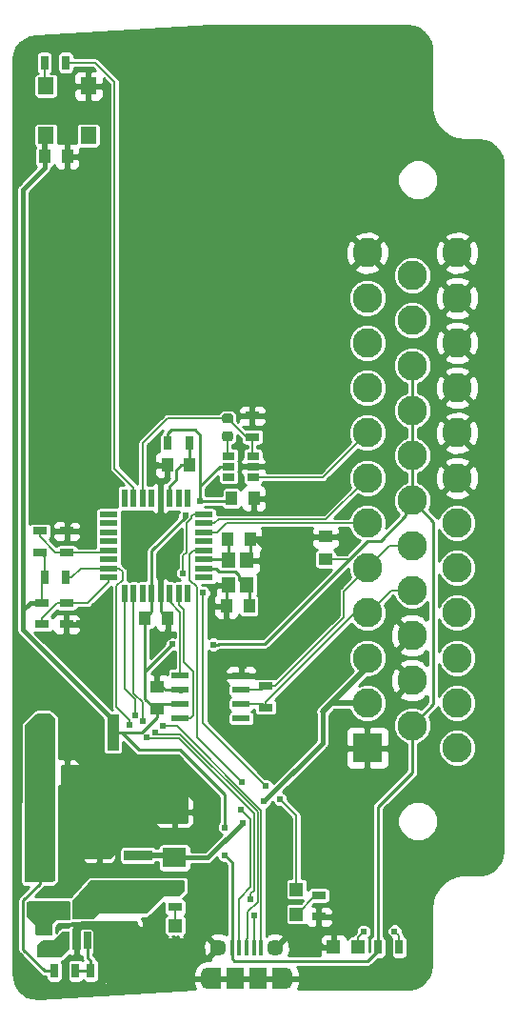
<source format=gbr>
G04 #@! TF.GenerationSoftware,KiCad,Pcbnew,5.0.0-fee4fd1~66~ubuntu16.04.1*
G04 #@! TF.CreationDate,2019-03-17T00:35:17-04:00*
G04 #@! TF.ProjectId,sensing_board,73656E73696E675F626F6172642E6B69,rev?*
G04 #@! TF.SameCoordinates,Original*
G04 #@! TF.FileFunction,Copper,L1,Top,Signal*
G04 #@! TF.FilePolarity,Positive*
%FSLAX46Y46*%
G04 Gerber Fmt 4.6, Leading zero omitted, Abs format (unit mm)*
G04 Created by KiCad (PCBNEW 5.0.0-fee4fd1~66~ubuntu16.04.1) date Sun Mar 17 00:35:17 2019*
%MOMM*%
%LPD*%
G01*
G04 APERTURE LIST*
G04 #@! TA.AperFunction,SMDPad,CuDef*
%ADD10R,0.700000X1.300000*%
G04 #@! TD*
G04 #@! TA.AperFunction,SMDPad,CuDef*
%ADD11R,1.300000X0.700000*%
G04 #@! TD*
G04 #@! TA.AperFunction,SMDPad,CuDef*
%ADD12R,1.000000X1.250000*%
G04 #@! TD*
G04 #@! TA.AperFunction,SMDPad,CuDef*
%ADD13R,1.250000X1.000000*%
G04 #@! TD*
G04 #@! TA.AperFunction,SMDPad,CuDef*
%ADD14R,1.200000X1.200000*%
G04 #@! TD*
G04 #@! TA.AperFunction,SMDPad,CuDef*
%ADD15R,0.550000X1.600000*%
G04 #@! TD*
G04 #@! TA.AperFunction,SMDPad,CuDef*
%ADD16R,1.600000X0.550000*%
G04 #@! TD*
G04 #@! TA.AperFunction,Conductor*
%ADD17C,0.100000*%
G04 #@! TD*
G04 #@! TA.AperFunction,SMDPad,CuDef*
%ADD18C,0.875000*%
G04 #@! TD*
G04 #@! TA.AperFunction,SMDPad,CuDef*
%ADD19R,1.550000X0.600000*%
G04 #@! TD*
G04 #@! TA.AperFunction,SMDPad,CuDef*
%ADD20R,1.060000X0.650000*%
G04 #@! TD*
G04 #@! TA.AperFunction,SMDPad,CuDef*
%ADD21R,1.400000X1.500000*%
G04 #@! TD*
G04 #@! TA.AperFunction,SMDPad,CuDef*
%ADD22R,1.200000X1.900000*%
G04 #@! TD*
G04 #@! TA.AperFunction,ComponentPad*
%ADD23O,1.200000X1.900000*%
G04 #@! TD*
G04 #@! TA.AperFunction,SMDPad,CuDef*
%ADD24R,1.500000X1.900000*%
G04 #@! TD*
G04 #@! TA.AperFunction,ComponentPad*
%ADD25C,1.450000*%
G04 #@! TD*
G04 #@! TA.AperFunction,SMDPad,CuDef*
%ADD26R,0.400000X1.350000*%
G04 #@! TD*
G04 #@! TA.AperFunction,SMDPad,CuDef*
%ADD27R,1.200000X1.400000*%
G04 #@! TD*
G04 #@! TA.AperFunction,ComponentPad*
%ADD28R,2.625000X2.625000*%
G04 #@! TD*
G04 #@! TA.AperFunction,ComponentPad*
%ADD29C,2.625000*%
G04 #@! TD*
G04 #@! TA.AperFunction,SMDPad,CuDef*
%ADD30R,1.000000X1.600000*%
G04 #@! TD*
G04 #@! TA.AperFunction,SMDPad,CuDef*
%ADD31R,2.159000X1.778000*%
G04 #@! TD*
G04 #@! TA.AperFunction,SMDPad,CuDef*
%ADD32R,2.500000X0.900000*%
G04 #@! TD*
G04 #@! TA.AperFunction,SMDPad,CuDef*
%ADD33R,1.000000X3.200000*%
G04 #@! TD*
G04 #@! TA.AperFunction,SMDPad,CuDef*
%ADD34R,2.000000X1.200000*%
G04 #@! TD*
G04 #@! TA.AperFunction,SMDPad,CuDef*
%ADD35R,0.650000X1.560000*%
G04 #@! TD*
G04 #@! TA.AperFunction,SMDPad,CuDef*
%ADD36R,1.780000X3.500000*%
G04 #@! TD*
G04 #@! TA.AperFunction,ViaPad*
%ADD37C,0.609600*%
G04 #@! TD*
G04 #@! TA.AperFunction,Conductor*
%ADD38C,0.254000*%
G04 #@! TD*
G04 #@! TA.AperFunction,Conductor*
%ADD39C,0.152400*%
G04 #@! TD*
G04 #@! TA.AperFunction,Conductor*
%ADD40C,0.508000*%
G04 #@! TD*
G04 #@! TA.AperFunction,Conductor*
%ADD41C,0.381000*%
G04 #@! TD*
G04 APERTURE END LIST*
D10*
G04 #@! TO.P,R15,2*
G04 #@! TO.N,/RESET*
X184780000Y-100500000D03*
G04 #@! TO.P,R15,1*
G04 #@! TO.N,VCC*
X182880000Y-100500000D03*
G04 #@! TD*
D11*
G04 #@! TO.P,R3,1*
G04 #@! TO.N,VCC*
X182460000Y-98290000D03*
G04 #@! TO.P,R3,2*
G04 #@! TO.N,Net-(IC1-Pad29)*
X182460000Y-96390000D03*
G04 #@! TD*
D12*
G04 #@! TO.P,C1,2*
G04 #@! TO.N,GND*
X201150000Y-97110000D03*
G04 #@! TO.P,C1,1*
G04 #@! TO.N,Net-(C1-Pad1)*
X199150000Y-97110000D03*
G04 #@! TD*
D13*
G04 #@! TO.P,C2,2*
G04 #@! TO.N,VCC*
X207850000Y-98900000D03*
G04 #@! TO.P,C2,1*
G04 #@! TO.N,GND*
X207850000Y-96900000D03*
G04 #@! TD*
G04 #@! TO.P,C3,2*
G04 #@! TO.N,GND*
X188572140Y-131789680D03*
G04 #@! TO.P,C3,1*
G04 #@! TO.N,Net-(C3-Pad1)*
X188572140Y-129789680D03*
G04 #@! TD*
D12*
G04 #@! TO.P,C4,1*
G04 #@! TO.N,Net-(C4-Pad1)*
X201050000Y-103040000D03*
G04 #@! TO.P,C4,2*
G04 #@! TO.N,GND*
X199050000Y-103040000D03*
G04 #@! TD*
G04 #@! TO.P,C5,1*
G04 #@! TO.N,GND*
X184885840Y-63110000D03*
G04 #@! TO.P,C5,2*
G04 #@! TO.N,VCC*
X182885840Y-63110000D03*
G04 #@! TD*
D13*
G04 #@! TO.P,C6,2*
G04 #@! TO.N,GND*
X192850000Y-110220000D03*
G04 #@! TO.P,C6,1*
G04 #@! TO.N,VCC*
X192850000Y-112220000D03*
G04 #@! TD*
G04 #@! TO.P,C7,1*
G04 #@! TO.N,Net-(C3-Pad1)*
X190469520Y-129800600D03*
G04 #@! TO.P,C7,2*
G04 #@! TO.N,GND*
X190469520Y-131800600D03*
G04 #@! TD*
D12*
G04 #@! TO.P,C8,1*
G04 #@! TO.N,VCC*
X199490000Y-93490000D03*
G04 #@! TO.P,C8,2*
G04 #@! TO.N,GND*
X201490000Y-93490000D03*
G04 #@! TD*
G04 #@! TO.P,C9,1*
G04 #@! TO.N,VCC*
X191811760Y-104159200D03*
G04 #@! TO.P,C9,2*
G04 #@! TO.N,GND*
X193811760Y-104159200D03*
G04 #@! TD*
G04 #@! TO.P,C10,2*
G04 #@! TO.N,GND*
X193780000Y-90520000D03*
G04 #@! TO.P,C10,1*
G04 #@! TO.N,Net-(C10-Pad1)*
X195780000Y-90520000D03*
G04 #@! TD*
D14*
G04 #@! TO.P,D3,2*
G04 #@! TO.N,/P_LED_1*
X205270000Y-128240000D03*
G04 #@! TO.P,D3,1*
G04 #@! TO.N,Net-(D3-Pad1)*
X205270000Y-130440000D03*
G04 #@! TD*
D15*
G04 #@! TO.P,IC1,1*
G04 #@! TO.N,/MISO*
X189997280Y-101962680D03*
G04 #@! TO.P,IC1,2*
G04 #@! TO.N,/MOSI*
X190797280Y-101962680D03*
G04 #@! TO.P,IC1,3*
G04 #@! TO.N,Net-(IC1-Pad3)*
X191597280Y-101962680D03*
G04 #@! TO.P,IC1,4*
G04 #@! TO.N,VCC*
X192397280Y-101962680D03*
G04 #@! TO.P,IC1,5*
G04 #@! TO.N,GND*
X193197280Y-101962680D03*
G04 #@! TO.P,IC1,6*
G04 #@! TO.N,/TXCAN*
X193997280Y-101962680D03*
G04 #@! TO.P,IC1,7*
G04 #@! TO.N,/RXCAN*
X194797280Y-101962680D03*
G04 #@! TO.P,IC1,8*
G04 #@! TO.N,Net-(IC1-Pad8)*
X195597280Y-101962680D03*
D16*
G04 #@! TO.P,IC1,9*
G04 #@! TO.N,Net-(IC1-Pad9)*
X197047280Y-100512680D03*
G04 #@! TO.P,IC1,10*
G04 #@! TO.N,Net-(C4-Pad1)*
X197047280Y-99712680D03*
G04 #@! TO.P,IC1,11*
G04 #@! TO.N,Net-(C1-Pad1)*
X197047280Y-98912680D03*
G04 #@! TO.P,IC1,12*
G04 #@! TO.N,/SCK*
X197047280Y-98112680D03*
G04 #@! TO.P,IC1,13*
G04 #@! TO.N,Net-(IC1-Pad13)*
X197047280Y-97312680D03*
G04 #@! TO.P,IC1,14*
G04 #@! TO.N,/BRAKETEMP*
X197047280Y-96512680D03*
G04 #@! TO.P,IC1,15*
G04 #@! TO.N,/HSENSOR*
X197047280Y-95712680D03*
G04 #@! TO.P,IC1,16*
G04 #@! TO.N,/P_LED_1*
X197047280Y-94912680D03*
D15*
G04 #@! TO.P,IC1,17*
G04 #@! TO.N,Net-(IC1-Pad17)*
X195597280Y-93462680D03*
G04 #@! TO.P,IC1,18*
G04 #@! TO.N,Net-(IC1-Pad18)*
X194797280Y-93462680D03*
G04 #@! TO.P,IC1,19*
G04 #@! TO.N,Net-(C10-Pad1)*
X193997280Y-93462680D03*
G04 #@! TO.P,IC1,20*
G04 #@! TO.N,GND*
X193197280Y-93462680D03*
G04 #@! TO.P,IC1,21*
G04 #@! TO.N,Net-(IC1-Pad21)*
X192397280Y-93462680D03*
G04 #@! TO.P,IC1,22*
G04 #@! TO.N,/POT_SIGNAL*
X191597280Y-93462680D03*
G04 #@! TO.P,IC1,23*
G04 #@! TO.N,/NEO_PIXEL*
X190797280Y-93462680D03*
G04 #@! TO.P,IC1,24*
G04 #@! TO.N,Net-(IC1-Pad24)*
X189997280Y-93462680D03*
D16*
G04 #@! TO.P,IC1,25*
G04 #@! TO.N,Net-(IC1-Pad25)*
X188547280Y-94912680D03*
G04 #@! TO.P,IC1,26*
G04 #@! TO.N,Net-(IC1-Pad26)*
X188547280Y-95712680D03*
G04 #@! TO.P,IC1,27*
G04 #@! TO.N,Net-(IC1-Pad27)*
X188547280Y-96512680D03*
G04 #@! TO.P,IC1,28*
G04 #@! TO.N,Net-(IC1-Pad28)*
X188547280Y-97312680D03*
G04 #@! TO.P,IC1,29*
G04 #@! TO.N,Net-(IC1-Pad29)*
X188547280Y-98112680D03*
G04 #@! TO.P,IC1,30*
G04 #@! TO.N,Net-(IC1-Pad30)*
X188547280Y-98912680D03*
G04 #@! TO.P,IC1,31*
G04 #@! TO.N,/RESET*
X188547280Y-99712680D03*
G04 #@! TO.P,IC1,32*
G04 #@! TO.N,Net-(IC1-Pad32)*
X188547280Y-100512680D03*
G04 #@! TD*
D11*
G04 #@! TO.P,R1,1*
G04 #@! TO.N,Net-(D3-Pad1)*
X207250000Y-128780000D03*
G04 #@! TO.P,R1,2*
G04 #@! TO.N,GND*
X207250000Y-130680000D03*
G04 #@! TD*
D10*
G04 #@! TO.P,R2,2*
G04 #@! TO.N,Net-(R2-Pad2)*
X182850000Y-54750000D03*
G04 #@! TO.P,R2,1*
G04 #@! TO.N,/NEO_PIXEL*
X184750000Y-54750000D03*
G04 #@! TD*
D11*
G04 #@! TO.P,R4,2*
G04 #@! TO.N,Net-(IC1-Pad29)*
X184839920Y-98289960D03*
G04 #@! TO.P,R4,1*
G04 #@! TO.N,GND*
X184839920Y-96389960D03*
G04 #@! TD*
D17*
G04 #@! TO.N,Net-(R10-Pad1)*
G04 #@! TO.C,R10*
G36*
X199427691Y-87521053D02*
X199448926Y-87524203D01*
X199469750Y-87529419D01*
X199489962Y-87536651D01*
X199509368Y-87545830D01*
X199527781Y-87556866D01*
X199545024Y-87569654D01*
X199560930Y-87584070D01*
X199575346Y-87599976D01*
X199588134Y-87617219D01*
X199599170Y-87635632D01*
X199608349Y-87655038D01*
X199615581Y-87675250D01*
X199620797Y-87696074D01*
X199623947Y-87717309D01*
X199625000Y-87738750D01*
X199625000Y-88176250D01*
X199623947Y-88197691D01*
X199620797Y-88218926D01*
X199615581Y-88239750D01*
X199608349Y-88259962D01*
X199599170Y-88279368D01*
X199588134Y-88297781D01*
X199575346Y-88315024D01*
X199560930Y-88330930D01*
X199545024Y-88345346D01*
X199527781Y-88358134D01*
X199509368Y-88369170D01*
X199489962Y-88378349D01*
X199469750Y-88385581D01*
X199448926Y-88390797D01*
X199427691Y-88393947D01*
X199406250Y-88395000D01*
X198893750Y-88395000D01*
X198872309Y-88393947D01*
X198851074Y-88390797D01*
X198830250Y-88385581D01*
X198810038Y-88378349D01*
X198790632Y-88369170D01*
X198772219Y-88358134D01*
X198754976Y-88345346D01*
X198739070Y-88330930D01*
X198724654Y-88315024D01*
X198711866Y-88297781D01*
X198700830Y-88279368D01*
X198691651Y-88259962D01*
X198684419Y-88239750D01*
X198679203Y-88218926D01*
X198676053Y-88197691D01*
X198675000Y-88176250D01*
X198675000Y-87738750D01*
X198676053Y-87717309D01*
X198679203Y-87696074D01*
X198684419Y-87675250D01*
X198691651Y-87655038D01*
X198700830Y-87635632D01*
X198711866Y-87617219D01*
X198724654Y-87599976D01*
X198739070Y-87584070D01*
X198754976Y-87569654D01*
X198772219Y-87556866D01*
X198790632Y-87545830D01*
X198810038Y-87536651D01*
X198830250Y-87529419D01*
X198851074Y-87524203D01*
X198872309Y-87521053D01*
X198893750Y-87520000D01*
X199406250Y-87520000D01*
X199427691Y-87521053D01*
X199427691Y-87521053D01*
G37*
D18*
G04 #@! TD*
G04 #@! TO.P,R10,1*
G04 #@! TO.N,Net-(R10-Pad1)*
X199150000Y-87957500D03*
D17*
G04 #@! TO.N,/POT_SIGNAL*
G04 #@! TO.C,R10*
G36*
X199427691Y-85946053D02*
X199448926Y-85949203D01*
X199469750Y-85954419D01*
X199489962Y-85961651D01*
X199509368Y-85970830D01*
X199527781Y-85981866D01*
X199545024Y-85994654D01*
X199560930Y-86009070D01*
X199575346Y-86024976D01*
X199588134Y-86042219D01*
X199599170Y-86060632D01*
X199608349Y-86080038D01*
X199615581Y-86100250D01*
X199620797Y-86121074D01*
X199623947Y-86142309D01*
X199625000Y-86163750D01*
X199625000Y-86601250D01*
X199623947Y-86622691D01*
X199620797Y-86643926D01*
X199615581Y-86664750D01*
X199608349Y-86684962D01*
X199599170Y-86704368D01*
X199588134Y-86722781D01*
X199575346Y-86740024D01*
X199560930Y-86755930D01*
X199545024Y-86770346D01*
X199527781Y-86783134D01*
X199509368Y-86794170D01*
X199489962Y-86803349D01*
X199469750Y-86810581D01*
X199448926Y-86815797D01*
X199427691Y-86818947D01*
X199406250Y-86820000D01*
X198893750Y-86820000D01*
X198872309Y-86818947D01*
X198851074Y-86815797D01*
X198830250Y-86810581D01*
X198810038Y-86803349D01*
X198790632Y-86794170D01*
X198772219Y-86783134D01*
X198754976Y-86770346D01*
X198739070Y-86755930D01*
X198724654Y-86740024D01*
X198711866Y-86722781D01*
X198700830Y-86704368D01*
X198691651Y-86684962D01*
X198684419Y-86664750D01*
X198679203Y-86643926D01*
X198676053Y-86622691D01*
X198675000Y-86601250D01*
X198675000Y-86163750D01*
X198676053Y-86142309D01*
X198679203Y-86121074D01*
X198684419Y-86100250D01*
X198691651Y-86080038D01*
X198700830Y-86060632D01*
X198711866Y-86042219D01*
X198724654Y-86024976D01*
X198739070Y-86009070D01*
X198754976Y-85994654D01*
X198772219Y-85981866D01*
X198790632Y-85970830D01*
X198810038Y-85961651D01*
X198830250Y-85954419D01*
X198851074Y-85949203D01*
X198872309Y-85946053D01*
X198893750Y-85945000D01*
X199406250Y-85945000D01*
X199427691Y-85946053D01*
X199427691Y-85946053D01*
G37*
D18*
G04 #@! TD*
G04 #@! TO.P,R10,2*
G04 #@! TO.N,/POT_SIGNAL*
X199150000Y-86382500D03*
D11*
G04 #@! TO.P,R11,1*
G04 #@! TO.N,/POT_SIGNAL*
X201340000Y-88040000D03*
G04 #@! TO.P,R11,2*
G04 #@! TO.N,GND*
X201340000Y-86140000D03*
G04 #@! TD*
G04 #@! TO.P,R13,2*
G04 #@! TO.N,/CANL*
X202547680Y-112079440D03*
G04 #@! TO.P,R13,1*
G04 #@! TO.N,/CANH*
X202547680Y-110179440D03*
G04 #@! TD*
D10*
G04 #@! TO.P,R14,1*
G04 #@! TO.N,VCC*
X193820000Y-88600000D03*
G04 #@! TO.P,R14,2*
G04 #@! TO.N,Net-(C10-Pad1)*
X195720000Y-88600000D03*
G04 #@! TD*
D19*
G04 #@! TO.P,U1,1*
G04 #@! TO.N,/TXCAN*
X194940400Y-109234600D03*
G04 #@! TO.P,U1,2*
G04 #@! TO.N,GND*
X194940400Y-110504600D03*
G04 #@! TO.P,U1,3*
G04 #@! TO.N,VCC*
X194940400Y-111774600D03*
G04 #@! TO.P,U1,4*
G04 #@! TO.N,/RXCAN*
X194940400Y-113044600D03*
G04 #@! TO.P,U1,5*
G04 #@! TO.N,Net-(U1-Pad5)*
X200340400Y-113044600D03*
G04 #@! TO.P,U1,6*
G04 #@! TO.N,/CANL*
X200340400Y-111774600D03*
G04 #@! TO.P,U1,7*
G04 #@! TO.N,/CANH*
X200340400Y-110504600D03*
G04 #@! TO.P,U1,8*
G04 #@! TO.N,GND*
X200340400Y-109234600D03*
G04 #@! TD*
D20*
G04 #@! TO.P,U3,5*
G04 #@! TO.N,VCC*
X199229600Y-90657600D03*
G04 #@! TO.P,U3,6*
G04 #@! TO.N,N/C*
X199229600Y-91607600D03*
G04 #@! TO.P,U3,4*
G04 #@! TO.N,Net-(R10-Pad1)*
X199229600Y-89707600D03*
G04 #@! TO.P,U3,3*
G04 #@! TO.N,/POT_SIGNAL*
X201429600Y-89707600D03*
G04 #@! TO.P,U3,2*
G04 #@! TO.N,GND*
X201429600Y-90657600D03*
G04 #@! TO.P,U3,1*
G04 #@! TO.N,/POT*
X201429600Y-91607600D03*
G04 #@! TD*
D21*
G04 #@! TO.P,U7,1*
G04 #@! TO.N,GND*
X186776520Y-56840240D03*
G04 #@! TO.P,U7,2*
G04 #@! TO.N,Net-(R2-Pad2)*
X182976520Y-56840240D03*
G04 #@! TO.P,U7,4*
G04 #@! TO.N,Net-(U7-Pad4)*
X186776520Y-61240240D03*
G04 #@! TO.P,U7,3*
G04 #@! TO.N,VCC*
X182976520Y-61240240D03*
G04 #@! TD*
D22*
G04 #@! TO.P,U8,6*
G04 #@! TO.N,GND*
X197938560Y-136149080D03*
X203738560Y-136149080D03*
D23*
X204338560Y-136149080D03*
X197338560Y-136149080D03*
D24*
X199838560Y-136149080D03*
D25*
X203338560Y-133449080D03*
D26*
G04 #@! TO.P,U8,3*
G04 #@! TO.N,/MISO*
X200838560Y-133449080D03*
G04 #@! TO.P,U8,4*
G04 #@! TO.N,/RESET*
X201488560Y-133449080D03*
G04 #@! TO.P,U8,5*
G04 #@! TO.N,/MOSI*
X202138560Y-133449080D03*
G04 #@! TO.P,U8,1*
G04 #@! TO.N,VCC*
X199538560Y-133449080D03*
G04 #@! TO.P,U8,2*
G04 #@! TO.N,/SCK*
X200188560Y-133449080D03*
D25*
G04 #@! TO.P,U8,6*
G04 #@! TO.N,GND*
X198338560Y-133449080D03*
D24*
X201838560Y-136149080D03*
G04 #@! TD*
D27*
G04 #@! TO.P,Y1,1*
G04 #@! TO.N,Net-(C1-Pad1)*
X199259240Y-99017880D03*
G04 #@! TO.P,Y1,2*
G04 #@! TO.N,GND*
X199259240Y-101217880D03*
G04 #@! TO.P,Y1,3*
G04 #@! TO.N,Net-(C4-Pad1)*
X200859240Y-101217880D03*
G04 #@! TO.P,Y1,4*
G04 #@! TO.N,GND*
X200859240Y-99017880D03*
G04 #@! TD*
D28*
G04 #@! TO.P,J1,1*
G04 #@! TO.N,GND*
X211561680Y-115666520D03*
D29*
G04 #@! TO.P,J1,5*
G04 #@! TO.N,/CANH*
X211561680Y-99666520D03*
G04 #@! TO.P,J1,6*
G04 #@! TO.N,/BRAKETEMP*
X211561680Y-95666520D03*
G04 #@! TO.P,J1,7*
G04 #@! TO.N,/HSENSOR*
X211561680Y-91666520D03*
G04 #@! TO.P,J1,8*
G04 #@! TO.N,/POT*
X211561680Y-87666520D03*
G04 #@! TO.P,J1,13*
G04 #@! TO.N,VCC*
X215561680Y-113666520D03*
G04 #@! TO.P,J1,14*
G04 #@! TO.N,GND*
X215561680Y-109666520D03*
G04 #@! TO.P,J1,15*
X215561680Y-105666520D03*
G04 #@! TO.P,J1,16*
G04 #@! TO.N,/CANL*
X215561680Y-101666520D03*
G04 #@! TO.P,J1,25*
G04 #@! TO.N,Net-(J1-Pad25)*
X219561680Y-111666520D03*
G04 #@! TO.P,J1,26*
G04 #@! TO.N,Net-(J1-Pad26)*
X219561680Y-107666520D03*
G04 #@! TO.P,J1,27*
G04 #@! TO.N,Net-(J1-Pad27)*
X219561680Y-103666520D03*
G04 #@! TO.P,J1,28*
G04 #@! TO.N,Net-(J1-Pad28)*
X219561680Y-99666520D03*
G04 #@! TO.P,J1,29*
G04 #@! TO.N,Net-(J1-Pad29)*
X219561680Y-95666520D03*
G04 #@! TO.P,J1,9*
G04 #@! TO.N,Net-(J1-Pad9)*
X211561680Y-83666520D03*
G04 #@! TO.P,J1,10*
G04 #@! TO.N,Net-(J1-Pad10)*
X211561680Y-79666520D03*
G04 #@! TO.P,J1,11*
G04 #@! TO.N,Net-(J1-Pad11)*
X211561680Y-75666520D03*
G04 #@! TO.P,J1,3*
G04 #@! TO.N,/12V*
X211561680Y-107666520D03*
G04 #@! TO.P,J1,2*
X211561680Y-111666520D03*
G04 #@! TO.P,J1,4*
G04 #@! TO.N,/CANL*
X211561680Y-103666520D03*
G04 #@! TO.P,J1,12*
G04 #@! TO.N,GND*
X211561680Y-71666520D03*
G04 #@! TO.P,J1,17*
G04 #@! TO.N,/CANH*
X215561680Y-97666520D03*
G04 #@! TO.P,J1,19*
G04 #@! TO.N,VCC*
X215561680Y-89666520D03*
G04 #@! TO.P,J1,18*
X215561680Y-93666520D03*
G04 #@! TO.P,J1,20*
X215561680Y-85666520D03*
G04 #@! TO.P,J1,21*
X215561680Y-81666520D03*
G04 #@! TO.P,J1,22*
G04 #@! TO.N,Net-(J1-Pad22)*
X215561680Y-77666520D03*
G04 #@! TO.P,J1,23*
G04 #@! TO.N,Net-(J1-Pad23)*
X215561680Y-73666520D03*
G04 #@! TO.P,J1,24*
G04 #@! TO.N,Net-(J1-Pad24)*
X219561680Y-115666520D03*
G04 #@! TO.P,J1,30*
G04 #@! TO.N,GND*
X219561680Y-91666520D03*
G04 #@! TO.P,J1,31*
X219561680Y-87666520D03*
G04 #@! TO.P,J1,32*
X219561680Y-83666520D03*
G04 #@! TO.P,J1,33*
X219561680Y-79666520D03*
G04 #@! TO.P,J1,34*
X219561680Y-75666520D03*
G04 #@! TO.P,J1,35*
X219561680Y-71666520D03*
G04 #@! TD*
D11*
G04 #@! TO.P,R5,2*
G04 #@! TO.N,Net-(IC1-Pad32)*
X182610000Y-104670000D03*
G04 #@! TO.P,R5,1*
G04 #@! TO.N,VCC*
X182610000Y-102770000D03*
G04 #@! TD*
G04 #@! TO.P,R6,1*
G04 #@! TO.N,Net-(IC1-Pad32)*
X184810000Y-102770000D03*
G04 #@! TO.P,R6,2*
G04 #@! TO.N,GND*
X184810000Y-104670000D03*
G04 #@! TD*
D13*
G04 #@! TO.P,C11,2*
G04 #@! TO.N,Net-(C11-Pad2)*
X182810000Y-131720000D03*
G04 #@! TO.P,C11,1*
G04 #@! TO.N,Net-(C11-Pad1)*
X182810000Y-133720000D03*
G04 #@! TD*
D30*
G04 #@! TO.P,C12,1*
G04 #@! TO.N,Net-(C12-Pad1)*
X182837960Y-119862600D03*
G04 #@! TO.P,C12,2*
G04 #@! TO.N,GND*
X185837960Y-119862600D03*
G04 #@! TD*
D12*
G04 #@! TO.P,C14,1*
G04 #@! TO.N,Net-(C12-Pad1)*
X182850000Y-117820000D03*
G04 #@! TO.P,C14,2*
G04 #@! TO.N,GND*
X184850000Y-117820000D03*
G04 #@! TD*
D31*
G04 #@! TO.P,D1,2*
G04 #@! TO.N,GND*
X194430000Y-121366000D03*
G04 #@! TO.P,D1,1*
G04 #@! TO.N,/12V*
X194430000Y-125430000D03*
G04 #@! TD*
D14*
G04 #@! TO.P,D2,1*
G04 #@! TO.N,GND*
X194500000Y-133650000D03*
G04 #@! TO.P,D2,2*
G04 #@! TO.N,Net-(D2-Pad2)*
X194500000Y-131450000D03*
G04 #@! TD*
G04 #@! TO.P,D4,2*
G04 #@! TO.N,Net-(D4-Pad2)*
X210760000Y-133360000D03*
G04 #@! TO.P,D4,1*
G04 #@! TO.N,GND*
X208560000Y-133360000D03*
G04 #@! TD*
D32*
G04 #@! TO.P,F1,1*
G04 #@! TO.N,Net-(C3-Pad1)*
X191150000Y-128120000D03*
G04 #@! TO.P,F1,2*
G04 #@! TO.N,/12V*
X191150000Y-125220000D03*
G04 #@! TD*
D11*
G04 #@! TO.P,R7,1*
G04 #@! TO.N,Net-(C3-Pad1)*
X194500000Y-127910000D03*
G04 #@! TO.P,R7,2*
G04 #@! TO.N,Net-(D2-Pad2)*
X194500000Y-129810000D03*
G04 #@! TD*
D10*
G04 #@! TO.P,R8,2*
G04 #@! TO.N,GND*
X188880000Y-135490000D03*
G04 #@! TO.P,R8,1*
G04 #@! TO.N,Net-(R8-Pad1)*
X186980000Y-135490000D03*
G04 #@! TD*
G04 #@! TO.P,R9,1*
G04 #@! TO.N,Net-(C12-Pad1)*
X183730000Y-135490000D03*
G04 #@! TO.P,R9,2*
G04 #@! TO.N,Net-(R8-Pad1)*
X185630000Y-135490000D03*
G04 #@! TD*
D33*
G04 #@! TO.P,R12,1*
G04 #@! TO.N,VCC*
X188951800Y-114292380D03*
G04 #@! TO.P,R12,2*
G04 #@! TO.N,Net-(C12-Pad1)*
X182751800Y-114292380D03*
G04 #@! TD*
D10*
G04 #@! TO.P,R16,2*
G04 #@! TO.N,Net-(D4-Pad2)*
X214410000Y-133390000D03*
G04 #@! TO.P,R16,1*
G04 #@! TO.N,VCC*
X212510000Y-133390000D03*
G04 #@! TD*
D34*
G04 #@! TO.P,L1,2*
G04 #@! TO.N,Net-(C12-Pad1)*
X182450000Y-126880000D03*
G04 #@! TO.P,L1,1*
G04 #@! TO.N,Net-(C11-Pad2)*
X182450000Y-130080000D03*
G04 #@! TD*
D35*
G04 #@! TO.P,U2,5*
G04 #@! TO.N,Net-(C3-Pad1)*
X185707020Y-130097540D03*
G04 #@! TO.P,U2,6*
G04 #@! TO.N,Net-(C11-Pad2)*
X184757020Y-130097540D03*
G04 #@! TO.P,U2,4*
G04 #@! TO.N,Net-(C3-Pad1)*
X186657020Y-130097540D03*
G04 #@! TO.P,U2,3*
G04 #@! TO.N,Net-(R8-Pad1)*
X186657020Y-132797540D03*
G04 #@! TO.P,U2,2*
G04 #@! TO.N,GND*
X185707020Y-132797540D03*
G04 #@! TO.P,U2,1*
G04 #@! TO.N,Net-(C11-Pad1)*
X184757020Y-132797540D03*
G04 #@! TD*
D36*
G04 #@! TO.P,C13,2*
G04 #@! TO.N,GND*
X187718040Y-123576080D03*
G04 #@! TO.P,C13,1*
G04 #@! TO.N,Net-(C12-Pad1)*
X182438040Y-123576080D03*
G04 #@! TD*
D37*
G04 #@! TO.N,VCC*
X195380000Y-95010000D03*
X196720000Y-93690000D03*
X198920000Y-122740000D03*
X198920000Y-125230000D03*
X194250000Y-106460000D03*
X197880000Y-106470000D03*
G04 #@! TO.N,GND*
X192760000Y-90540000D03*
X189720000Y-136290000D03*
X191460000Y-136320000D03*
X193420000Y-136320000D03*
X194650000Y-135680000D03*
X186950000Y-117700000D03*
X189240000Y-117700000D03*
X192140000Y-117630000D03*
X194830000Y-117960000D03*
X194850000Y-119250000D03*
X192000000Y-120650000D03*
X189550000Y-122170000D03*
X189440000Y-133170000D03*
X192390000Y-133190000D03*
X200610000Y-108380000D03*
X199020000Y-104140000D03*
X185520000Y-95410000D03*
X185960000Y-104590000D03*
X186140000Y-63080000D03*
X202410000Y-97930000D03*
X193800000Y-105400000D03*
X202760000Y-93450000D03*
X202910000Y-90650000D03*
X192880000Y-109200000D03*
X202750000Y-86110000D03*
X209100000Y-96840000D03*
G04 #@! TO.N,/P_LED_1*
X195190000Y-100130000D03*
X196980000Y-101880000D03*
X202520000Y-119030000D03*
X203780000Y-120210000D03*
G04 #@! TO.N,/MISO*
X192670615Y-114283400D03*
X190930000Y-112810000D03*
G04 #@! TO.N,/MOSI*
X193350000Y-113750000D03*
X191600000Y-113280000D03*
G04 #@! TO.N,/SCK*
X200372355Y-118672355D03*
X200370000Y-121180000D03*
G04 #@! TO.N,/RESET*
X201490000Y-130590000D03*
X201170000Y-129080000D03*
X191950092Y-114700092D03*
X190432081Y-113590726D03*
G04 #@! TO.N,/12V*
X202390000Y-120420000D03*
X200470000Y-122330000D03*
G04 #@! TO.N,Net-(D4-Pad2)*
X211240000Y-132000000D03*
X214000000Y-131960000D03*
G04 #@! TD*
D38*
G04 #@! TO.N,VCC*
X192397280Y-103573680D02*
X192397280Y-101962680D01*
X191811760Y-104159200D02*
X192397280Y-103573680D01*
D39*
X182610000Y-100770000D02*
X182880000Y-100500000D01*
X182610000Y-102770000D02*
X182610000Y-100770000D01*
X182880000Y-98710000D02*
X182460000Y-98290000D01*
X182880000Y-100500000D02*
X182880000Y-98710000D01*
D40*
X182885840Y-61330920D02*
X182976520Y-61240240D01*
X182885840Y-63110000D02*
X182885840Y-61330920D01*
D38*
X192850000Y-112220000D02*
X192880000Y-112220000D01*
X193325400Y-111774600D02*
X194940400Y-111774600D01*
X192880000Y-112220000D02*
X193325400Y-111774600D01*
X192850000Y-112974000D02*
X192850000Y-112220000D01*
X188951800Y-114292380D02*
X191531620Y-114292380D01*
X199290000Y-93690000D02*
X199490000Y-93490000D01*
X196720000Y-93690000D02*
X199290000Y-93690000D01*
D41*
X182885840Y-64116000D02*
X180950000Y-66051840D01*
X182885840Y-63110000D02*
X182885840Y-64116000D01*
X180950000Y-103399000D02*
X180950000Y-103570000D01*
X181579000Y-102770000D02*
X180950000Y-103399000D01*
X182610000Y-102770000D02*
X181579000Y-102770000D01*
X180950000Y-66051840D02*
X180950000Y-103570000D01*
X188951800Y-113192380D02*
X188951800Y-114292380D01*
X180950000Y-105190580D02*
X188951800Y-113192380D01*
X180950000Y-103570000D02*
X180950000Y-105190580D01*
D38*
X192397280Y-101962680D02*
X192397280Y-101184758D01*
X195180000Y-95370000D02*
X195490000Y-95060000D01*
X196720000Y-92383200D02*
X196720000Y-92650000D01*
X198445600Y-90657600D02*
X196720000Y-92383200D01*
X199229600Y-90657600D02*
X198445600Y-90657600D01*
X196720000Y-93690000D02*
X196720000Y-92650000D01*
X193820000Y-87696000D02*
X194126000Y-87390000D01*
X193820000Y-88600000D02*
X193820000Y-87696000D01*
X196240000Y-87390000D02*
X196720000Y-87870000D01*
X194126000Y-87390000D02*
X196240000Y-87390000D01*
X196720000Y-88000000D02*
X196720000Y-87870000D01*
X196720000Y-92650000D02*
X196720000Y-88000000D01*
X192564000Y-113260000D02*
X192850000Y-112974000D01*
X191531620Y-114292380D02*
X192564000Y-113260000D01*
X192397280Y-98152720D02*
X195490000Y-95060000D01*
X192397280Y-101962680D02*
X192397280Y-98152720D01*
X215561680Y-81666520D02*
X215561680Y-85666520D01*
X215561680Y-87522675D02*
X215561680Y-89666520D01*
X215561680Y-85666520D02*
X215561680Y-87522675D01*
X215561680Y-91522675D02*
X215561680Y-93666520D01*
X215561680Y-89666520D02*
X215561680Y-91522675D01*
X215561680Y-93666520D02*
X217460000Y-95564840D01*
X217460000Y-111768200D02*
X215561680Y-113666520D01*
X217460000Y-95564840D02*
X217460000Y-111768200D01*
X192725000Y-112220000D02*
X191811760Y-111306760D01*
X191811760Y-105038200D02*
X191811760Y-104159200D01*
X192850000Y-112220000D02*
X192725000Y-112220000D01*
X189705800Y-114292380D02*
X191273420Y-115860000D01*
X188951800Y-114292380D02*
X189705800Y-114292380D01*
X191273420Y-115860000D02*
X194940000Y-115860000D01*
X198920000Y-119840000D02*
X198920000Y-122740000D01*
X194940000Y-115860000D02*
X198920000Y-119840000D01*
X199538560Y-125848560D02*
X199538560Y-133449080D01*
X198920000Y-125230000D02*
X199538560Y-125848560D01*
X199538560Y-134378080D02*
X199770480Y-134610000D01*
X199538560Y-133449080D02*
X199538560Y-134378080D01*
X212510000Y-133690000D02*
X212510000Y-133390000D01*
X211590000Y-134610000D02*
X212510000Y-133690000D01*
X199770480Y-134610000D02*
X211590000Y-134610000D01*
X212510000Y-133390000D02*
X212510000Y-120900000D01*
X215561680Y-117848320D02*
X215561680Y-113666520D01*
X212510000Y-120900000D02*
X215561680Y-117848320D01*
X191811760Y-108690000D02*
X191811760Y-105038200D01*
X191811760Y-108910000D02*
X191811760Y-108690000D01*
X191811760Y-111306760D02*
X191811760Y-108910000D01*
X191811760Y-108910000D02*
X191811760Y-108898240D01*
X191811760Y-108898240D02*
X194250000Y-106460000D01*
X215010000Y-94218200D02*
X215561680Y-93666520D01*
X215010000Y-95030000D02*
X215010000Y-94218200D01*
X212781579Y-97258421D02*
X215010000Y-95030000D01*
X211613765Y-97258421D02*
X212781579Y-97258421D01*
X198361052Y-106420000D02*
X202452186Y-106420000D01*
X198311052Y-106470000D02*
X198361052Y-106420000D01*
X197880000Y-106470000D02*
X198311052Y-106470000D01*
D39*
X209972186Y-98900000D02*
X210322186Y-98550000D01*
X207850000Y-98900000D02*
X209972186Y-98900000D01*
D38*
X210322186Y-98550000D02*
X211613765Y-97258421D01*
X202452186Y-106420000D02*
X210322186Y-98550000D01*
G04 #@! TO.N,GND*
X199050000Y-101427120D02*
X199259240Y-101217880D01*
X199050000Y-103040000D02*
X199050000Y-101427120D01*
X201150000Y-97110000D02*
X201150000Y-99410000D01*
X193197280Y-103544720D02*
X193197280Y-101962680D01*
X193811760Y-104159200D02*
X193197280Y-103544720D01*
X193197280Y-92408680D02*
X193197280Y-93462680D01*
X193197280Y-91981720D02*
X193197280Y-92408680D01*
X193780000Y-91399000D02*
X193197280Y-91981720D01*
X193780000Y-90520000D02*
X193780000Y-91399000D01*
X192780000Y-90520000D02*
X192760000Y-90540000D01*
X193780000Y-90520000D02*
X192780000Y-90520000D01*
X184885840Y-57776920D02*
X185822520Y-56840240D01*
X185822520Y-56840240D02*
X186776520Y-56840240D01*
X184885840Y-63110000D02*
X184885840Y-57776920D01*
X188920000Y-135490000D02*
X189720000Y-136290000D01*
X188880000Y-135490000D02*
X188920000Y-135490000D01*
X191460000Y-136320000D02*
X193420000Y-136320000D01*
X194650000Y-133800000D02*
X194500000Y-133650000D01*
X194650000Y-135680000D02*
X194650000Y-133800000D01*
X186830000Y-117820000D02*
X186950000Y-117700000D01*
X184850000Y-117820000D02*
X186830000Y-117820000D01*
X192070000Y-117700000D02*
X192140000Y-117630000D01*
X189240000Y-117700000D02*
X192070000Y-117700000D01*
X194830000Y-119230000D02*
X194850000Y-119250000D01*
X194830000Y-117960000D02*
X194830000Y-119230000D01*
X191070000Y-120650000D02*
X189550000Y-122170000D01*
X192000000Y-120650000D02*
X191070000Y-120650000D01*
X189550000Y-122601052D02*
X189550000Y-122170000D01*
X189550000Y-122888120D02*
X189550000Y-122601052D01*
X188862040Y-123576080D02*
X189550000Y-122888120D01*
X187718040Y-123576080D02*
X188862040Y-123576080D01*
X188572140Y-132302140D02*
X189440000Y-133170000D01*
X188572140Y-131789680D02*
X188572140Y-132302140D01*
X194040000Y-133190000D02*
X194500000Y-133650000D01*
X192390000Y-133190000D02*
X194040000Y-133190000D01*
X192850000Y-110220000D02*
X193320000Y-110220000D01*
X193604600Y-110504600D02*
X194940400Y-110504600D01*
X193320000Y-110220000D02*
X193604600Y-110504600D01*
D39*
X200340400Y-108649600D02*
X200610000Y-108380000D01*
X200340400Y-109234600D02*
X200340400Y-108649600D01*
X199050000Y-104110000D02*
X199020000Y-104140000D01*
X199050000Y-103040000D02*
X199050000Y-104110000D01*
X207250000Y-132802400D02*
X207807600Y-133360000D01*
X207807600Y-133360000D02*
X208560000Y-133360000D01*
X207250000Y-130680000D02*
X207250000Y-132802400D01*
X184839920Y-96090080D02*
X185520000Y-95410000D01*
X184839920Y-96389960D02*
X184839920Y-96090080D01*
X185880000Y-104670000D02*
X185960000Y-104590000D01*
X184810000Y-104670000D02*
X185880000Y-104670000D01*
X186110000Y-63110000D02*
X186140000Y-63080000D01*
X184885840Y-63110000D02*
X186110000Y-63110000D01*
D38*
X201590000Y-97110000D02*
X202410000Y-97930000D01*
X201150000Y-97110000D02*
X201590000Y-97110000D01*
X193811760Y-105388240D02*
X193800000Y-105400000D01*
X193811760Y-104159200D02*
X193811760Y-105388240D01*
D39*
X202720000Y-93490000D02*
X202760000Y-93450000D01*
X201490000Y-93490000D02*
X202720000Y-93490000D01*
X202902400Y-90657600D02*
X202910000Y-90650000D01*
X201429600Y-90657600D02*
X202902400Y-90657600D01*
D38*
X192850000Y-109230000D02*
X192880000Y-109200000D01*
X192850000Y-110220000D02*
X192850000Y-109230000D01*
D39*
X202720000Y-86140000D02*
X202750000Y-86110000D01*
X201340000Y-86140000D02*
X202720000Y-86140000D01*
X209040000Y-96900000D02*
X209100000Y-96840000D01*
X207850000Y-96900000D02*
X209040000Y-96900000D01*
G04 #@! TO.N,/P_LED_1*
X196094880Y-94912680D02*
X195913401Y-95094159D01*
X197047280Y-94912680D02*
X196094880Y-94912680D01*
X195913401Y-95266033D02*
X195520000Y-95659434D01*
X195913401Y-95094159D02*
X195913401Y-95266033D01*
X195190000Y-98586494D02*
X195190000Y-100130000D01*
X195520000Y-98256494D02*
X195190000Y-98586494D01*
X195520000Y-95659434D02*
X195520000Y-98256494D01*
X196980000Y-113490000D02*
X202520000Y-119030000D01*
X196980000Y-101880000D02*
X196980000Y-113490000D01*
X205270000Y-121700000D02*
X205270000Y-128240000D01*
X203780000Y-120210000D02*
X205270000Y-121700000D01*
G04 #@! TO.N,/MISO*
X200906599Y-132553641D02*
X200906599Y-130243401D01*
X200838560Y-132621680D02*
X200906599Y-132553641D01*
X200838560Y-133449080D02*
X200838560Y-132621680D01*
X200906599Y-130243401D02*
X201820000Y-129330000D01*
X201820000Y-129330000D02*
X201820000Y-121400000D01*
X201820000Y-121400000D02*
X201820000Y-121350000D01*
X201820000Y-121350000D02*
X194915074Y-114445074D01*
X192832289Y-114445074D02*
X192670615Y-114283400D01*
X194915074Y-114445074D02*
X192832289Y-114445074D01*
X189997280Y-102915080D02*
X189997280Y-101962680D01*
X189997280Y-110426254D02*
X189997280Y-102915080D01*
X190930000Y-111358974D02*
X189997280Y-110426254D01*
X190930000Y-112810000D02*
X190930000Y-111358974D01*
G04 #@! TO.N,/MOSI*
X194660566Y-113750000D02*
X193350000Y-113750000D01*
X202138560Y-121227994D02*
X194660566Y-113750000D01*
X202138560Y-133449080D02*
X202138560Y-121227994D01*
X190797280Y-110795188D02*
X190797280Y-102915080D01*
X190797280Y-102915080D02*
X190797280Y-101962680D01*
X191600000Y-111597908D02*
X190797280Y-110795188D01*
X191600000Y-113280000D02*
X191600000Y-111597908D01*
G04 #@! TO.N,/TXCAN*
X193997280Y-102649162D02*
X193997280Y-101962680D01*
X194940400Y-103592282D02*
X193997280Y-102649162D01*
X194940400Y-109234600D02*
X194940400Y-103592282D01*
G04 #@! TO.N,/RXCAN*
X195867800Y-113044600D02*
X196100000Y-112812400D01*
X194940400Y-113044600D02*
X195867800Y-113044600D01*
X196100000Y-108910000D02*
X195245210Y-108055210D01*
X196100000Y-112812400D02*
X196100000Y-108910000D01*
X194797280Y-102915080D02*
X194797280Y-101962680D01*
X195245210Y-103363010D02*
X194797280Y-102915080D01*
X195245210Y-108055210D02*
X195245210Y-103363010D01*
G04 #@! TO.N,/HSENSOR*
X197999680Y-95712680D02*
X198362360Y-95350000D01*
X197047280Y-95712680D02*
X197999680Y-95712680D01*
X207878200Y-95350000D02*
X211561680Y-91666520D01*
X198362360Y-95350000D02*
X207878200Y-95350000D01*
G04 #@! TO.N,/SCK*
X196404810Y-101356692D02*
X195770000Y-100721882D01*
X196404810Y-114704810D02*
X196404810Y-101356692D01*
X200372355Y-118672355D02*
X196404810Y-114704810D01*
X196094880Y-98112680D02*
X197047280Y-98112680D01*
X195770000Y-98437560D02*
X196094880Y-98112680D01*
X195770000Y-100721882D02*
X195770000Y-98437560D01*
X200188560Y-133449080D02*
X200188560Y-129001440D01*
X200188560Y-129001440D02*
X200208560Y-129001440D01*
X200208560Y-129001440D02*
X201160000Y-128050000D01*
X201160000Y-121970000D02*
X200370000Y-121180000D01*
X201160000Y-128050000D02*
X201160000Y-121970000D01*
G04 #@! TO.N,Net-(IC1-Pad29)*
X184037520Y-98289960D02*
X184839920Y-98289960D01*
X182460000Y-96892400D02*
X183857560Y-98289960D01*
X183857560Y-98289960D02*
X184037520Y-98289960D01*
X182460000Y-96390000D02*
X182460000Y-96892400D01*
X188370000Y-98289960D02*
X188547280Y-98112680D01*
X184839920Y-98289960D02*
X188370000Y-98289960D01*
G04 #@! TO.N,/RESET*
X187594880Y-99712680D02*
X188547280Y-99712680D01*
X186069720Y-99712680D02*
X187594880Y-99712680D01*
X185282400Y-100500000D02*
X186069720Y-99712680D01*
X184780000Y-100500000D02*
X185282400Y-100500000D01*
X201488560Y-130591440D02*
X201490000Y-130590000D01*
X201488560Y-133449080D02*
X201488560Y-130591440D01*
X201170000Y-128648948D02*
X201490000Y-128328948D01*
X201170000Y-129080000D02*
X201170000Y-128648948D01*
X201490000Y-128328948D02*
X201490000Y-121460000D01*
X201490000Y-121460000D02*
X201480000Y-121460000D01*
X192066801Y-114816801D02*
X191950092Y-114700092D01*
X194836801Y-114816801D02*
X192066801Y-114816801D01*
X201480000Y-121460000D02*
X194836801Y-114816801D01*
X189810000Y-100023000D02*
X189499680Y-99712680D01*
X189810000Y-100736442D02*
X189810000Y-100023000D01*
X190432081Y-113590726D02*
X190432081Y-113159674D01*
X189270000Y-111997593D02*
X189270000Y-101276442D01*
X190432081Y-113159674D02*
X189270000Y-111997593D01*
X189499680Y-99712680D02*
X188547280Y-99712680D01*
X189270000Y-101276442D02*
X189810000Y-100736442D01*
G04 #@! TO.N,Net-(IC1-Pad32)*
X184007600Y-102770000D02*
X184810000Y-102770000D01*
X182610000Y-104167600D02*
X184007600Y-102770000D01*
X182610000Y-104670000D02*
X182610000Y-104167600D01*
X188547280Y-100940080D02*
X188547280Y-100512680D01*
X186717360Y-102770000D02*
X188547280Y-100940080D01*
X184810000Y-102770000D02*
X186717360Y-102770000D01*
G04 #@! TO.N,/CANL*
X202242840Y-111774600D02*
X202547680Y-112079440D01*
X200340400Y-111774600D02*
X202242840Y-111774600D01*
X202847680Y-112079440D02*
X202547680Y-112079440D01*
X210458200Y-103666520D02*
X211079070Y-103666520D01*
X202547680Y-111577040D02*
X210458200Y-103666520D01*
X202547680Y-112079440D02*
X202547680Y-111577040D01*
X213705525Y-101666520D02*
X211974859Y-103397186D01*
X215561680Y-101666520D02*
X213705525Y-101666520D01*
G04 #@! TO.N,/CANH*
X202222520Y-110504600D02*
X202547680Y-110179440D01*
X200340400Y-110504600D02*
X202222520Y-110504600D01*
X203350080Y-110179440D02*
X209470000Y-104059520D01*
X202547680Y-110179440D02*
X203350080Y-110179440D01*
X209470000Y-101758200D02*
X211561680Y-99666520D01*
X209470000Y-104059520D02*
X209470000Y-101758200D01*
X213561680Y-97666520D02*
X215561680Y-97666520D01*
X211561680Y-99666520D02*
X213561680Y-97666520D01*
D38*
G04 #@! TO.N,Net-(C4-Pad1)*
X198101280Y-99712680D02*
X197047280Y-99712680D01*
X198385881Y-99997281D02*
X198101280Y-99712680D01*
X199841563Y-99997281D02*
X198385881Y-99997281D01*
X200138641Y-100294359D02*
X199841563Y-99997281D01*
X200138641Y-100728641D02*
X200138641Y-100294359D01*
X200627880Y-101217880D02*
X200138641Y-100728641D01*
X200859240Y-101217880D02*
X200627880Y-101217880D01*
X201050000Y-101408640D02*
X200859240Y-101217880D01*
X201050000Y-103040000D02*
X201050000Y-101408640D01*
G04 #@! TO.N,Net-(C10-Pad1)*
X193997280Y-92408680D02*
X193997280Y-93462680D01*
X194559401Y-91846559D02*
X193997280Y-92408680D01*
X194559401Y-90986599D02*
X194559401Y-91846559D01*
X195026000Y-90520000D02*
X194559401Y-90986599D01*
X195780000Y-90520000D02*
X195026000Y-90520000D01*
X195720000Y-90460000D02*
X195780000Y-90520000D01*
X195720000Y-88600000D02*
X195720000Y-90460000D01*
D39*
G04 #@! TO.N,/POT_SIGNAL*
X191597280Y-89411238D02*
X191600000Y-89408518D01*
X191597280Y-93462680D02*
X191597280Y-89411238D01*
X191600000Y-89408518D02*
X191600000Y-88580000D01*
X193797500Y-86382500D02*
X199150000Y-86382500D01*
X191600000Y-88580000D02*
X193797500Y-86382500D01*
X200807500Y-88040000D02*
X201340000Y-88040000D01*
X199150000Y-86382500D02*
X200807500Y-88040000D01*
X201340000Y-89618000D02*
X201429600Y-89707600D01*
X201340000Y-88040000D02*
X201340000Y-89618000D01*
G04 #@! TO.N,/BRAKETEMP*
X209705525Y-95666520D02*
X211561680Y-95666520D01*
X199056998Y-95666520D02*
X209705525Y-95666520D01*
X198210838Y-96512680D02*
X199056998Y-95666520D01*
X197047280Y-96512680D02*
X198210838Y-96512680D01*
G04 #@! TO.N,/POT*
X207620600Y-91607600D02*
X211561680Y-87666520D01*
X201429600Y-91607600D02*
X207620600Y-91607600D01*
D38*
G04 #@! TO.N,Net-(C1-Pad1)*
X199154040Y-98912680D02*
X199259240Y-99017880D01*
X197047280Y-98912680D02*
X199154040Y-98912680D01*
X199259240Y-97219240D02*
X199150000Y-97110000D01*
X199259240Y-99017880D02*
X199259240Y-97219240D01*
D39*
G04 #@! TO.N,Net-(D3-Pad1)*
X205290000Y-130440000D02*
X205270000Y-130440000D01*
X206950000Y-128780000D02*
X205290000Y-130440000D01*
X207250000Y-128780000D02*
X206950000Y-128780000D01*
G04 #@! TO.N,/NEO_PIXEL*
X190797280Y-92510280D02*
X189110000Y-90823000D01*
X190797280Y-93462680D02*
X190797280Y-92510280D01*
X189110000Y-90823000D02*
X189110000Y-56510000D01*
X187350000Y-54750000D02*
X184750000Y-54750000D01*
X189110000Y-56510000D02*
X187350000Y-54750000D01*
G04 #@! TO.N,Net-(R2-Pad2)*
X182850000Y-56713720D02*
X182976520Y-56840240D01*
X182850000Y-54750000D02*
X182850000Y-56713720D01*
G04 #@! TO.N,Net-(R10-Pad1)*
X199150000Y-89628000D02*
X199229600Y-89707600D01*
X199150000Y-87957500D02*
X199150000Y-89628000D01*
D38*
G04 #@! TO.N,Net-(C12-Pad1)*
X182450000Y-127734000D02*
X182450000Y-126880000D01*
X182890000Y-135490000D02*
X180970000Y-133570000D01*
X180970000Y-133570000D02*
X180970000Y-129214000D01*
X183730000Y-135490000D02*
X182890000Y-135490000D01*
X180970000Y-129214000D02*
X182450000Y-127734000D01*
D40*
G04 #@! TO.N,/12V*
X194220000Y-125220000D02*
X194430000Y-125430000D01*
X191150000Y-125220000D02*
X194220000Y-125220000D01*
X211561680Y-108488820D02*
X211561680Y-107666520D01*
X194430000Y-125430000D02*
X194620500Y-125430000D01*
X208383980Y-111666520D02*
X211561680Y-111666520D01*
X207600500Y-112450000D02*
X208383980Y-111666520D01*
X207600500Y-112450000D02*
X211561680Y-108488820D01*
D41*
X207600500Y-115209500D02*
X202390000Y-120420000D01*
X207600500Y-112450000D02*
X207600500Y-115209500D01*
X197370000Y-125430000D02*
X194430000Y-125430000D01*
X200470000Y-122330000D02*
X197370000Y-125430000D01*
D39*
G04 #@! TO.N,Net-(D2-Pad2)*
X194500000Y-130312400D02*
X194500000Y-131450000D01*
X194500000Y-129810000D02*
X194500000Y-130312400D01*
G04 #@! TO.N,Net-(D4-Pad2)*
X210760000Y-132480000D02*
X211240000Y-132000000D01*
X210760000Y-133360000D02*
X210760000Y-132480000D01*
X214410000Y-132370000D02*
X214410000Y-133390000D01*
X214000000Y-131960000D02*
X214410000Y-132370000D01*
D38*
G04 #@! TO.N,Net-(R8-Pad1)*
X185630000Y-135490000D02*
X186980000Y-135490000D01*
X186980000Y-134586000D02*
X186657020Y-134263020D01*
X186657020Y-134263020D02*
X186657020Y-132797540D01*
X186980000Y-135490000D02*
X186980000Y-134586000D01*
G04 #@! TD*
D39*
G04 #@! TO.N,Net-(C11-Pad2)*
G36*
X185063800Y-130873800D02*
X183990000Y-130873800D01*
X183960840Y-130879600D01*
X183936118Y-130896118D01*
X183486118Y-131346118D01*
X183469600Y-131370840D01*
X183463800Y-131400000D01*
X183463800Y-132228436D01*
X183428436Y-132263800D01*
X182191564Y-132263800D01*
X182096200Y-132168436D01*
X182096200Y-131410000D01*
X182090400Y-131380840D01*
X182073882Y-131356118D01*
X181346200Y-130628436D01*
X181346200Y-129441564D01*
X181451564Y-129336200D01*
X185063800Y-129336200D01*
X185063800Y-130873800D01*
X185063800Y-130873800D01*
G37*
X185063800Y-130873800D02*
X183990000Y-130873800D01*
X183960840Y-130879600D01*
X183936118Y-130896118D01*
X183486118Y-131346118D01*
X183469600Y-131370840D01*
X183463800Y-131400000D01*
X183463800Y-132228436D01*
X183428436Y-132263800D01*
X182191564Y-132263800D01*
X182096200Y-132168436D01*
X182096200Y-131410000D01*
X182090400Y-131380840D01*
X182073882Y-131356118D01*
X181346200Y-130628436D01*
X181346200Y-129441564D01*
X181451564Y-129336200D01*
X185063800Y-129336200D01*
X185063800Y-130873800D01*
G04 #@! TO.N,Net-(C3-Pad1)*
G36*
X195233800Y-128358436D02*
X194818436Y-128773800D01*
X193520000Y-128773800D01*
X193490840Y-128779600D01*
X193466118Y-128796118D01*
X191928436Y-130333800D01*
X187680000Y-130333800D01*
X187650840Y-130339600D01*
X187626118Y-130356118D01*
X187168436Y-130813800D01*
X185410781Y-130813800D01*
X185406200Y-130806929D01*
X185406200Y-129291564D01*
X185523882Y-129173882D01*
X185525706Y-129171993D01*
X187043113Y-127546200D01*
X195233800Y-127546200D01*
X195233800Y-128358436D01*
X195233800Y-128358436D01*
G37*
X195233800Y-128358436D02*
X194818436Y-128773800D01*
X193520000Y-128773800D01*
X193490840Y-128779600D01*
X193466118Y-128796118D01*
X191928436Y-130333800D01*
X187680000Y-130333800D01*
X187650840Y-130339600D01*
X187626118Y-130356118D01*
X187168436Y-130813800D01*
X185410781Y-130813800D01*
X185406200Y-130806929D01*
X185406200Y-129291564D01*
X185523882Y-129173882D01*
X185525706Y-129171993D01*
X187043113Y-127546200D01*
X195233800Y-127546200D01*
X195233800Y-128358436D01*
G04 #@! TO.N,Net-(C11-Pad1)*
G36*
X185023800Y-132061564D02*
X185023800Y-133528436D01*
X184358436Y-134193800D01*
X182256200Y-134193800D01*
X182256200Y-133261564D01*
X182711564Y-132806200D01*
X183780000Y-132806200D01*
X183809160Y-132800400D01*
X183833882Y-132783882D01*
X184423882Y-132193882D01*
X184440400Y-132169160D01*
X184446200Y-132140000D01*
X184446200Y-132046200D01*
X185008436Y-132046200D01*
X185023800Y-132061564D01*
X185023800Y-132061564D01*
G37*
X185023800Y-132061564D02*
X185023800Y-133528436D01*
X184358436Y-134193800D01*
X182256200Y-134193800D01*
X182256200Y-133261564D01*
X182711564Y-132806200D01*
X183780000Y-132806200D01*
X183809160Y-132800400D01*
X183833882Y-132783882D01*
X184423882Y-132193882D01*
X184440400Y-132169160D01*
X184446200Y-132140000D01*
X184446200Y-132046200D01*
X185008436Y-132046200D01*
X185023800Y-132061564D01*
G04 #@! TO.N,Net-(C12-Pad1)*
G36*
X183693800Y-113075798D02*
X183693800Y-127392670D01*
X183538436Y-127548034D01*
X181186255Y-127548034D01*
X181196177Y-113665821D01*
X182181564Y-112680434D01*
X183298436Y-112680434D01*
X183693800Y-113075798D01*
X183693800Y-113075798D01*
G37*
X183693800Y-113075798D02*
X183693800Y-127392670D01*
X183538436Y-127548034D01*
X181186255Y-127548034D01*
X181196177Y-113665821D01*
X182181564Y-112680434D01*
X183298436Y-112680434D01*
X183693800Y-113075798D01*
G04 #@! TO.N,GND*
G36*
X191083800Y-131231564D02*
X191083800Y-131370000D01*
X191089600Y-131399160D01*
X191106118Y-131423882D01*
X192356118Y-132673882D01*
X192380840Y-132690400D01*
X192410000Y-132696200D01*
X195448436Y-132696200D01*
X195673800Y-132921564D01*
X195673800Y-135408436D01*
X194318436Y-136763800D01*
X188631564Y-136763800D01*
X188176200Y-136308436D01*
X188176200Y-134920000D01*
X188170400Y-134890840D01*
X188153882Y-134866118D01*
X187286200Y-133998436D01*
X187286200Y-132020000D01*
X187280400Y-131990840D01*
X187263882Y-131966118D01*
X187043882Y-131746118D01*
X187019160Y-131729600D01*
X186990000Y-131723800D01*
X186210000Y-131723800D01*
X186180840Y-131729600D01*
X186156118Y-131746118D01*
X186026118Y-131876118D01*
X186009600Y-131900840D01*
X186003800Y-131930000D01*
X186003800Y-133553800D01*
X185406200Y-133553800D01*
X185406200Y-131861564D01*
X186111564Y-131156200D01*
X191008436Y-131156200D01*
X191083800Y-131231564D01*
X191083800Y-131231564D01*
G37*
X191083800Y-131231564D02*
X191083800Y-131370000D01*
X191089600Y-131399160D01*
X191106118Y-131423882D01*
X192356118Y-132673882D01*
X192380840Y-132690400D01*
X192410000Y-132696200D01*
X195448436Y-132696200D01*
X195673800Y-132921564D01*
X195673800Y-135408436D01*
X194318436Y-136763800D01*
X188631564Y-136763800D01*
X188176200Y-136308436D01*
X188176200Y-134920000D01*
X188170400Y-134890840D01*
X188153882Y-134866118D01*
X187286200Y-133998436D01*
X187286200Y-132020000D01*
X187280400Y-131990840D01*
X187263882Y-131966118D01*
X187043882Y-131746118D01*
X187019160Y-131729600D01*
X186990000Y-131723800D01*
X186210000Y-131723800D01*
X186180840Y-131729600D01*
X186156118Y-131746118D01*
X186026118Y-131876118D01*
X186009600Y-131900840D01*
X186003800Y-131930000D01*
X186003800Y-133553800D01*
X185406200Y-133553800D01*
X185406200Y-131861564D01*
X186111564Y-131156200D01*
X191008436Y-131156200D01*
X191083800Y-131231564D01*
G36*
X195583800Y-118031564D02*
X195583800Y-122258436D01*
X195528436Y-122313800D01*
X190860000Y-122313800D01*
X190830840Y-122319600D01*
X190806118Y-122336118D01*
X189316118Y-123826118D01*
X189299600Y-123850840D01*
X189293800Y-123880000D01*
X189293800Y-124918436D01*
X188768436Y-125443800D01*
X186271564Y-125443800D01*
X184376200Y-123548436D01*
X184376200Y-117226200D01*
X194778436Y-117226200D01*
X195583800Y-118031564D01*
X195583800Y-118031564D01*
G37*
X195583800Y-118031564D02*
X195583800Y-122258436D01*
X195528436Y-122313800D01*
X190860000Y-122313800D01*
X190830840Y-122319600D01*
X190806118Y-122336118D01*
X189316118Y-123826118D01*
X189299600Y-123850840D01*
X189293800Y-123880000D01*
X189293800Y-124918436D01*
X188768436Y-125443800D01*
X186271564Y-125443800D01*
X184376200Y-123548436D01*
X184376200Y-117226200D01*
X194778436Y-117226200D01*
X195583800Y-118031564D01*
D38*
G36*
X215720219Y-51568880D02*
X216199210Y-51758525D01*
X216615984Y-52061329D01*
X216944363Y-52458271D01*
X217163710Y-52924407D01*
X217264534Y-53452945D01*
X217268121Y-53567089D01*
X217268120Y-58686862D01*
X217269606Y-58694331D01*
X217273369Y-58814087D01*
X217274558Y-58821595D01*
X217274081Y-58829180D01*
X217281652Y-58889108D01*
X217400956Y-59514524D01*
X217410308Y-59543307D01*
X217415978Y-59573031D01*
X217438214Y-59629193D01*
X217709305Y-60205290D01*
X217725523Y-60230846D01*
X217738406Y-60258223D01*
X217773910Y-60307091D01*
X218179753Y-60797671D01*
X218201815Y-60818389D01*
X218221103Y-60841704D01*
X218267645Y-60880207D01*
X218782742Y-61254446D01*
X218809258Y-61269024D01*
X218833743Y-61286813D01*
X218888398Y-61312532D01*
X219480381Y-61546914D01*
X219509697Y-61554441D01*
X219537828Y-61565579D01*
X219597148Y-61576895D01*
X219597163Y-61576899D01*
X219597171Y-61576899D01*
X220211962Y-61654565D01*
X220241747Y-61660490D01*
X221528860Y-61660490D01*
X222070219Y-61728880D01*
X222549210Y-61918525D01*
X222965984Y-62221329D01*
X223294363Y-62618271D01*
X223513710Y-63084407D01*
X223614534Y-63612945D01*
X223618121Y-63727089D01*
X223618120Y-124815161D01*
X223549730Y-125356524D01*
X223360084Y-125835512D01*
X223057279Y-126252287D01*
X222660339Y-126580665D01*
X222194203Y-126800013D01*
X221665666Y-126900836D01*
X221551554Y-126904422D01*
X220241747Y-126904422D01*
X220234278Y-126905908D01*
X220114524Y-126909671D01*
X220107015Y-126910860D01*
X220099430Y-126910383D01*
X220039502Y-126917954D01*
X219414087Y-127037258D01*
X219385305Y-127046610D01*
X219355579Y-127052280D01*
X219299417Y-127074516D01*
X218723320Y-127345607D01*
X218697764Y-127361825D01*
X218670387Y-127374708D01*
X218621519Y-127410212D01*
X218130939Y-127816055D01*
X218110221Y-127838117D01*
X218086906Y-127857405D01*
X218048410Y-127903938D01*
X218048402Y-127903947D01*
X218048399Y-127903953D01*
X217674164Y-128419043D01*
X217659582Y-128445568D01*
X217641798Y-128470045D01*
X217616085Y-128524687D01*
X217616078Y-128524700D01*
X217616076Y-128524707D01*
X217381696Y-129116682D01*
X217374168Y-129146000D01*
X217363031Y-129174130D01*
X217351714Y-129233453D01*
X217351711Y-129233465D01*
X217351711Y-129233472D01*
X217274043Y-129848278D01*
X217268121Y-129878049D01*
X217268120Y-134975161D01*
X217199730Y-135516524D01*
X217010084Y-135995512D01*
X216707279Y-136412287D01*
X216310339Y-136740665D01*
X215844203Y-136960013D01*
X215315666Y-137060836D01*
X215201554Y-137064422D01*
X205438530Y-137064422D01*
X205573560Y-136626080D01*
X205573560Y-136276080D01*
X201965560Y-136276080D01*
X201965560Y-136296080D01*
X201711560Y-136296080D01*
X201711560Y-136276080D01*
X199965560Y-136276080D01*
X199965560Y-136296080D01*
X199711560Y-136296080D01*
X199711560Y-136276080D01*
X196103560Y-136276080D01*
X196103560Y-136626080D01*
X196246170Y-137089027D01*
X196269727Y-137117481D01*
X182336875Y-137914102D01*
X181792483Y-137876725D01*
X181303447Y-137714730D01*
X180870067Y-137436210D01*
X180519566Y-137058661D01*
X180273970Y-136605807D01*
X180144821Y-136090592D01*
X180130120Y-135845761D01*
X180130120Y-129214000D01*
X180452049Y-129214000D01*
X180462001Y-129264033D01*
X180462000Y-133519972D01*
X180452049Y-133570000D01*
X180462000Y-133620028D01*
X180462000Y-133620031D01*
X180475843Y-133689623D01*
X180491475Y-133768211D01*
X180558503Y-133868525D01*
X180603753Y-133936247D01*
X180646168Y-133964588D01*
X182495414Y-135813835D01*
X182523753Y-135856247D01*
X182566165Y-135884586D01*
X182566167Y-135884588D01*
X182658602Y-135946351D01*
X182691788Y-135968525D01*
X182839968Y-135998000D01*
X182839971Y-135998000D01*
X182889999Y-136007951D01*
X182940027Y-135998000D01*
X182991536Y-135998000D01*
X182991536Y-136140000D01*
X183021106Y-136288659D01*
X183105314Y-136414686D01*
X183231341Y-136498894D01*
X183380000Y-136528464D01*
X184080000Y-136528464D01*
X184228659Y-136498894D01*
X184354686Y-136414686D01*
X184438894Y-136288659D01*
X184468464Y-136140000D01*
X184468464Y-134840000D01*
X184891536Y-134840000D01*
X184891536Y-136140000D01*
X184921106Y-136288659D01*
X185005314Y-136414686D01*
X185131341Y-136498894D01*
X185280000Y-136528464D01*
X185980000Y-136528464D01*
X186128659Y-136498894D01*
X186254686Y-136414686D01*
X186305000Y-136339385D01*
X186355314Y-136414686D01*
X186481341Y-136498894D01*
X186630000Y-136528464D01*
X187330000Y-136528464D01*
X187478659Y-136498894D01*
X187604686Y-136414686D01*
X187688894Y-136288659D01*
X187718464Y-136140000D01*
X187718464Y-135775750D01*
X187895000Y-135775750D01*
X187895000Y-136266310D01*
X187991673Y-136499699D01*
X188170302Y-136678327D01*
X188403691Y-136775000D01*
X188594250Y-136775000D01*
X188753000Y-136616250D01*
X188753000Y-135617000D01*
X189007000Y-135617000D01*
X189007000Y-136616250D01*
X189165750Y-136775000D01*
X189356309Y-136775000D01*
X189589698Y-136678327D01*
X189768327Y-136499699D01*
X189865000Y-136266310D01*
X189865000Y-135775750D01*
X189706250Y-135617000D01*
X189007000Y-135617000D01*
X188753000Y-135617000D01*
X188053750Y-135617000D01*
X187895000Y-135775750D01*
X187718464Y-135775750D01*
X187718464Y-134840000D01*
X187693340Y-134713690D01*
X187895000Y-134713690D01*
X187895000Y-135204250D01*
X188053750Y-135363000D01*
X188753000Y-135363000D01*
X188753000Y-134363750D01*
X189007000Y-134363750D01*
X189007000Y-135363000D01*
X189706250Y-135363000D01*
X189865000Y-135204250D01*
X189865000Y-134713690D01*
X189768327Y-134480301D01*
X189589698Y-134301673D01*
X189356309Y-134205000D01*
X189165750Y-134205000D01*
X189007000Y-134363750D01*
X188753000Y-134363750D01*
X188594250Y-134205000D01*
X188403691Y-134205000D01*
X188170302Y-134301673D01*
X187991673Y-134480301D01*
X187895000Y-134713690D01*
X187693340Y-134713690D01*
X187688894Y-134691341D01*
X187604686Y-134565314D01*
X187478659Y-134481106D01*
X187477022Y-134480780D01*
X187458525Y-134387788D01*
X187408587Y-134313051D01*
X187374588Y-134262168D01*
X187346247Y-134219753D01*
X187303832Y-134191412D01*
X187165020Y-134052600D01*
X187165020Y-133935750D01*
X193265000Y-133935750D01*
X193265000Y-134376309D01*
X193361673Y-134609698D01*
X193540301Y-134788327D01*
X193773690Y-134885000D01*
X194214250Y-134885000D01*
X194373000Y-134726250D01*
X194373000Y-133777000D01*
X194627000Y-133777000D01*
X194627000Y-134726250D01*
X194785750Y-134885000D01*
X195226310Y-134885000D01*
X195459699Y-134788327D01*
X195638327Y-134609698D01*
X195735000Y-134376309D01*
X195735000Y-133935750D01*
X195576250Y-133777000D01*
X194627000Y-133777000D01*
X194373000Y-133777000D01*
X193423750Y-133777000D01*
X193265000Y-133935750D01*
X187165020Y-133935750D01*
X187165020Y-133913488D01*
X187256706Y-133852226D01*
X187340914Y-133726199D01*
X187370484Y-133577540D01*
X187370484Y-132556844D01*
X187408813Y-132649378D01*
X187587441Y-132828007D01*
X187820830Y-132924680D01*
X188286390Y-132924680D01*
X188445140Y-132765930D01*
X188445140Y-131916680D01*
X188699140Y-131916680D01*
X188699140Y-132765930D01*
X188857890Y-132924680D01*
X189323450Y-132924680D01*
X189507648Y-132848382D01*
X189718210Y-132935600D01*
X190183770Y-132935600D01*
X190342520Y-132776850D01*
X190342520Y-131927600D01*
X190596520Y-131927600D01*
X190596520Y-132776850D01*
X190755270Y-132935600D01*
X191220830Y-132935600D01*
X191454219Y-132838927D01*
X191632847Y-132660298D01*
X191729520Y-132426909D01*
X191729520Y-132086350D01*
X191570770Y-131927600D01*
X190596520Y-131927600D01*
X190342520Y-131927600D01*
X189684310Y-131927600D01*
X189673390Y-131916680D01*
X188699140Y-131916680D01*
X188445140Y-131916680D01*
X187470890Y-131916680D01*
X187370409Y-132017161D01*
X187340914Y-131868881D01*
X187256706Y-131742854D01*
X187130679Y-131658646D01*
X186982020Y-131629076D01*
X186541581Y-131629076D01*
X186391719Y-131479213D01*
X186158330Y-131382540D01*
X185992770Y-131382540D01*
X185834020Y-131541290D01*
X185834020Y-132670540D01*
X185854020Y-132670540D01*
X185854020Y-132924540D01*
X185834020Y-132924540D01*
X185834020Y-134053790D01*
X185992770Y-134212540D01*
X186149020Y-134212540D01*
X186149020Y-134212992D01*
X186139069Y-134263020D01*
X186149020Y-134313048D01*
X186149020Y-134313051D01*
X186169459Y-134415802D01*
X186178495Y-134461231D01*
X186242681Y-134557293D01*
X186128659Y-134481106D01*
X185980000Y-134451536D01*
X185280000Y-134451536D01*
X185131341Y-134481106D01*
X185005314Y-134565314D01*
X184921106Y-134691341D01*
X184891536Y-134840000D01*
X184468464Y-134840000D01*
X184438894Y-134691341D01*
X184409365Y-134647148D01*
X184535802Y-134621998D01*
X184659408Y-134539408D01*
X185065191Y-134133625D01*
X185255710Y-134212540D01*
X185421270Y-134212540D01*
X185580020Y-134053790D01*
X185580020Y-132924540D01*
X185560020Y-132924540D01*
X185560020Y-132670540D01*
X185580020Y-132670540D01*
X185580020Y-131541290D01*
X185421270Y-131382540D01*
X185255710Y-131382540D01*
X185022321Y-131479213D01*
X184912535Y-131589000D01*
X184410000Y-131589000D01*
X184264198Y-131618002D01*
X184140592Y-131700592D01*
X184100592Y-131740592D01*
X184018002Y-131864198D01*
X183995907Y-131975277D01*
X183921000Y-132050184D01*
X183921000Y-131557816D01*
X184147816Y-131331000D01*
X185110000Y-131331000D01*
X185202406Y-131319624D01*
X185324496Y-131261949D01*
X185370000Y-131271000D01*
X187200000Y-131271000D01*
X187312140Y-131248694D01*
X187312140Y-131503930D01*
X187470890Y-131662680D01*
X188445140Y-131662680D01*
X188445140Y-131642680D01*
X188699140Y-131642680D01*
X188699140Y-131662680D01*
X189357350Y-131662680D01*
X189368270Y-131673600D01*
X190342520Y-131673600D01*
X190342520Y-131653600D01*
X190596520Y-131653600D01*
X190596520Y-131673600D01*
X191570770Y-131673600D01*
X191729520Y-131514850D01*
X191729520Y-131174291D01*
X191632847Y-130940902D01*
X191482946Y-130791000D01*
X191960000Y-130791000D01*
X192105802Y-130761998D01*
X192229408Y-130679408D01*
X193464694Y-129444122D01*
X193461536Y-129460000D01*
X193461536Y-130160000D01*
X193491106Y-130308659D01*
X193575314Y-130434686D01*
X193701341Y-130518894D01*
X193707823Y-130520183D01*
X193625314Y-130575314D01*
X193541106Y-130701341D01*
X193511536Y-130850000D01*
X193511536Y-132050000D01*
X193541106Y-132198659D01*
X193625314Y-132324686D01*
X193751341Y-132408894D01*
X193782038Y-132415000D01*
X193773690Y-132415000D01*
X193540301Y-132511673D01*
X193361673Y-132690302D01*
X193265000Y-132923691D01*
X193265000Y-133364250D01*
X193423750Y-133523000D01*
X194373000Y-133523000D01*
X194373000Y-133503000D01*
X194627000Y-133503000D01*
X194627000Y-133523000D01*
X195576250Y-133523000D01*
X195735000Y-133364250D01*
X195735000Y-133250226D01*
X196966248Y-133250226D01*
X196994611Y-133790524D01*
X197146807Y-134157958D01*
X197385162Y-134222873D01*
X198158955Y-133449080D01*
X197385162Y-132675287D01*
X197146807Y-132740202D01*
X196966248Y-133250226D01*
X195735000Y-133250226D01*
X195735000Y-132923691D01*
X195638327Y-132690302D01*
X195459699Y-132511673D01*
X195226310Y-132415000D01*
X195217962Y-132415000D01*
X195248659Y-132408894D01*
X195374686Y-132324686D01*
X195458894Y-132198659D01*
X195488464Y-132050000D01*
X195488464Y-130850000D01*
X195458894Y-130701341D01*
X195374686Y-130575314D01*
X195292177Y-130520183D01*
X195298659Y-130518894D01*
X195424686Y-130434686D01*
X195508894Y-130308659D01*
X195538464Y-130160000D01*
X195538464Y-129460000D01*
X195508894Y-129311341D01*
X195424686Y-129185314D01*
X195298659Y-129101106D01*
X195164413Y-129074403D01*
X195579408Y-128659408D01*
X195661998Y-128535802D01*
X195691000Y-128390000D01*
X195691000Y-127470000D01*
X195661998Y-127324198D01*
X195579408Y-127200592D01*
X195455802Y-127118002D01*
X195310000Y-127089000D01*
X187010000Y-127089000D01*
X186852154Y-127123236D01*
X186731468Y-127210037D01*
X185195962Y-128855222D01*
X185166844Y-128884340D01*
X185140000Y-128879000D01*
X182023420Y-128879000D01*
X182773836Y-128128585D01*
X182816247Y-128100247D01*
X182844586Y-128057835D01*
X182844588Y-128057833D01*
X182879733Y-128005234D01*
X183570000Y-128005234D01*
X183715802Y-127976232D01*
X183839408Y-127893642D01*
X184039408Y-127693642D01*
X184121998Y-127570036D01*
X184151000Y-127424234D01*
X184151000Y-123861830D01*
X186193040Y-123861830D01*
X186193040Y-125452390D01*
X186289713Y-125685779D01*
X186468342Y-125864407D01*
X186701731Y-125961080D01*
X187432290Y-125961080D01*
X187591040Y-125802330D01*
X187591040Y-123703080D01*
X187845040Y-123703080D01*
X187845040Y-125802330D01*
X188003790Y-125961080D01*
X188734349Y-125961080D01*
X188967738Y-125864407D01*
X189146367Y-125685779D01*
X189243040Y-125452390D01*
X189243040Y-123861830D01*
X189084290Y-123703080D01*
X187845040Y-123703080D01*
X187591040Y-123703080D01*
X186351790Y-123703080D01*
X186193040Y-123861830D01*
X184151000Y-123861830D01*
X184151000Y-120148350D01*
X184702960Y-120148350D01*
X184702960Y-120788910D01*
X184799633Y-121022299D01*
X184978262Y-121200927D01*
X185211651Y-121297600D01*
X185552210Y-121297600D01*
X185710960Y-121138850D01*
X185710960Y-119989600D01*
X185964960Y-119989600D01*
X185964960Y-121138850D01*
X186123710Y-121297600D01*
X186458495Y-121297600D01*
X186289713Y-121466381D01*
X186193040Y-121699770D01*
X186193040Y-123290330D01*
X186351790Y-123449080D01*
X187591040Y-123449080D01*
X187591040Y-121349830D01*
X187845040Y-121349830D01*
X187845040Y-123449080D01*
X189084290Y-123449080D01*
X189243040Y-123290330D01*
X189243040Y-121699770D01*
X189223150Y-121651750D01*
X192715500Y-121651750D01*
X192715500Y-122381309D01*
X192812173Y-122614698D01*
X192990801Y-122793327D01*
X193224190Y-122890000D01*
X194144250Y-122890000D01*
X194303000Y-122731250D01*
X194303000Y-121493000D01*
X194557000Y-121493000D01*
X194557000Y-122731250D01*
X194715750Y-122890000D01*
X195635810Y-122890000D01*
X195869199Y-122793327D01*
X196047827Y-122614698D01*
X196144500Y-122381309D01*
X196144500Y-121651750D01*
X195985750Y-121493000D01*
X194557000Y-121493000D01*
X194303000Y-121493000D01*
X192874250Y-121493000D01*
X192715500Y-121651750D01*
X189223150Y-121651750D01*
X189146367Y-121466381D01*
X188967738Y-121287753D01*
X188734349Y-121191080D01*
X188003790Y-121191080D01*
X187845040Y-121349830D01*
X187591040Y-121349830D01*
X187432290Y-121191080D01*
X186707505Y-121191080D01*
X186876287Y-121022299D01*
X186972960Y-120788910D01*
X186972960Y-120350691D01*
X192715500Y-120350691D01*
X192715500Y-121080250D01*
X192874250Y-121239000D01*
X194303000Y-121239000D01*
X194303000Y-120000750D01*
X194557000Y-120000750D01*
X194557000Y-121239000D01*
X195985750Y-121239000D01*
X196144500Y-121080250D01*
X196144500Y-120350691D01*
X196047827Y-120117302D01*
X195869199Y-119938673D01*
X195635810Y-119842000D01*
X194715750Y-119842000D01*
X194557000Y-120000750D01*
X194303000Y-120000750D01*
X194144250Y-119842000D01*
X193224190Y-119842000D01*
X192990801Y-119938673D01*
X192812173Y-120117302D01*
X192715500Y-120350691D01*
X186972960Y-120350691D01*
X186972960Y-120148350D01*
X186814210Y-119989600D01*
X185964960Y-119989600D01*
X185710960Y-119989600D01*
X184861710Y-119989600D01*
X184702960Y-120148350D01*
X184151000Y-120148350D01*
X184151000Y-119049890D01*
X184223691Y-119080000D01*
X184564250Y-119080000D01*
X184702960Y-118941290D01*
X184702960Y-119576850D01*
X184861710Y-119735600D01*
X185710960Y-119735600D01*
X185710960Y-119715600D01*
X185964960Y-119715600D01*
X185964960Y-119735600D01*
X186814210Y-119735600D01*
X186972960Y-119576850D01*
X186972960Y-118936290D01*
X186876287Y-118702901D01*
X186697658Y-118524273D01*
X186464269Y-118427600D01*
X186123710Y-118427600D01*
X185985000Y-118566310D01*
X185985000Y-118105750D01*
X185826250Y-117947000D01*
X184977000Y-117947000D01*
X184977000Y-117967000D01*
X184723000Y-117967000D01*
X184723000Y-117947000D01*
X184703000Y-117947000D01*
X184703000Y-117693000D01*
X184723000Y-117693000D01*
X184723000Y-116718750D01*
X184977000Y-116718750D01*
X184977000Y-117693000D01*
X185826250Y-117693000D01*
X185985000Y-117534250D01*
X185985000Y-117068690D01*
X185888327Y-116835301D01*
X185709698Y-116656673D01*
X185476309Y-116560000D01*
X185135750Y-116560000D01*
X184977000Y-116718750D01*
X184723000Y-116718750D01*
X184564250Y-116560000D01*
X184223691Y-116560000D01*
X184151000Y-116590110D01*
X184151000Y-113044234D01*
X184121998Y-112898432D01*
X184039408Y-112774826D01*
X183599408Y-112334826D01*
X183475802Y-112252236D01*
X183330000Y-112223234D01*
X182150000Y-112223234D01*
X182004198Y-112252236D01*
X181880592Y-112334826D01*
X180850592Y-113364826D01*
X180768106Y-113488180D01*
X180739000Y-113633962D01*
X180729000Y-127623962D01*
X180758002Y-127770036D01*
X180840592Y-127893642D01*
X180964198Y-127976232D01*
X181110000Y-128005234D01*
X181460345Y-128005234D01*
X180646166Y-128819414D01*
X180603754Y-128847753D01*
X180575415Y-128890165D01*
X180575412Y-128890168D01*
X180491475Y-129015789D01*
X180452049Y-129214000D01*
X180130120Y-129214000D01*
X180130120Y-66051840D01*
X180367305Y-66051840D01*
X180378500Y-66108121D01*
X180378501Y-103342710D01*
X180378500Y-103342715D01*
X180378500Y-103342719D01*
X180367305Y-103399000D01*
X180378500Y-103455281D01*
X180378500Y-103513715D01*
X180378501Y-105134294D01*
X180367305Y-105190580D01*
X180411660Y-105413568D01*
X180480588Y-105516725D01*
X180537973Y-105602608D01*
X180585689Y-105634491D01*
X188063336Y-113112139D01*
X188063336Y-115892380D01*
X188092906Y-116041039D01*
X188177114Y-116167066D01*
X188303141Y-116251274D01*
X188451800Y-116280844D01*
X189451800Y-116280844D01*
X189600459Y-116251274D01*
X189726486Y-116167066D01*
X189810694Y-116041039D01*
X189840264Y-115892380D01*
X189840264Y-115145264D01*
X190878832Y-116183832D01*
X190907173Y-116226247D01*
X191075208Y-116338525D01*
X191223388Y-116368000D01*
X191223392Y-116368000D01*
X191273419Y-116377951D01*
X191323446Y-116368000D01*
X194729580Y-116368000D01*
X198412000Y-120050421D01*
X198412001Y-122278131D01*
X198338607Y-122351525D01*
X198234200Y-122603586D01*
X198234200Y-122876414D01*
X198338607Y-123128475D01*
X198531525Y-123321393D01*
X198629713Y-123362064D01*
X197133278Y-124858500D01*
X195897964Y-124858500D01*
X195897964Y-124541000D01*
X195868394Y-124392341D01*
X195784186Y-124266314D01*
X195658159Y-124182106D01*
X195509500Y-124152536D01*
X193350500Y-124152536D01*
X193201841Y-124182106D01*
X193075814Y-124266314D01*
X192991606Y-124392341D01*
X192962036Y-124541000D01*
X192962036Y-124585000D01*
X192734612Y-124585000D01*
X192674686Y-124495314D01*
X192548659Y-124411106D01*
X192400000Y-124381536D01*
X189900000Y-124381536D01*
X189751341Y-124411106D01*
X189625314Y-124495314D01*
X189541106Y-124621341D01*
X189511536Y-124770000D01*
X189511536Y-125670000D01*
X189541106Y-125818659D01*
X189625314Y-125944686D01*
X189751341Y-126028894D01*
X189900000Y-126058464D01*
X192400000Y-126058464D01*
X192548659Y-126028894D01*
X192674686Y-125944686D01*
X192734612Y-125855000D01*
X192962036Y-125855000D01*
X192962036Y-126319000D01*
X192991606Y-126467659D01*
X193075814Y-126593686D01*
X193201841Y-126677894D01*
X193350500Y-126707464D01*
X195509500Y-126707464D01*
X195658159Y-126677894D01*
X195784186Y-126593686D01*
X195868394Y-126467659D01*
X195897964Y-126319000D01*
X195897964Y-126001500D01*
X197313719Y-126001500D01*
X197370000Y-126012695D01*
X197426281Y-126001500D01*
X197426286Y-126001500D01*
X197592988Y-125968341D01*
X197782028Y-125842028D01*
X197813913Y-125794309D01*
X198236428Y-125371794D01*
X198338607Y-125618475D01*
X198531525Y-125811393D01*
X198783586Y-125915800D01*
X198887379Y-125915800D01*
X199030560Y-126058981D01*
X199030561Y-132251352D01*
X198537414Y-132076768D01*
X197997116Y-132105131D01*
X197629682Y-132257327D01*
X197564767Y-132495682D01*
X198338560Y-133269475D01*
X198352703Y-133255333D01*
X198532308Y-133434938D01*
X198518165Y-133449080D01*
X198532308Y-133463223D01*
X198352703Y-133642828D01*
X198338560Y-133628685D01*
X197564767Y-134402478D01*
X197608779Y-134564080D01*
X197211558Y-134564080D01*
X197211558Y-134564367D01*
X197056232Y-134628705D01*
X197020951Y-134605618D01*
X196983279Y-134609488D01*
X196555086Y-134836000D01*
X196246170Y-135209133D01*
X196103560Y-135672080D01*
X196103560Y-136022080D01*
X199711560Y-136022080D01*
X199711560Y-136002080D01*
X199965560Y-136002080D01*
X199965560Y-136022080D01*
X201711560Y-136022080D01*
X201711560Y-136002080D01*
X201965560Y-136002080D01*
X201965560Y-136022080D01*
X205573560Y-136022080D01*
X205573560Y-135672080D01*
X205430950Y-135209133D01*
X205355501Y-135118000D01*
X211539972Y-135118000D01*
X211590000Y-135127951D01*
X211640028Y-135118000D01*
X211640032Y-135118000D01*
X211788212Y-135088525D01*
X211956247Y-134976247D01*
X211984588Y-134933832D01*
X212489956Y-134428464D01*
X212860000Y-134428464D01*
X213008659Y-134398894D01*
X213134686Y-134314686D01*
X213218894Y-134188659D01*
X213248464Y-134040000D01*
X213248464Y-132740000D01*
X213218894Y-132591341D01*
X213134686Y-132465314D01*
X213018000Y-132387347D01*
X213018000Y-131823586D01*
X213314200Y-131823586D01*
X213314200Y-132096414D01*
X213418607Y-132348475D01*
X213611525Y-132541393D01*
X213707827Y-132581282D01*
X213701106Y-132591341D01*
X213671536Y-132740000D01*
X213671536Y-134040000D01*
X213701106Y-134188659D01*
X213785314Y-134314686D01*
X213911341Y-134398894D01*
X214060000Y-134428464D01*
X214760000Y-134428464D01*
X214908659Y-134398894D01*
X215034686Y-134314686D01*
X215118894Y-134188659D01*
X215148464Y-134040000D01*
X215148464Y-132740000D01*
X215118894Y-132591341D01*
X215034686Y-132465314D01*
X214908659Y-132381106D01*
X214875269Y-132374464D01*
X214876157Y-132370000D01*
X214840673Y-132191609D01*
X214816561Y-132155523D01*
X214739623Y-132040377D01*
X214701446Y-132014868D01*
X214685800Y-131999222D01*
X214685800Y-131823586D01*
X214581393Y-131571525D01*
X214388475Y-131378607D01*
X214136414Y-131274200D01*
X213863586Y-131274200D01*
X213611525Y-131378607D01*
X213418607Y-131571525D01*
X213314200Y-131823586D01*
X213018000Y-131823586D01*
X213018000Y-121807284D01*
X214255680Y-121807284D01*
X214255680Y-122525756D01*
X214530627Y-123189537D01*
X215038663Y-123697573D01*
X215702444Y-123972520D01*
X216420916Y-123972520D01*
X217084697Y-123697573D01*
X217592733Y-123189537D01*
X217867680Y-122525756D01*
X217867680Y-121807284D01*
X217592733Y-121143503D01*
X217084697Y-120635467D01*
X216420916Y-120360520D01*
X215702444Y-120360520D01*
X215038663Y-120635467D01*
X214530627Y-121143503D01*
X214255680Y-121807284D01*
X213018000Y-121807284D01*
X213018000Y-121110420D01*
X215885516Y-118242905D01*
X215927927Y-118214567D01*
X215956266Y-118172155D01*
X215956268Y-118172153D01*
X216040205Y-118046532D01*
X216060003Y-117947000D01*
X216069680Y-117898352D01*
X216069680Y-117898349D01*
X216079631Y-117848321D01*
X216069680Y-117798293D01*
X216069680Y-115329662D01*
X217868180Y-115329662D01*
X217868180Y-116003378D01*
X218126000Y-116625811D01*
X218602389Y-117102200D01*
X219224822Y-117360020D01*
X219898538Y-117360020D01*
X220520971Y-117102200D01*
X220997360Y-116625811D01*
X221255180Y-116003378D01*
X221255180Y-115329662D01*
X220997360Y-114707229D01*
X220520971Y-114230840D01*
X219898538Y-113973020D01*
X219224822Y-113973020D01*
X218602389Y-114230840D01*
X218126000Y-114707229D01*
X217868180Y-115329662D01*
X216069680Y-115329662D01*
X216069680Y-115289131D01*
X216520971Y-115102200D01*
X216997360Y-114625811D01*
X217255180Y-114003378D01*
X217255180Y-113329662D01*
X217068249Y-112878371D01*
X217783835Y-112162786D01*
X217826247Y-112134447D01*
X217854586Y-112092035D01*
X217854588Y-112092033D01*
X217885648Y-112045549D01*
X218126000Y-112625811D01*
X218602389Y-113102200D01*
X219224822Y-113360020D01*
X219898538Y-113360020D01*
X220520971Y-113102200D01*
X220997360Y-112625811D01*
X221255180Y-112003378D01*
X221255180Y-111329662D01*
X220997360Y-110707229D01*
X220520971Y-110230840D01*
X219898538Y-109973020D01*
X219224822Y-109973020D01*
X218602389Y-110230840D01*
X218126000Y-110707229D01*
X217968000Y-111088675D01*
X217968000Y-108244365D01*
X218126000Y-108625811D01*
X218602389Y-109102200D01*
X219224822Y-109360020D01*
X219898538Y-109360020D01*
X220520971Y-109102200D01*
X220997360Y-108625811D01*
X221255180Y-108003378D01*
X221255180Y-107329662D01*
X220997360Y-106707229D01*
X220520971Y-106230840D01*
X219898538Y-105973020D01*
X219224822Y-105973020D01*
X218602389Y-106230840D01*
X218126000Y-106707229D01*
X217968000Y-107088675D01*
X217968000Y-104244365D01*
X218126000Y-104625811D01*
X218602389Y-105102200D01*
X219224822Y-105360020D01*
X219898538Y-105360020D01*
X220520971Y-105102200D01*
X220997360Y-104625811D01*
X221255180Y-104003378D01*
X221255180Y-103329662D01*
X220997360Y-102707229D01*
X220520971Y-102230840D01*
X219898538Y-101973020D01*
X219224822Y-101973020D01*
X218602389Y-102230840D01*
X218126000Y-102707229D01*
X217968000Y-103088675D01*
X217968000Y-100244365D01*
X218126000Y-100625811D01*
X218602389Y-101102200D01*
X219224822Y-101360020D01*
X219898538Y-101360020D01*
X220520971Y-101102200D01*
X220997360Y-100625811D01*
X221255180Y-100003378D01*
X221255180Y-99329662D01*
X220997360Y-98707229D01*
X220520971Y-98230840D01*
X219898538Y-97973020D01*
X219224822Y-97973020D01*
X218602389Y-98230840D01*
X218126000Y-98707229D01*
X217968000Y-99088675D01*
X217968000Y-96244365D01*
X218126000Y-96625811D01*
X218602389Y-97102200D01*
X219224822Y-97360020D01*
X219898538Y-97360020D01*
X220520971Y-97102200D01*
X220997360Y-96625811D01*
X221255180Y-96003378D01*
X221255180Y-95329662D01*
X220997360Y-94707229D01*
X220520971Y-94230840D01*
X219898538Y-93973020D01*
X219224822Y-93973020D01*
X218602389Y-94230840D01*
X218126000Y-94707229D01*
X217885648Y-95287491D01*
X217854588Y-95241007D01*
X217854586Y-95241005D01*
X217826247Y-95198593D01*
X217783836Y-95170255D01*
X217068249Y-94454669D01*
X217255180Y-94003378D01*
X217255180Y-93329662D01*
X217137275Y-93045013D01*
X218362792Y-93045013D01*
X218499677Y-93344307D01*
X219222578Y-93623004D01*
X219997105Y-93603844D01*
X220623683Y-93344307D01*
X220760568Y-93045013D01*
X219561680Y-91846125D01*
X218362792Y-93045013D01*
X217137275Y-93045013D01*
X216997360Y-92707229D01*
X216520971Y-92230840D01*
X216069680Y-92043909D01*
X216069680Y-91327418D01*
X217605196Y-91327418D01*
X217624356Y-92101945D01*
X217883893Y-92728523D01*
X218183187Y-92865408D01*
X219382075Y-91666520D01*
X219741285Y-91666520D01*
X220940173Y-92865408D01*
X221239467Y-92728523D01*
X221518164Y-92005622D01*
X221499004Y-91231095D01*
X221239467Y-90604517D01*
X220940173Y-90467632D01*
X219741285Y-91666520D01*
X219382075Y-91666520D01*
X218183187Y-90467632D01*
X217883893Y-90604517D01*
X217605196Y-91327418D01*
X216069680Y-91327418D01*
X216069680Y-91289131D01*
X216520971Y-91102200D01*
X216997360Y-90625811D01*
X217137274Y-90288027D01*
X218362792Y-90288027D01*
X219561680Y-91486915D01*
X220760568Y-90288027D01*
X220623683Y-89988733D01*
X219900782Y-89710036D01*
X219126255Y-89729196D01*
X218499677Y-89988733D01*
X218362792Y-90288027D01*
X217137274Y-90288027D01*
X217255180Y-90003378D01*
X217255180Y-89329662D01*
X217137275Y-89045013D01*
X218362792Y-89045013D01*
X218499677Y-89344307D01*
X219222578Y-89623004D01*
X219997105Y-89603844D01*
X220623683Y-89344307D01*
X220760568Y-89045013D01*
X219561680Y-87846125D01*
X218362792Y-89045013D01*
X217137275Y-89045013D01*
X216997360Y-88707229D01*
X216520971Y-88230840D01*
X216069680Y-88043909D01*
X216069680Y-87327418D01*
X217605196Y-87327418D01*
X217624356Y-88101945D01*
X217883893Y-88728523D01*
X218183187Y-88865408D01*
X219382075Y-87666520D01*
X219741285Y-87666520D01*
X220940173Y-88865408D01*
X221239467Y-88728523D01*
X221518164Y-88005622D01*
X221499004Y-87231095D01*
X221239467Y-86604517D01*
X220940173Y-86467632D01*
X219741285Y-87666520D01*
X219382075Y-87666520D01*
X218183187Y-86467632D01*
X217883893Y-86604517D01*
X217605196Y-87327418D01*
X216069680Y-87327418D01*
X216069680Y-87289131D01*
X216520971Y-87102200D01*
X216997360Y-86625811D01*
X217137274Y-86288027D01*
X218362792Y-86288027D01*
X219561680Y-87486915D01*
X220760568Y-86288027D01*
X220623683Y-85988733D01*
X219900782Y-85710036D01*
X219126255Y-85729196D01*
X218499677Y-85988733D01*
X218362792Y-86288027D01*
X217137274Y-86288027D01*
X217255180Y-86003378D01*
X217255180Y-85329662D01*
X217137275Y-85045013D01*
X218362792Y-85045013D01*
X218499677Y-85344307D01*
X219222578Y-85623004D01*
X219997105Y-85603844D01*
X220623683Y-85344307D01*
X220760568Y-85045013D01*
X219561680Y-83846125D01*
X218362792Y-85045013D01*
X217137275Y-85045013D01*
X216997360Y-84707229D01*
X216520971Y-84230840D01*
X216069680Y-84043909D01*
X216069680Y-83327418D01*
X217605196Y-83327418D01*
X217624356Y-84101945D01*
X217883893Y-84728523D01*
X218183187Y-84865408D01*
X219382075Y-83666520D01*
X219741285Y-83666520D01*
X220940173Y-84865408D01*
X221239467Y-84728523D01*
X221518164Y-84005622D01*
X221499004Y-83231095D01*
X221239467Y-82604517D01*
X220940173Y-82467632D01*
X219741285Y-83666520D01*
X219382075Y-83666520D01*
X218183187Y-82467632D01*
X217883893Y-82604517D01*
X217605196Y-83327418D01*
X216069680Y-83327418D01*
X216069680Y-83289131D01*
X216520971Y-83102200D01*
X216997360Y-82625811D01*
X217137274Y-82288027D01*
X218362792Y-82288027D01*
X219561680Y-83486915D01*
X220760568Y-82288027D01*
X220623683Y-81988733D01*
X219900782Y-81710036D01*
X219126255Y-81729196D01*
X218499677Y-81988733D01*
X218362792Y-82288027D01*
X217137274Y-82288027D01*
X217255180Y-82003378D01*
X217255180Y-81329662D01*
X217137275Y-81045013D01*
X218362792Y-81045013D01*
X218499677Y-81344307D01*
X219222578Y-81623004D01*
X219997105Y-81603844D01*
X220623683Y-81344307D01*
X220760568Y-81045013D01*
X219561680Y-79846125D01*
X218362792Y-81045013D01*
X217137275Y-81045013D01*
X216997360Y-80707229D01*
X216520971Y-80230840D01*
X215898538Y-79973020D01*
X215224822Y-79973020D01*
X214602389Y-80230840D01*
X214126000Y-80707229D01*
X213868180Y-81329662D01*
X213868180Y-82003378D01*
X214126000Y-82625811D01*
X214602389Y-83102200D01*
X215053680Y-83289131D01*
X215053681Y-84043909D01*
X214602389Y-84230840D01*
X214126000Y-84707229D01*
X213868180Y-85329662D01*
X213868180Y-86003378D01*
X214126000Y-86625811D01*
X214602389Y-87102200D01*
X215053681Y-87289131D01*
X215053681Y-87472639D01*
X215053680Y-87472644D01*
X215053680Y-88043909D01*
X214602389Y-88230840D01*
X214126000Y-88707229D01*
X213868180Y-89329662D01*
X213868180Y-90003378D01*
X214126000Y-90625811D01*
X214602389Y-91102200D01*
X215053681Y-91289131D01*
X215053681Y-91472639D01*
X215053680Y-91472644D01*
X215053680Y-92043909D01*
X214602389Y-92230840D01*
X214126000Y-92707229D01*
X213868180Y-93329662D01*
X213868180Y-94003378D01*
X214126000Y-94625811D01*
X214410884Y-94910695D01*
X213210617Y-96110963D01*
X213255180Y-96003378D01*
X213255180Y-95329662D01*
X212997360Y-94707229D01*
X212520971Y-94230840D01*
X211898538Y-93973020D01*
X211224822Y-93973020D01*
X210602389Y-94230840D01*
X210126000Y-94707229D01*
X209918027Y-95209320D01*
X208665458Y-95209320D01*
X210722731Y-93152047D01*
X211224822Y-93360020D01*
X211898538Y-93360020D01*
X212520971Y-93102200D01*
X212997360Y-92625811D01*
X213255180Y-92003378D01*
X213255180Y-91329662D01*
X212997360Y-90707229D01*
X212520971Y-90230840D01*
X211898538Y-89973020D01*
X211224822Y-89973020D01*
X210602389Y-90230840D01*
X210126000Y-90707229D01*
X209868180Y-91329662D01*
X209868180Y-92003378D01*
X210076153Y-92505469D01*
X207688822Y-94892800D01*
X198407390Y-94892800D01*
X198362360Y-94883843D01*
X198317330Y-94892800D01*
X198235744Y-94909028D01*
X198235744Y-94637680D01*
X198206174Y-94489021D01*
X198121966Y-94362994D01*
X197995939Y-94278786D01*
X197847280Y-94249216D01*
X197130652Y-94249216D01*
X197181868Y-94198000D01*
X198618046Y-94198000D01*
X198631106Y-94263659D01*
X198715314Y-94389686D01*
X198841341Y-94473894D01*
X198990000Y-94503464D01*
X199990000Y-94503464D01*
X200138659Y-94473894D01*
X200264686Y-94389686D01*
X200348894Y-94263659D01*
X200355000Y-94232962D01*
X200355000Y-94241310D01*
X200451673Y-94474699D01*
X200630302Y-94653327D01*
X200863691Y-94750000D01*
X201204250Y-94750000D01*
X201363000Y-94591250D01*
X201363000Y-93617000D01*
X201617000Y-93617000D01*
X201617000Y-94591250D01*
X201775750Y-94750000D01*
X202116309Y-94750000D01*
X202349698Y-94653327D01*
X202528327Y-94474699D01*
X202625000Y-94241310D01*
X202625000Y-93775750D01*
X202466250Y-93617000D01*
X201617000Y-93617000D01*
X201363000Y-93617000D01*
X201343000Y-93617000D01*
X201343000Y-93363000D01*
X201363000Y-93363000D01*
X201363000Y-93343000D01*
X201617000Y-93343000D01*
X201617000Y-93363000D01*
X202466250Y-93363000D01*
X202625000Y-93204250D01*
X202625000Y-92738690D01*
X202528327Y-92505301D01*
X202349698Y-92326673D01*
X202168153Y-92251474D01*
X202234286Y-92207286D01*
X202318494Y-92081259D01*
X202321768Y-92064800D01*
X207575570Y-92064800D01*
X207620600Y-92073757D01*
X207665630Y-92064800D01*
X207798991Y-92038273D01*
X207950223Y-91937223D01*
X207975732Y-91899046D01*
X210722731Y-89152047D01*
X211224822Y-89360020D01*
X211898538Y-89360020D01*
X212520971Y-89102200D01*
X212997360Y-88625811D01*
X213255180Y-88003378D01*
X213255180Y-87329662D01*
X212997360Y-86707229D01*
X212520971Y-86230840D01*
X211898538Y-85973020D01*
X211224822Y-85973020D01*
X210602389Y-86230840D01*
X210126000Y-86707229D01*
X209868180Y-87329662D01*
X209868180Y-88003378D01*
X210076153Y-88505469D01*
X207431222Y-91150400D01*
X202577414Y-91150400D01*
X202594600Y-91108910D01*
X202594600Y-90943350D01*
X202435850Y-90784600D01*
X201556600Y-90784600D01*
X201556600Y-90804600D01*
X201302600Y-90804600D01*
X201302600Y-90784600D01*
X200423350Y-90784600D01*
X200264600Y-90943350D01*
X200264600Y-91108910D01*
X200361273Y-91342299D01*
X200511136Y-91492161D01*
X200511136Y-91932600D01*
X200540706Y-92081259D01*
X200624914Y-92207286D01*
X200737276Y-92282363D01*
X200630302Y-92326673D01*
X200451673Y-92505301D01*
X200355000Y-92738690D01*
X200355000Y-92747038D01*
X200348894Y-92716341D01*
X200264686Y-92590314D01*
X200138659Y-92506106D01*
X199990000Y-92476536D01*
X198990000Y-92476536D01*
X198841341Y-92506106D01*
X198715314Y-92590314D01*
X198631106Y-92716341D01*
X198601536Y-92865000D01*
X198601536Y-93182000D01*
X197228000Y-93182000D01*
X197228000Y-92593620D01*
X198311136Y-91510485D01*
X198311136Y-91932600D01*
X198340706Y-92081259D01*
X198424914Y-92207286D01*
X198550941Y-92291494D01*
X198699600Y-92321064D01*
X199759600Y-92321064D01*
X199908259Y-92291494D01*
X200034286Y-92207286D01*
X200118494Y-92081259D01*
X200148064Y-91932600D01*
X200148064Y-91282600D01*
X200118494Y-91133941D01*
X200117598Y-91132600D01*
X200118494Y-91131259D01*
X200148064Y-90982600D01*
X200148064Y-90332600D01*
X200118494Y-90183941D01*
X200117598Y-90182600D01*
X200118494Y-90181259D01*
X200148064Y-90032600D01*
X200148064Y-89382600D01*
X200118494Y-89233941D01*
X200034286Y-89107914D01*
X199908259Y-89023706D01*
X199759600Y-88994136D01*
X199607200Y-88994136D01*
X199607200Y-88743493D01*
X199638621Y-88737243D01*
X199835615Y-88605615D01*
X199967243Y-88408621D01*
X200013464Y-88176250D01*
X200013464Y-87892543D01*
X200301536Y-88180615D01*
X200301536Y-88390000D01*
X200331106Y-88538659D01*
X200415314Y-88664686D01*
X200541341Y-88748894D01*
X200690000Y-88778464D01*
X200882800Y-88778464D01*
X200882801Y-88997478D01*
X200750941Y-89023706D01*
X200624914Y-89107914D01*
X200540706Y-89233941D01*
X200511136Y-89382600D01*
X200511136Y-89823039D01*
X200361273Y-89972901D01*
X200264600Y-90206290D01*
X200264600Y-90371850D01*
X200423350Y-90530600D01*
X201302600Y-90530600D01*
X201302600Y-90510600D01*
X201556600Y-90510600D01*
X201556600Y-90530600D01*
X202435850Y-90530600D01*
X202594600Y-90371850D01*
X202594600Y-90206290D01*
X202497927Y-89972901D01*
X202348064Y-89823039D01*
X202348064Y-89382600D01*
X202318494Y-89233941D01*
X202234286Y-89107914D01*
X202108259Y-89023706D01*
X201959600Y-88994136D01*
X201797200Y-88994136D01*
X201797200Y-88778464D01*
X201990000Y-88778464D01*
X202138659Y-88748894D01*
X202264686Y-88664686D01*
X202348894Y-88538659D01*
X202378464Y-88390000D01*
X202378464Y-87690000D01*
X202348894Y-87541341D01*
X202264686Y-87415314D01*
X202138659Y-87331106D01*
X201990000Y-87301536D01*
X200715615Y-87301536D01*
X200521676Y-87107597D01*
X200563690Y-87125000D01*
X201054250Y-87125000D01*
X201213000Y-86966250D01*
X201213000Y-86267000D01*
X201467000Y-86267000D01*
X201467000Y-86966250D01*
X201625750Y-87125000D01*
X202116310Y-87125000D01*
X202349699Y-87028327D01*
X202528327Y-86849698D01*
X202625000Y-86616309D01*
X202625000Y-86425750D01*
X202466250Y-86267000D01*
X201467000Y-86267000D01*
X201213000Y-86267000D01*
X200213750Y-86267000D01*
X200055000Y-86425750D01*
X200055000Y-86616309D01*
X200072404Y-86658325D01*
X200013464Y-86599386D01*
X200013464Y-86163750D01*
X199967243Y-85931379D01*
X199835615Y-85734385D01*
X199729815Y-85663691D01*
X200055000Y-85663691D01*
X200055000Y-85854250D01*
X200213750Y-86013000D01*
X201213000Y-86013000D01*
X201213000Y-85313750D01*
X201467000Y-85313750D01*
X201467000Y-86013000D01*
X202466250Y-86013000D01*
X202625000Y-85854250D01*
X202625000Y-85663691D01*
X202528327Y-85430302D01*
X202349699Y-85251673D01*
X202116310Y-85155000D01*
X201625750Y-85155000D01*
X201467000Y-85313750D01*
X201213000Y-85313750D01*
X201054250Y-85155000D01*
X200563690Y-85155000D01*
X200330301Y-85251673D01*
X200151673Y-85430302D01*
X200055000Y-85663691D01*
X199729815Y-85663691D01*
X199638621Y-85602757D01*
X199406250Y-85556536D01*
X198893750Y-85556536D01*
X198661379Y-85602757D01*
X198464385Y-85734385D01*
X198336819Y-85925300D01*
X193842529Y-85925300D01*
X193797499Y-85916343D01*
X193619109Y-85951827D01*
X193467877Y-86052877D01*
X193442370Y-86091051D01*
X191308552Y-88224870D01*
X191270378Y-88250377D01*
X191244871Y-88288551D01*
X191244870Y-88288552D01*
X191169327Y-88401610D01*
X191133843Y-88580000D01*
X191142801Y-88625034D01*
X191142800Y-89352533D01*
X191131123Y-89411238D01*
X191140081Y-89456273D01*
X191140080Y-92200378D01*
X191126903Y-92180657D01*
X191088729Y-92155150D01*
X189567200Y-90633622D01*
X189567200Y-83329662D01*
X209868180Y-83329662D01*
X209868180Y-84003378D01*
X210126000Y-84625811D01*
X210602389Y-85102200D01*
X211224822Y-85360020D01*
X211898538Y-85360020D01*
X212520971Y-85102200D01*
X212997360Y-84625811D01*
X213255180Y-84003378D01*
X213255180Y-83329662D01*
X212997360Y-82707229D01*
X212520971Y-82230840D01*
X211898538Y-81973020D01*
X211224822Y-81973020D01*
X210602389Y-82230840D01*
X210126000Y-82707229D01*
X209868180Y-83329662D01*
X189567200Y-83329662D01*
X189567200Y-79329662D01*
X209868180Y-79329662D01*
X209868180Y-80003378D01*
X210126000Y-80625811D01*
X210602389Y-81102200D01*
X211224822Y-81360020D01*
X211898538Y-81360020D01*
X212520971Y-81102200D01*
X212997360Y-80625811D01*
X213255180Y-80003378D01*
X213255180Y-79329662D01*
X212997360Y-78707229D01*
X212520971Y-78230840D01*
X211898538Y-77973020D01*
X211224822Y-77973020D01*
X210602389Y-78230840D01*
X210126000Y-78707229D01*
X209868180Y-79329662D01*
X189567200Y-79329662D01*
X189567200Y-75329662D01*
X209868180Y-75329662D01*
X209868180Y-76003378D01*
X210126000Y-76625811D01*
X210602389Y-77102200D01*
X211224822Y-77360020D01*
X211898538Y-77360020D01*
X211971828Y-77329662D01*
X213868180Y-77329662D01*
X213868180Y-78003378D01*
X214126000Y-78625811D01*
X214602389Y-79102200D01*
X215224822Y-79360020D01*
X215898538Y-79360020D01*
X215977246Y-79327418D01*
X217605196Y-79327418D01*
X217624356Y-80101945D01*
X217883893Y-80728523D01*
X218183187Y-80865408D01*
X219382075Y-79666520D01*
X219741285Y-79666520D01*
X220940173Y-80865408D01*
X221239467Y-80728523D01*
X221518164Y-80005622D01*
X221499004Y-79231095D01*
X221239467Y-78604517D01*
X220940173Y-78467632D01*
X219741285Y-79666520D01*
X219382075Y-79666520D01*
X218183187Y-78467632D01*
X217883893Y-78604517D01*
X217605196Y-79327418D01*
X215977246Y-79327418D01*
X216520971Y-79102200D01*
X216997360Y-78625811D01*
X217137274Y-78288027D01*
X218362792Y-78288027D01*
X219561680Y-79486915D01*
X220760568Y-78288027D01*
X220623683Y-77988733D01*
X219900782Y-77710036D01*
X219126255Y-77729196D01*
X218499677Y-77988733D01*
X218362792Y-78288027D01*
X217137274Y-78288027D01*
X217255180Y-78003378D01*
X217255180Y-77329662D01*
X217137275Y-77045013D01*
X218362792Y-77045013D01*
X218499677Y-77344307D01*
X219222578Y-77623004D01*
X219997105Y-77603844D01*
X220623683Y-77344307D01*
X220760568Y-77045013D01*
X219561680Y-75846125D01*
X218362792Y-77045013D01*
X217137275Y-77045013D01*
X216997360Y-76707229D01*
X216520971Y-76230840D01*
X215898538Y-75973020D01*
X215224822Y-75973020D01*
X214602389Y-76230840D01*
X214126000Y-76707229D01*
X213868180Y-77329662D01*
X211971828Y-77329662D01*
X212520971Y-77102200D01*
X212997360Y-76625811D01*
X213255180Y-76003378D01*
X213255180Y-75329662D01*
X212997360Y-74707229D01*
X212520971Y-74230840D01*
X211898538Y-73973020D01*
X211224822Y-73973020D01*
X210602389Y-74230840D01*
X210126000Y-74707229D01*
X209868180Y-75329662D01*
X189567200Y-75329662D01*
X189567200Y-73045013D01*
X210362792Y-73045013D01*
X210499677Y-73344307D01*
X211222578Y-73623004D01*
X211997105Y-73603844D01*
X212623683Y-73344307D01*
X212630381Y-73329662D01*
X213868180Y-73329662D01*
X213868180Y-74003378D01*
X214126000Y-74625811D01*
X214602389Y-75102200D01*
X215224822Y-75360020D01*
X215898538Y-75360020D01*
X215977246Y-75327418D01*
X217605196Y-75327418D01*
X217624356Y-76101945D01*
X217883893Y-76728523D01*
X218183187Y-76865408D01*
X219382075Y-75666520D01*
X219741285Y-75666520D01*
X220940173Y-76865408D01*
X221239467Y-76728523D01*
X221518164Y-76005622D01*
X221499004Y-75231095D01*
X221239467Y-74604517D01*
X220940173Y-74467632D01*
X219741285Y-75666520D01*
X219382075Y-75666520D01*
X218183187Y-74467632D01*
X217883893Y-74604517D01*
X217605196Y-75327418D01*
X215977246Y-75327418D01*
X216520971Y-75102200D01*
X216997360Y-74625811D01*
X217137274Y-74288027D01*
X218362792Y-74288027D01*
X219561680Y-75486915D01*
X220760568Y-74288027D01*
X220623683Y-73988733D01*
X219900782Y-73710036D01*
X219126255Y-73729196D01*
X218499677Y-73988733D01*
X218362792Y-74288027D01*
X217137274Y-74288027D01*
X217255180Y-74003378D01*
X217255180Y-73329662D01*
X217137275Y-73045013D01*
X218362792Y-73045013D01*
X218499677Y-73344307D01*
X219222578Y-73623004D01*
X219997105Y-73603844D01*
X220623683Y-73344307D01*
X220760568Y-73045013D01*
X219561680Y-71846125D01*
X218362792Y-73045013D01*
X217137275Y-73045013D01*
X216997360Y-72707229D01*
X216520971Y-72230840D01*
X215898538Y-71973020D01*
X215224822Y-71973020D01*
X214602389Y-72230840D01*
X214126000Y-72707229D01*
X213868180Y-73329662D01*
X212630381Y-73329662D01*
X212760568Y-73045013D01*
X211561680Y-71846125D01*
X210362792Y-73045013D01*
X189567200Y-73045013D01*
X189567200Y-71327418D01*
X209605196Y-71327418D01*
X209624356Y-72101945D01*
X209883893Y-72728523D01*
X210183187Y-72865408D01*
X211382075Y-71666520D01*
X211741285Y-71666520D01*
X212940173Y-72865408D01*
X213239467Y-72728523D01*
X213518164Y-72005622D01*
X213501387Y-71327418D01*
X217605196Y-71327418D01*
X217624356Y-72101945D01*
X217883893Y-72728523D01*
X218183187Y-72865408D01*
X219382075Y-71666520D01*
X219741285Y-71666520D01*
X220940173Y-72865408D01*
X221239467Y-72728523D01*
X221518164Y-72005622D01*
X221499004Y-71231095D01*
X221239467Y-70604517D01*
X220940173Y-70467632D01*
X219741285Y-71666520D01*
X219382075Y-71666520D01*
X218183187Y-70467632D01*
X217883893Y-70604517D01*
X217605196Y-71327418D01*
X213501387Y-71327418D01*
X213499004Y-71231095D01*
X213239467Y-70604517D01*
X212940173Y-70467632D01*
X211741285Y-71666520D01*
X211382075Y-71666520D01*
X210183187Y-70467632D01*
X209883893Y-70604517D01*
X209605196Y-71327418D01*
X189567200Y-71327418D01*
X189567200Y-70288027D01*
X210362792Y-70288027D01*
X211561680Y-71486915D01*
X212760568Y-70288027D01*
X218362792Y-70288027D01*
X219561680Y-71486915D01*
X220760568Y-70288027D01*
X220623683Y-69988733D01*
X219900782Y-69710036D01*
X219126255Y-69729196D01*
X218499677Y-69988733D01*
X218362792Y-70288027D01*
X212760568Y-70288027D01*
X212623683Y-69988733D01*
X211900782Y-69710036D01*
X211126255Y-69729196D01*
X210499677Y-69988733D01*
X210362792Y-70288027D01*
X189567200Y-70288027D01*
X189567200Y-64807284D01*
X214255680Y-64807284D01*
X214255680Y-65525756D01*
X214530627Y-66189537D01*
X215038663Y-66697573D01*
X215702444Y-66972520D01*
X216420916Y-66972520D01*
X217084697Y-66697573D01*
X217592733Y-66189537D01*
X217867680Y-65525756D01*
X217867680Y-64807284D01*
X217592733Y-64143503D01*
X217084697Y-63635467D01*
X216420916Y-63360520D01*
X215702444Y-63360520D01*
X215038663Y-63635467D01*
X214530627Y-64143503D01*
X214255680Y-64807284D01*
X189567200Y-64807284D01*
X189567200Y-56555030D01*
X189576157Y-56510000D01*
X189540673Y-56331609D01*
X189465130Y-56218551D01*
X189439623Y-56180377D01*
X189401449Y-56154870D01*
X187705132Y-54458554D01*
X187679623Y-54420377D01*
X187528391Y-54319327D01*
X187395030Y-54292800D01*
X187350000Y-54283843D01*
X187304970Y-54292800D01*
X185488464Y-54292800D01*
X185488464Y-54100000D01*
X185458894Y-53951341D01*
X185374686Y-53825314D01*
X185248659Y-53741106D01*
X185100000Y-53711536D01*
X184400000Y-53711536D01*
X184251341Y-53741106D01*
X184125314Y-53825314D01*
X184041106Y-53951341D01*
X184011536Y-54100000D01*
X184011536Y-55400000D01*
X184041106Y-55548659D01*
X184125314Y-55674686D01*
X184251341Y-55758894D01*
X184400000Y-55788464D01*
X185100000Y-55788464D01*
X185248659Y-55758894D01*
X185374686Y-55674686D01*
X185458894Y-55548659D01*
X185488464Y-55400000D01*
X185488464Y-55207200D01*
X187160622Y-55207200D01*
X187408662Y-55455240D01*
X187062270Y-55455240D01*
X186903520Y-55613990D01*
X186903520Y-56713240D01*
X187952770Y-56713240D01*
X188111520Y-56554490D01*
X188111520Y-56158099D01*
X188652801Y-56699380D01*
X188652800Y-90777970D01*
X188643843Y-90823000D01*
X188652800Y-90868029D01*
X188679327Y-91001390D01*
X188780377Y-91152623D01*
X188818554Y-91178132D01*
X189914637Y-92274216D01*
X189722280Y-92274216D01*
X189573621Y-92303786D01*
X189447594Y-92387994D01*
X189363386Y-92514021D01*
X189333816Y-92662680D01*
X189333816Y-94249216D01*
X187747280Y-94249216D01*
X187598621Y-94278786D01*
X187472594Y-94362994D01*
X187388386Y-94489021D01*
X187358816Y-94637680D01*
X187358816Y-95187680D01*
X187383680Y-95312680D01*
X187358816Y-95437680D01*
X187358816Y-95987680D01*
X187383680Y-96112680D01*
X187358816Y-96237680D01*
X187358816Y-96787680D01*
X187383680Y-96912680D01*
X187358816Y-97037680D01*
X187358816Y-97587680D01*
X187383680Y-97712680D01*
X187359795Y-97832760D01*
X185857061Y-97832760D01*
X185848814Y-97791301D01*
X185764606Y-97665274D01*
X185638579Y-97581066D01*
X185489920Y-97551496D01*
X184189920Y-97551496D01*
X184041261Y-97581066D01*
X183915234Y-97665274D01*
X183900902Y-97686723D01*
X183291278Y-97077099D01*
X183384686Y-97014686D01*
X183468894Y-96888659D01*
X183498464Y-96740000D01*
X183498464Y-96675710D01*
X183554920Y-96675710D01*
X183554920Y-96866269D01*
X183651593Y-97099658D01*
X183830221Y-97278287D01*
X184063610Y-97374960D01*
X184554170Y-97374960D01*
X184712920Y-97216210D01*
X184712920Y-96516960D01*
X184966920Y-96516960D01*
X184966920Y-97216210D01*
X185125670Y-97374960D01*
X185616230Y-97374960D01*
X185849619Y-97278287D01*
X186028247Y-97099658D01*
X186124920Y-96866269D01*
X186124920Y-96675710D01*
X185966170Y-96516960D01*
X184966920Y-96516960D01*
X184712920Y-96516960D01*
X183713670Y-96516960D01*
X183554920Y-96675710D01*
X183498464Y-96675710D01*
X183498464Y-96040000D01*
X183473332Y-95913651D01*
X183554920Y-95913651D01*
X183554920Y-96104210D01*
X183713670Y-96262960D01*
X184712920Y-96262960D01*
X184712920Y-95563710D01*
X184966920Y-95563710D01*
X184966920Y-96262960D01*
X185966170Y-96262960D01*
X186124920Y-96104210D01*
X186124920Y-95913651D01*
X186028247Y-95680262D01*
X185849619Y-95501633D01*
X185616230Y-95404960D01*
X185125670Y-95404960D01*
X184966920Y-95563710D01*
X184712920Y-95563710D01*
X184554170Y-95404960D01*
X184063610Y-95404960D01*
X183830221Y-95501633D01*
X183651593Y-95680262D01*
X183554920Y-95913651D01*
X183473332Y-95913651D01*
X183468894Y-95891341D01*
X183384686Y-95765314D01*
X183258659Y-95681106D01*
X183110000Y-95651536D01*
X181810000Y-95651536D01*
X181661341Y-95681106D01*
X181535314Y-95765314D01*
X181521500Y-95785988D01*
X181521500Y-66288562D01*
X183250152Y-64559911D01*
X183297868Y-64528028D01*
X183424181Y-64338988D01*
X183457340Y-64172286D01*
X183457340Y-64172282D01*
X183468535Y-64116001D01*
X183466816Y-64107357D01*
X183534499Y-64093894D01*
X183660526Y-64009686D01*
X183744734Y-63883659D01*
X183750840Y-63852962D01*
X183750840Y-63861310D01*
X183847513Y-64094699D01*
X184026142Y-64273327D01*
X184259531Y-64370000D01*
X184600090Y-64370000D01*
X184758840Y-64211250D01*
X184758840Y-63237000D01*
X185012840Y-63237000D01*
X185012840Y-64211250D01*
X185171590Y-64370000D01*
X185512149Y-64370000D01*
X185745538Y-64273327D01*
X185924167Y-64094699D01*
X186020840Y-63861310D01*
X186020840Y-63395750D01*
X185862090Y-63237000D01*
X185012840Y-63237000D01*
X184758840Y-63237000D01*
X184738840Y-63237000D01*
X184738840Y-62983000D01*
X184758840Y-62983000D01*
X184758840Y-62008750D01*
X185012840Y-62008750D01*
X185012840Y-62983000D01*
X185862090Y-62983000D01*
X186020840Y-62824250D01*
X186020840Y-62367629D01*
X186076520Y-62378704D01*
X187476520Y-62378704D01*
X187625179Y-62349134D01*
X187751206Y-62264926D01*
X187835414Y-62138899D01*
X187864984Y-61990240D01*
X187864984Y-60490240D01*
X187835414Y-60341581D01*
X187751206Y-60215554D01*
X187625179Y-60131346D01*
X187476520Y-60101776D01*
X186076520Y-60101776D01*
X185927861Y-60131346D01*
X185801834Y-60215554D01*
X185717626Y-60341581D01*
X185688056Y-60490240D01*
X185688056Y-61922863D01*
X185512149Y-61850000D01*
X185171590Y-61850000D01*
X185012840Y-62008750D01*
X184758840Y-62008750D01*
X184600090Y-61850000D01*
X184259531Y-61850000D01*
X184064984Y-61930584D01*
X184064984Y-60490240D01*
X184035414Y-60341581D01*
X183951206Y-60215554D01*
X183825179Y-60131346D01*
X183676520Y-60101776D01*
X182276520Y-60101776D01*
X182127861Y-60131346D01*
X182001834Y-60215554D01*
X181917626Y-60341581D01*
X181888056Y-60490240D01*
X181888056Y-61990240D01*
X181917626Y-62138899D01*
X182001834Y-62264926D01*
X182052184Y-62298569D01*
X182026946Y-62336341D01*
X181997376Y-62485000D01*
X181997376Y-63735000D01*
X182026946Y-63883659D01*
X182111154Y-64009686D01*
X182154781Y-64038836D01*
X180585691Y-65607927D01*
X180537972Y-65639812D01*
X180411659Y-65828853D01*
X180378500Y-65995555D01*
X180378500Y-65995559D01*
X180367305Y-66051840D01*
X180130120Y-66051840D01*
X180130120Y-56090240D01*
X181888056Y-56090240D01*
X181888056Y-57590240D01*
X181917626Y-57738899D01*
X182001834Y-57864926D01*
X182127861Y-57949134D01*
X182276520Y-57978704D01*
X183676520Y-57978704D01*
X183825179Y-57949134D01*
X183951206Y-57864926D01*
X184035414Y-57738899D01*
X184064984Y-57590240D01*
X184064984Y-57125990D01*
X185441520Y-57125990D01*
X185441520Y-57716549D01*
X185538193Y-57949938D01*
X185716821Y-58128567D01*
X185950210Y-58225240D01*
X186490770Y-58225240D01*
X186649520Y-58066490D01*
X186649520Y-56967240D01*
X186903520Y-56967240D01*
X186903520Y-58066490D01*
X187062270Y-58225240D01*
X187602830Y-58225240D01*
X187836219Y-58128567D01*
X188014847Y-57949938D01*
X188111520Y-57716549D01*
X188111520Y-57125990D01*
X187952770Y-56967240D01*
X186903520Y-56967240D01*
X186649520Y-56967240D01*
X185600270Y-56967240D01*
X185441520Y-57125990D01*
X184064984Y-57125990D01*
X184064984Y-56090240D01*
X184039860Y-55963931D01*
X185441520Y-55963931D01*
X185441520Y-56554490D01*
X185600270Y-56713240D01*
X186649520Y-56713240D01*
X186649520Y-55613990D01*
X186490770Y-55455240D01*
X185950210Y-55455240D01*
X185716821Y-55551913D01*
X185538193Y-55730542D01*
X185441520Y-55963931D01*
X184039860Y-55963931D01*
X184035414Y-55941581D01*
X183951206Y-55815554D01*
X183825179Y-55731346D01*
X183676520Y-55701776D01*
X183434143Y-55701776D01*
X183474686Y-55674686D01*
X183558894Y-55548659D01*
X183588464Y-55400000D01*
X183588464Y-54100000D01*
X183558894Y-53951341D01*
X183474686Y-53825314D01*
X183348659Y-53741106D01*
X183200000Y-53711536D01*
X182500000Y-53711536D01*
X182351341Y-53741106D01*
X182225314Y-53825314D01*
X182141106Y-53951341D01*
X182111536Y-54100000D01*
X182111536Y-55400000D01*
X182141106Y-55548659D01*
X182225314Y-55674686D01*
X182268303Y-55703410D01*
X182127861Y-55731346D01*
X182001834Y-55815554D01*
X181917626Y-55941581D01*
X181888056Y-56090240D01*
X180130120Y-56090240D01*
X180130120Y-54477700D01*
X180198510Y-53936341D01*
X180388155Y-53457350D01*
X180690959Y-53040576D01*
X181087901Y-52712197D01*
X181554037Y-52492850D01*
X182088993Y-52390802D01*
X197660529Y-51500490D01*
X215178860Y-51500490D01*
X215720219Y-51568880D01*
X215720219Y-51568880D01*
G37*
X215720219Y-51568880D02*
X216199210Y-51758525D01*
X216615984Y-52061329D01*
X216944363Y-52458271D01*
X217163710Y-52924407D01*
X217264534Y-53452945D01*
X217268121Y-53567089D01*
X217268120Y-58686862D01*
X217269606Y-58694331D01*
X217273369Y-58814087D01*
X217274558Y-58821595D01*
X217274081Y-58829180D01*
X217281652Y-58889108D01*
X217400956Y-59514524D01*
X217410308Y-59543307D01*
X217415978Y-59573031D01*
X217438214Y-59629193D01*
X217709305Y-60205290D01*
X217725523Y-60230846D01*
X217738406Y-60258223D01*
X217773910Y-60307091D01*
X218179753Y-60797671D01*
X218201815Y-60818389D01*
X218221103Y-60841704D01*
X218267645Y-60880207D01*
X218782742Y-61254446D01*
X218809258Y-61269024D01*
X218833743Y-61286813D01*
X218888398Y-61312532D01*
X219480381Y-61546914D01*
X219509697Y-61554441D01*
X219537828Y-61565579D01*
X219597148Y-61576895D01*
X219597163Y-61576899D01*
X219597171Y-61576899D01*
X220211962Y-61654565D01*
X220241747Y-61660490D01*
X221528860Y-61660490D01*
X222070219Y-61728880D01*
X222549210Y-61918525D01*
X222965984Y-62221329D01*
X223294363Y-62618271D01*
X223513710Y-63084407D01*
X223614534Y-63612945D01*
X223618121Y-63727089D01*
X223618120Y-124815161D01*
X223549730Y-125356524D01*
X223360084Y-125835512D01*
X223057279Y-126252287D01*
X222660339Y-126580665D01*
X222194203Y-126800013D01*
X221665666Y-126900836D01*
X221551554Y-126904422D01*
X220241747Y-126904422D01*
X220234278Y-126905908D01*
X220114524Y-126909671D01*
X220107015Y-126910860D01*
X220099430Y-126910383D01*
X220039502Y-126917954D01*
X219414087Y-127037258D01*
X219385305Y-127046610D01*
X219355579Y-127052280D01*
X219299417Y-127074516D01*
X218723320Y-127345607D01*
X218697764Y-127361825D01*
X218670387Y-127374708D01*
X218621519Y-127410212D01*
X218130939Y-127816055D01*
X218110221Y-127838117D01*
X218086906Y-127857405D01*
X218048410Y-127903938D01*
X218048402Y-127903947D01*
X218048399Y-127903953D01*
X217674164Y-128419043D01*
X217659582Y-128445568D01*
X217641798Y-128470045D01*
X217616085Y-128524687D01*
X217616078Y-128524700D01*
X217616076Y-128524707D01*
X217381696Y-129116682D01*
X217374168Y-129146000D01*
X217363031Y-129174130D01*
X217351714Y-129233453D01*
X217351711Y-129233465D01*
X217351711Y-129233472D01*
X217274043Y-129848278D01*
X217268121Y-129878049D01*
X217268120Y-134975161D01*
X217199730Y-135516524D01*
X217010084Y-135995512D01*
X216707279Y-136412287D01*
X216310339Y-136740665D01*
X215844203Y-136960013D01*
X215315666Y-137060836D01*
X215201554Y-137064422D01*
X205438530Y-137064422D01*
X205573560Y-136626080D01*
X205573560Y-136276080D01*
X201965560Y-136276080D01*
X201965560Y-136296080D01*
X201711560Y-136296080D01*
X201711560Y-136276080D01*
X199965560Y-136276080D01*
X199965560Y-136296080D01*
X199711560Y-136296080D01*
X199711560Y-136276080D01*
X196103560Y-136276080D01*
X196103560Y-136626080D01*
X196246170Y-137089027D01*
X196269727Y-137117481D01*
X182336875Y-137914102D01*
X181792483Y-137876725D01*
X181303447Y-137714730D01*
X180870067Y-137436210D01*
X180519566Y-137058661D01*
X180273970Y-136605807D01*
X180144821Y-136090592D01*
X180130120Y-135845761D01*
X180130120Y-129214000D01*
X180452049Y-129214000D01*
X180462001Y-129264033D01*
X180462000Y-133519972D01*
X180452049Y-133570000D01*
X180462000Y-133620028D01*
X180462000Y-133620031D01*
X180475843Y-133689623D01*
X180491475Y-133768211D01*
X180558503Y-133868525D01*
X180603753Y-133936247D01*
X180646168Y-133964588D01*
X182495414Y-135813835D01*
X182523753Y-135856247D01*
X182566165Y-135884586D01*
X182566167Y-135884588D01*
X182658602Y-135946351D01*
X182691788Y-135968525D01*
X182839968Y-135998000D01*
X182839971Y-135998000D01*
X182889999Y-136007951D01*
X182940027Y-135998000D01*
X182991536Y-135998000D01*
X182991536Y-136140000D01*
X183021106Y-136288659D01*
X183105314Y-136414686D01*
X183231341Y-136498894D01*
X183380000Y-136528464D01*
X184080000Y-136528464D01*
X184228659Y-136498894D01*
X184354686Y-136414686D01*
X184438894Y-136288659D01*
X184468464Y-136140000D01*
X184468464Y-134840000D01*
X184891536Y-134840000D01*
X184891536Y-136140000D01*
X184921106Y-136288659D01*
X185005314Y-136414686D01*
X185131341Y-136498894D01*
X185280000Y-136528464D01*
X185980000Y-136528464D01*
X186128659Y-136498894D01*
X186254686Y-136414686D01*
X186305000Y-136339385D01*
X186355314Y-136414686D01*
X186481341Y-136498894D01*
X186630000Y-136528464D01*
X187330000Y-136528464D01*
X187478659Y-136498894D01*
X187604686Y-136414686D01*
X187688894Y-136288659D01*
X187718464Y-136140000D01*
X187718464Y-135775750D01*
X187895000Y-135775750D01*
X187895000Y-136266310D01*
X187991673Y-136499699D01*
X188170302Y-136678327D01*
X188403691Y-136775000D01*
X188594250Y-136775000D01*
X188753000Y-136616250D01*
X188753000Y-135617000D01*
X189007000Y-135617000D01*
X189007000Y-136616250D01*
X189165750Y-136775000D01*
X189356309Y-136775000D01*
X189589698Y-136678327D01*
X189768327Y-136499699D01*
X189865000Y-136266310D01*
X189865000Y-135775750D01*
X189706250Y-135617000D01*
X189007000Y-135617000D01*
X188753000Y-135617000D01*
X188053750Y-135617000D01*
X187895000Y-135775750D01*
X187718464Y-135775750D01*
X187718464Y-134840000D01*
X187693340Y-134713690D01*
X187895000Y-134713690D01*
X187895000Y-135204250D01*
X188053750Y-135363000D01*
X188753000Y-135363000D01*
X188753000Y-134363750D01*
X189007000Y-134363750D01*
X189007000Y-135363000D01*
X189706250Y-135363000D01*
X189865000Y-135204250D01*
X189865000Y-134713690D01*
X189768327Y-134480301D01*
X189589698Y-134301673D01*
X189356309Y-134205000D01*
X189165750Y-134205000D01*
X189007000Y-134363750D01*
X188753000Y-134363750D01*
X188594250Y-134205000D01*
X188403691Y-134205000D01*
X188170302Y-134301673D01*
X187991673Y-134480301D01*
X187895000Y-134713690D01*
X187693340Y-134713690D01*
X187688894Y-134691341D01*
X187604686Y-134565314D01*
X187478659Y-134481106D01*
X187477022Y-134480780D01*
X187458525Y-134387788D01*
X187408587Y-134313051D01*
X187374588Y-134262168D01*
X187346247Y-134219753D01*
X187303832Y-134191412D01*
X187165020Y-134052600D01*
X187165020Y-133935750D01*
X193265000Y-133935750D01*
X193265000Y-134376309D01*
X193361673Y-134609698D01*
X193540301Y-134788327D01*
X193773690Y-134885000D01*
X194214250Y-134885000D01*
X194373000Y-134726250D01*
X194373000Y-133777000D01*
X194627000Y-133777000D01*
X194627000Y-134726250D01*
X194785750Y-134885000D01*
X195226310Y-134885000D01*
X195459699Y-134788327D01*
X195638327Y-134609698D01*
X195735000Y-134376309D01*
X195735000Y-133935750D01*
X195576250Y-133777000D01*
X194627000Y-133777000D01*
X194373000Y-133777000D01*
X193423750Y-133777000D01*
X193265000Y-133935750D01*
X187165020Y-133935750D01*
X187165020Y-133913488D01*
X187256706Y-133852226D01*
X187340914Y-133726199D01*
X187370484Y-133577540D01*
X187370484Y-132556844D01*
X187408813Y-132649378D01*
X187587441Y-132828007D01*
X187820830Y-132924680D01*
X188286390Y-132924680D01*
X188445140Y-132765930D01*
X188445140Y-131916680D01*
X188699140Y-131916680D01*
X188699140Y-132765930D01*
X188857890Y-132924680D01*
X189323450Y-132924680D01*
X189507648Y-132848382D01*
X189718210Y-132935600D01*
X190183770Y-132935600D01*
X190342520Y-132776850D01*
X190342520Y-131927600D01*
X190596520Y-131927600D01*
X190596520Y-132776850D01*
X190755270Y-132935600D01*
X191220830Y-132935600D01*
X191454219Y-132838927D01*
X191632847Y-132660298D01*
X191729520Y-132426909D01*
X191729520Y-132086350D01*
X191570770Y-131927600D01*
X190596520Y-131927600D01*
X190342520Y-131927600D01*
X189684310Y-131927600D01*
X189673390Y-131916680D01*
X188699140Y-131916680D01*
X188445140Y-131916680D01*
X187470890Y-131916680D01*
X187370409Y-132017161D01*
X187340914Y-131868881D01*
X187256706Y-131742854D01*
X187130679Y-131658646D01*
X186982020Y-131629076D01*
X186541581Y-131629076D01*
X186391719Y-131479213D01*
X186158330Y-131382540D01*
X185992770Y-131382540D01*
X185834020Y-131541290D01*
X185834020Y-132670540D01*
X185854020Y-132670540D01*
X185854020Y-132924540D01*
X185834020Y-132924540D01*
X185834020Y-134053790D01*
X185992770Y-134212540D01*
X186149020Y-134212540D01*
X186149020Y-134212992D01*
X186139069Y-134263020D01*
X186149020Y-134313048D01*
X186149020Y-134313051D01*
X186169459Y-134415802D01*
X186178495Y-134461231D01*
X186242681Y-134557293D01*
X186128659Y-134481106D01*
X185980000Y-134451536D01*
X185280000Y-134451536D01*
X185131341Y-134481106D01*
X185005314Y-134565314D01*
X184921106Y-134691341D01*
X184891536Y-134840000D01*
X184468464Y-134840000D01*
X184438894Y-134691341D01*
X184409365Y-134647148D01*
X184535802Y-134621998D01*
X184659408Y-134539408D01*
X185065191Y-134133625D01*
X185255710Y-134212540D01*
X185421270Y-134212540D01*
X185580020Y-134053790D01*
X185580020Y-132924540D01*
X185560020Y-132924540D01*
X185560020Y-132670540D01*
X185580020Y-132670540D01*
X185580020Y-131541290D01*
X185421270Y-131382540D01*
X185255710Y-131382540D01*
X185022321Y-131479213D01*
X184912535Y-131589000D01*
X184410000Y-131589000D01*
X184264198Y-131618002D01*
X184140592Y-131700592D01*
X184100592Y-131740592D01*
X184018002Y-131864198D01*
X183995907Y-131975277D01*
X183921000Y-132050184D01*
X183921000Y-131557816D01*
X184147816Y-131331000D01*
X185110000Y-131331000D01*
X185202406Y-131319624D01*
X185324496Y-131261949D01*
X185370000Y-131271000D01*
X187200000Y-131271000D01*
X187312140Y-131248694D01*
X187312140Y-131503930D01*
X187470890Y-131662680D01*
X188445140Y-131662680D01*
X188445140Y-131642680D01*
X188699140Y-131642680D01*
X188699140Y-131662680D01*
X189357350Y-131662680D01*
X189368270Y-131673600D01*
X190342520Y-131673600D01*
X190342520Y-131653600D01*
X190596520Y-131653600D01*
X190596520Y-131673600D01*
X191570770Y-131673600D01*
X191729520Y-131514850D01*
X191729520Y-131174291D01*
X191632847Y-130940902D01*
X191482946Y-130791000D01*
X191960000Y-130791000D01*
X192105802Y-130761998D01*
X192229408Y-130679408D01*
X193464694Y-129444122D01*
X193461536Y-129460000D01*
X193461536Y-130160000D01*
X193491106Y-130308659D01*
X193575314Y-130434686D01*
X193701341Y-130518894D01*
X193707823Y-130520183D01*
X193625314Y-130575314D01*
X193541106Y-130701341D01*
X193511536Y-130850000D01*
X193511536Y-132050000D01*
X193541106Y-132198659D01*
X193625314Y-132324686D01*
X193751341Y-132408894D01*
X193782038Y-132415000D01*
X193773690Y-132415000D01*
X193540301Y-132511673D01*
X193361673Y-132690302D01*
X193265000Y-132923691D01*
X193265000Y-133364250D01*
X193423750Y-133523000D01*
X194373000Y-133523000D01*
X194373000Y-133503000D01*
X194627000Y-133503000D01*
X194627000Y-133523000D01*
X195576250Y-133523000D01*
X195735000Y-133364250D01*
X195735000Y-133250226D01*
X196966248Y-133250226D01*
X196994611Y-133790524D01*
X197146807Y-134157958D01*
X197385162Y-134222873D01*
X198158955Y-133449080D01*
X197385162Y-132675287D01*
X197146807Y-132740202D01*
X196966248Y-133250226D01*
X195735000Y-133250226D01*
X195735000Y-132923691D01*
X195638327Y-132690302D01*
X195459699Y-132511673D01*
X195226310Y-132415000D01*
X195217962Y-132415000D01*
X195248659Y-132408894D01*
X195374686Y-132324686D01*
X195458894Y-132198659D01*
X195488464Y-132050000D01*
X195488464Y-130850000D01*
X195458894Y-130701341D01*
X195374686Y-130575314D01*
X195292177Y-130520183D01*
X195298659Y-130518894D01*
X195424686Y-130434686D01*
X195508894Y-130308659D01*
X195538464Y-130160000D01*
X195538464Y-129460000D01*
X195508894Y-129311341D01*
X195424686Y-129185314D01*
X195298659Y-129101106D01*
X195164413Y-129074403D01*
X195579408Y-128659408D01*
X195661998Y-128535802D01*
X195691000Y-128390000D01*
X195691000Y-127470000D01*
X195661998Y-127324198D01*
X195579408Y-127200592D01*
X195455802Y-127118002D01*
X195310000Y-127089000D01*
X187010000Y-127089000D01*
X186852154Y-127123236D01*
X186731468Y-127210037D01*
X185195962Y-128855222D01*
X185166844Y-128884340D01*
X185140000Y-128879000D01*
X182023420Y-128879000D01*
X182773836Y-128128585D01*
X182816247Y-128100247D01*
X182844586Y-128057835D01*
X182844588Y-128057833D01*
X182879733Y-128005234D01*
X183570000Y-128005234D01*
X183715802Y-127976232D01*
X183839408Y-127893642D01*
X184039408Y-127693642D01*
X184121998Y-127570036D01*
X184151000Y-127424234D01*
X184151000Y-123861830D01*
X186193040Y-123861830D01*
X186193040Y-125452390D01*
X186289713Y-125685779D01*
X186468342Y-125864407D01*
X186701731Y-125961080D01*
X187432290Y-125961080D01*
X187591040Y-125802330D01*
X187591040Y-123703080D01*
X187845040Y-123703080D01*
X187845040Y-125802330D01*
X188003790Y-125961080D01*
X188734349Y-125961080D01*
X188967738Y-125864407D01*
X189146367Y-125685779D01*
X189243040Y-125452390D01*
X189243040Y-123861830D01*
X189084290Y-123703080D01*
X187845040Y-123703080D01*
X187591040Y-123703080D01*
X186351790Y-123703080D01*
X186193040Y-123861830D01*
X184151000Y-123861830D01*
X184151000Y-120148350D01*
X184702960Y-120148350D01*
X184702960Y-120788910D01*
X184799633Y-121022299D01*
X184978262Y-121200927D01*
X185211651Y-121297600D01*
X185552210Y-121297600D01*
X185710960Y-121138850D01*
X185710960Y-119989600D01*
X185964960Y-119989600D01*
X185964960Y-121138850D01*
X186123710Y-121297600D01*
X186458495Y-121297600D01*
X186289713Y-121466381D01*
X186193040Y-121699770D01*
X186193040Y-123290330D01*
X186351790Y-123449080D01*
X187591040Y-123449080D01*
X187591040Y-121349830D01*
X187845040Y-121349830D01*
X187845040Y-123449080D01*
X189084290Y-123449080D01*
X189243040Y-123290330D01*
X189243040Y-121699770D01*
X189223150Y-121651750D01*
X192715500Y-121651750D01*
X192715500Y-122381309D01*
X192812173Y-122614698D01*
X192990801Y-122793327D01*
X193224190Y-122890000D01*
X194144250Y-122890000D01*
X194303000Y-122731250D01*
X194303000Y-121493000D01*
X194557000Y-121493000D01*
X194557000Y-122731250D01*
X194715750Y-122890000D01*
X195635810Y-122890000D01*
X195869199Y-122793327D01*
X196047827Y-122614698D01*
X196144500Y-122381309D01*
X196144500Y-121651750D01*
X195985750Y-121493000D01*
X194557000Y-121493000D01*
X194303000Y-121493000D01*
X192874250Y-121493000D01*
X192715500Y-121651750D01*
X189223150Y-121651750D01*
X189146367Y-121466381D01*
X188967738Y-121287753D01*
X188734349Y-121191080D01*
X188003790Y-121191080D01*
X187845040Y-121349830D01*
X187591040Y-121349830D01*
X187432290Y-121191080D01*
X186707505Y-121191080D01*
X186876287Y-121022299D01*
X186972960Y-120788910D01*
X186972960Y-120350691D01*
X192715500Y-120350691D01*
X192715500Y-121080250D01*
X192874250Y-121239000D01*
X194303000Y-121239000D01*
X194303000Y-120000750D01*
X194557000Y-120000750D01*
X194557000Y-121239000D01*
X195985750Y-121239000D01*
X196144500Y-121080250D01*
X196144500Y-120350691D01*
X196047827Y-120117302D01*
X195869199Y-119938673D01*
X195635810Y-119842000D01*
X194715750Y-119842000D01*
X194557000Y-120000750D01*
X194303000Y-120000750D01*
X194144250Y-119842000D01*
X193224190Y-119842000D01*
X192990801Y-119938673D01*
X192812173Y-120117302D01*
X192715500Y-120350691D01*
X186972960Y-120350691D01*
X186972960Y-120148350D01*
X186814210Y-119989600D01*
X185964960Y-119989600D01*
X185710960Y-119989600D01*
X184861710Y-119989600D01*
X184702960Y-120148350D01*
X184151000Y-120148350D01*
X184151000Y-119049890D01*
X184223691Y-119080000D01*
X184564250Y-119080000D01*
X184702960Y-118941290D01*
X184702960Y-119576850D01*
X184861710Y-119735600D01*
X185710960Y-119735600D01*
X185710960Y-119715600D01*
X185964960Y-119715600D01*
X185964960Y-119735600D01*
X186814210Y-119735600D01*
X186972960Y-119576850D01*
X186972960Y-118936290D01*
X186876287Y-118702901D01*
X186697658Y-118524273D01*
X186464269Y-118427600D01*
X186123710Y-118427600D01*
X185985000Y-118566310D01*
X185985000Y-118105750D01*
X185826250Y-117947000D01*
X184977000Y-117947000D01*
X184977000Y-117967000D01*
X184723000Y-117967000D01*
X184723000Y-117947000D01*
X184703000Y-117947000D01*
X184703000Y-117693000D01*
X184723000Y-117693000D01*
X184723000Y-116718750D01*
X184977000Y-116718750D01*
X184977000Y-117693000D01*
X185826250Y-117693000D01*
X185985000Y-117534250D01*
X185985000Y-117068690D01*
X185888327Y-116835301D01*
X185709698Y-116656673D01*
X185476309Y-116560000D01*
X185135750Y-116560000D01*
X184977000Y-116718750D01*
X184723000Y-116718750D01*
X184564250Y-116560000D01*
X184223691Y-116560000D01*
X184151000Y-116590110D01*
X184151000Y-113044234D01*
X184121998Y-112898432D01*
X184039408Y-112774826D01*
X183599408Y-112334826D01*
X183475802Y-112252236D01*
X183330000Y-112223234D01*
X182150000Y-112223234D01*
X182004198Y-112252236D01*
X181880592Y-112334826D01*
X180850592Y-113364826D01*
X180768106Y-113488180D01*
X180739000Y-113633962D01*
X180729000Y-127623962D01*
X180758002Y-127770036D01*
X180840592Y-127893642D01*
X180964198Y-127976232D01*
X181110000Y-128005234D01*
X181460345Y-128005234D01*
X180646166Y-128819414D01*
X180603754Y-128847753D01*
X180575415Y-128890165D01*
X180575412Y-128890168D01*
X180491475Y-129015789D01*
X180452049Y-129214000D01*
X180130120Y-129214000D01*
X180130120Y-66051840D01*
X180367305Y-66051840D01*
X180378500Y-66108121D01*
X180378501Y-103342710D01*
X180378500Y-103342715D01*
X180378500Y-103342719D01*
X180367305Y-103399000D01*
X180378500Y-103455281D01*
X180378500Y-103513715D01*
X180378501Y-105134294D01*
X180367305Y-105190580D01*
X180411660Y-105413568D01*
X180480588Y-105516725D01*
X180537973Y-105602608D01*
X180585689Y-105634491D01*
X188063336Y-113112139D01*
X188063336Y-115892380D01*
X188092906Y-116041039D01*
X188177114Y-116167066D01*
X188303141Y-116251274D01*
X188451800Y-116280844D01*
X189451800Y-116280844D01*
X189600459Y-116251274D01*
X189726486Y-116167066D01*
X189810694Y-116041039D01*
X189840264Y-115892380D01*
X189840264Y-115145264D01*
X190878832Y-116183832D01*
X190907173Y-116226247D01*
X191075208Y-116338525D01*
X191223388Y-116368000D01*
X191223392Y-116368000D01*
X191273419Y-116377951D01*
X191323446Y-116368000D01*
X194729580Y-116368000D01*
X198412000Y-120050421D01*
X198412001Y-122278131D01*
X198338607Y-122351525D01*
X198234200Y-122603586D01*
X198234200Y-122876414D01*
X198338607Y-123128475D01*
X198531525Y-123321393D01*
X198629713Y-123362064D01*
X197133278Y-124858500D01*
X195897964Y-124858500D01*
X195897964Y-124541000D01*
X195868394Y-124392341D01*
X195784186Y-124266314D01*
X195658159Y-124182106D01*
X195509500Y-124152536D01*
X193350500Y-124152536D01*
X193201841Y-124182106D01*
X193075814Y-124266314D01*
X192991606Y-124392341D01*
X192962036Y-124541000D01*
X192962036Y-124585000D01*
X192734612Y-124585000D01*
X192674686Y-124495314D01*
X192548659Y-124411106D01*
X192400000Y-124381536D01*
X189900000Y-124381536D01*
X189751341Y-124411106D01*
X189625314Y-124495314D01*
X189541106Y-124621341D01*
X189511536Y-124770000D01*
X189511536Y-125670000D01*
X189541106Y-125818659D01*
X189625314Y-125944686D01*
X189751341Y-126028894D01*
X189900000Y-126058464D01*
X192400000Y-126058464D01*
X192548659Y-126028894D01*
X192674686Y-125944686D01*
X192734612Y-125855000D01*
X192962036Y-125855000D01*
X192962036Y-126319000D01*
X192991606Y-126467659D01*
X193075814Y-126593686D01*
X193201841Y-126677894D01*
X193350500Y-126707464D01*
X195509500Y-126707464D01*
X195658159Y-126677894D01*
X195784186Y-126593686D01*
X195868394Y-126467659D01*
X195897964Y-126319000D01*
X195897964Y-126001500D01*
X197313719Y-126001500D01*
X197370000Y-126012695D01*
X197426281Y-126001500D01*
X197426286Y-126001500D01*
X197592988Y-125968341D01*
X197782028Y-125842028D01*
X197813913Y-125794309D01*
X198236428Y-125371794D01*
X198338607Y-125618475D01*
X198531525Y-125811393D01*
X198783586Y-125915800D01*
X198887379Y-125915800D01*
X199030560Y-126058981D01*
X199030561Y-132251352D01*
X198537414Y-132076768D01*
X197997116Y-132105131D01*
X197629682Y-132257327D01*
X197564767Y-132495682D01*
X198338560Y-133269475D01*
X198352703Y-133255333D01*
X198532308Y-133434938D01*
X198518165Y-133449080D01*
X198532308Y-133463223D01*
X198352703Y-133642828D01*
X198338560Y-133628685D01*
X197564767Y-134402478D01*
X197608779Y-134564080D01*
X197211558Y-134564080D01*
X197211558Y-134564367D01*
X197056232Y-134628705D01*
X197020951Y-134605618D01*
X196983279Y-134609488D01*
X196555086Y-134836000D01*
X196246170Y-135209133D01*
X196103560Y-135672080D01*
X196103560Y-136022080D01*
X199711560Y-136022080D01*
X199711560Y-136002080D01*
X199965560Y-136002080D01*
X199965560Y-136022080D01*
X201711560Y-136022080D01*
X201711560Y-136002080D01*
X201965560Y-136002080D01*
X201965560Y-136022080D01*
X205573560Y-136022080D01*
X205573560Y-135672080D01*
X205430950Y-135209133D01*
X205355501Y-135118000D01*
X211539972Y-135118000D01*
X211590000Y-135127951D01*
X211640028Y-135118000D01*
X211640032Y-135118000D01*
X211788212Y-135088525D01*
X211956247Y-134976247D01*
X211984588Y-134933832D01*
X212489956Y-134428464D01*
X212860000Y-134428464D01*
X213008659Y-134398894D01*
X213134686Y-134314686D01*
X213218894Y-134188659D01*
X213248464Y-134040000D01*
X213248464Y-132740000D01*
X213218894Y-132591341D01*
X213134686Y-132465314D01*
X213018000Y-132387347D01*
X213018000Y-131823586D01*
X213314200Y-131823586D01*
X213314200Y-132096414D01*
X213418607Y-132348475D01*
X213611525Y-132541393D01*
X213707827Y-132581282D01*
X213701106Y-132591341D01*
X213671536Y-132740000D01*
X213671536Y-134040000D01*
X213701106Y-134188659D01*
X213785314Y-134314686D01*
X213911341Y-134398894D01*
X214060000Y-134428464D01*
X214760000Y-134428464D01*
X214908659Y-134398894D01*
X215034686Y-134314686D01*
X215118894Y-134188659D01*
X215148464Y-134040000D01*
X215148464Y-132740000D01*
X215118894Y-132591341D01*
X215034686Y-132465314D01*
X214908659Y-132381106D01*
X214875269Y-132374464D01*
X214876157Y-132370000D01*
X214840673Y-132191609D01*
X214816561Y-132155523D01*
X214739623Y-132040377D01*
X214701446Y-132014868D01*
X214685800Y-131999222D01*
X214685800Y-131823586D01*
X214581393Y-131571525D01*
X214388475Y-131378607D01*
X214136414Y-131274200D01*
X213863586Y-131274200D01*
X213611525Y-131378607D01*
X213418607Y-131571525D01*
X213314200Y-131823586D01*
X213018000Y-131823586D01*
X213018000Y-121807284D01*
X214255680Y-121807284D01*
X214255680Y-122525756D01*
X214530627Y-123189537D01*
X215038663Y-123697573D01*
X215702444Y-123972520D01*
X216420916Y-123972520D01*
X217084697Y-123697573D01*
X217592733Y-123189537D01*
X217867680Y-122525756D01*
X217867680Y-121807284D01*
X217592733Y-121143503D01*
X217084697Y-120635467D01*
X216420916Y-120360520D01*
X215702444Y-120360520D01*
X215038663Y-120635467D01*
X214530627Y-121143503D01*
X214255680Y-121807284D01*
X213018000Y-121807284D01*
X213018000Y-121110420D01*
X215885516Y-118242905D01*
X215927927Y-118214567D01*
X215956266Y-118172155D01*
X215956268Y-118172153D01*
X216040205Y-118046532D01*
X216060003Y-117947000D01*
X216069680Y-117898352D01*
X216069680Y-117898349D01*
X216079631Y-117848321D01*
X216069680Y-117798293D01*
X216069680Y-115329662D01*
X217868180Y-115329662D01*
X217868180Y-116003378D01*
X218126000Y-116625811D01*
X218602389Y-117102200D01*
X219224822Y-117360020D01*
X219898538Y-117360020D01*
X220520971Y-117102200D01*
X220997360Y-116625811D01*
X221255180Y-116003378D01*
X221255180Y-115329662D01*
X220997360Y-114707229D01*
X220520971Y-114230840D01*
X219898538Y-113973020D01*
X219224822Y-113973020D01*
X218602389Y-114230840D01*
X218126000Y-114707229D01*
X217868180Y-115329662D01*
X216069680Y-115329662D01*
X216069680Y-115289131D01*
X216520971Y-115102200D01*
X216997360Y-114625811D01*
X217255180Y-114003378D01*
X217255180Y-113329662D01*
X217068249Y-112878371D01*
X217783835Y-112162786D01*
X217826247Y-112134447D01*
X217854586Y-112092035D01*
X217854588Y-112092033D01*
X217885648Y-112045549D01*
X218126000Y-112625811D01*
X218602389Y-113102200D01*
X219224822Y-113360020D01*
X219898538Y-113360020D01*
X220520971Y-113102200D01*
X220997360Y-112625811D01*
X221255180Y-112003378D01*
X221255180Y-111329662D01*
X220997360Y-110707229D01*
X220520971Y-110230840D01*
X219898538Y-109973020D01*
X219224822Y-109973020D01*
X218602389Y-110230840D01*
X218126000Y-110707229D01*
X217968000Y-111088675D01*
X217968000Y-108244365D01*
X218126000Y-108625811D01*
X218602389Y-109102200D01*
X219224822Y-109360020D01*
X219898538Y-109360020D01*
X220520971Y-109102200D01*
X220997360Y-108625811D01*
X221255180Y-108003378D01*
X221255180Y-107329662D01*
X220997360Y-106707229D01*
X220520971Y-106230840D01*
X219898538Y-105973020D01*
X219224822Y-105973020D01*
X218602389Y-106230840D01*
X218126000Y-106707229D01*
X217968000Y-107088675D01*
X217968000Y-104244365D01*
X218126000Y-104625811D01*
X218602389Y-105102200D01*
X219224822Y-105360020D01*
X219898538Y-105360020D01*
X220520971Y-105102200D01*
X220997360Y-104625811D01*
X221255180Y-104003378D01*
X221255180Y-103329662D01*
X220997360Y-102707229D01*
X220520971Y-102230840D01*
X219898538Y-101973020D01*
X219224822Y-101973020D01*
X218602389Y-102230840D01*
X218126000Y-102707229D01*
X217968000Y-103088675D01*
X217968000Y-100244365D01*
X218126000Y-100625811D01*
X218602389Y-101102200D01*
X219224822Y-101360020D01*
X219898538Y-101360020D01*
X220520971Y-101102200D01*
X220997360Y-100625811D01*
X221255180Y-100003378D01*
X221255180Y-99329662D01*
X220997360Y-98707229D01*
X220520971Y-98230840D01*
X219898538Y-97973020D01*
X219224822Y-97973020D01*
X218602389Y-98230840D01*
X218126000Y-98707229D01*
X217968000Y-99088675D01*
X217968000Y-96244365D01*
X218126000Y-96625811D01*
X218602389Y-97102200D01*
X219224822Y-97360020D01*
X219898538Y-97360020D01*
X220520971Y-97102200D01*
X220997360Y-96625811D01*
X221255180Y-96003378D01*
X221255180Y-95329662D01*
X220997360Y-94707229D01*
X220520971Y-94230840D01*
X219898538Y-93973020D01*
X219224822Y-93973020D01*
X218602389Y-94230840D01*
X218126000Y-94707229D01*
X217885648Y-95287491D01*
X217854588Y-95241007D01*
X217854586Y-95241005D01*
X217826247Y-95198593D01*
X217783836Y-95170255D01*
X217068249Y-94454669D01*
X217255180Y-94003378D01*
X217255180Y-93329662D01*
X217137275Y-93045013D01*
X218362792Y-93045013D01*
X218499677Y-93344307D01*
X219222578Y-93623004D01*
X219997105Y-93603844D01*
X220623683Y-93344307D01*
X220760568Y-93045013D01*
X219561680Y-91846125D01*
X218362792Y-93045013D01*
X217137275Y-93045013D01*
X216997360Y-92707229D01*
X216520971Y-92230840D01*
X216069680Y-92043909D01*
X216069680Y-91327418D01*
X217605196Y-91327418D01*
X217624356Y-92101945D01*
X217883893Y-92728523D01*
X218183187Y-92865408D01*
X219382075Y-91666520D01*
X219741285Y-91666520D01*
X220940173Y-92865408D01*
X221239467Y-92728523D01*
X221518164Y-92005622D01*
X221499004Y-91231095D01*
X221239467Y-90604517D01*
X220940173Y-90467632D01*
X219741285Y-91666520D01*
X219382075Y-91666520D01*
X218183187Y-90467632D01*
X217883893Y-90604517D01*
X217605196Y-91327418D01*
X216069680Y-91327418D01*
X216069680Y-91289131D01*
X216520971Y-91102200D01*
X216997360Y-90625811D01*
X217137274Y-90288027D01*
X218362792Y-90288027D01*
X219561680Y-91486915D01*
X220760568Y-90288027D01*
X220623683Y-89988733D01*
X219900782Y-89710036D01*
X219126255Y-89729196D01*
X218499677Y-89988733D01*
X218362792Y-90288027D01*
X217137274Y-90288027D01*
X217255180Y-90003378D01*
X217255180Y-89329662D01*
X217137275Y-89045013D01*
X218362792Y-89045013D01*
X218499677Y-89344307D01*
X219222578Y-89623004D01*
X219997105Y-89603844D01*
X220623683Y-89344307D01*
X220760568Y-89045013D01*
X219561680Y-87846125D01*
X218362792Y-89045013D01*
X217137275Y-89045013D01*
X216997360Y-88707229D01*
X216520971Y-88230840D01*
X216069680Y-88043909D01*
X216069680Y-87327418D01*
X217605196Y-87327418D01*
X217624356Y-88101945D01*
X217883893Y-88728523D01*
X218183187Y-88865408D01*
X219382075Y-87666520D01*
X219741285Y-87666520D01*
X220940173Y-88865408D01*
X221239467Y-88728523D01*
X221518164Y-88005622D01*
X221499004Y-87231095D01*
X221239467Y-86604517D01*
X220940173Y-86467632D01*
X219741285Y-87666520D01*
X219382075Y-87666520D01*
X218183187Y-86467632D01*
X217883893Y-86604517D01*
X217605196Y-87327418D01*
X216069680Y-87327418D01*
X216069680Y-87289131D01*
X216520971Y-87102200D01*
X216997360Y-86625811D01*
X217137274Y-86288027D01*
X218362792Y-86288027D01*
X219561680Y-87486915D01*
X220760568Y-86288027D01*
X220623683Y-85988733D01*
X219900782Y-85710036D01*
X219126255Y-85729196D01*
X218499677Y-85988733D01*
X218362792Y-86288027D01*
X217137274Y-86288027D01*
X217255180Y-86003378D01*
X217255180Y-85329662D01*
X217137275Y-85045013D01*
X218362792Y-85045013D01*
X218499677Y-85344307D01*
X219222578Y-85623004D01*
X219997105Y-85603844D01*
X220623683Y-85344307D01*
X220760568Y-85045013D01*
X219561680Y-83846125D01*
X218362792Y-85045013D01*
X217137275Y-85045013D01*
X216997360Y-84707229D01*
X216520971Y-84230840D01*
X216069680Y-84043909D01*
X216069680Y-83327418D01*
X217605196Y-83327418D01*
X217624356Y-84101945D01*
X217883893Y-84728523D01*
X218183187Y-84865408D01*
X219382075Y-83666520D01*
X219741285Y-83666520D01*
X220940173Y-84865408D01*
X221239467Y-84728523D01*
X221518164Y-84005622D01*
X221499004Y-83231095D01*
X221239467Y-82604517D01*
X220940173Y-82467632D01*
X219741285Y-83666520D01*
X219382075Y-83666520D01*
X218183187Y-82467632D01*
X217883893Y-82604517D01*
X217605196Y-83327418D01*
X216069680Y-83327418D01*
X216069680Y-83289131D01*
X216520971Y-83102200D01*
X216997360Y-82625811D01*
X217137274Y-82288027D01*
X218362792Y-82288027D01*
X219561680Y-83486915D01*
X220760568Y-82288027D01*
X220623683Y-81988733D01*
X219900782Y-81710036D01*
X219126255Y-81729196D01*
X218499677Y-81988733D01*
X218362792Y-82288027D01*
X217137274Y-82288027D01*
X217255180Y-82003378D01*
X217255180Y-81329662D01*
X217137275Y-81045013D01*
X218362792Y-81045013D01*
X218499677Y-81344307D01*
X219222578Y-81623004D01*
X219997105Y-81603844D01*
X220623683Y-81344307D01*
X220760568Y-81045013D01*
X219561680Y-79846125D01*
X218362792Y-81045013D01*
X217137275Y-81045013D01*
X216997360Y-80707229D01*
X216520971Y-80230840D01*
X215898538Y-79973020D01*
X215224822Y-79973020D01*
X214602389Y-80230840D01*
X214126000Y-80707229D01*
X213868180Y-81329662D01*
X213868180Y-82003378D01*
X214126000Y-82625811D01*
X214602389Y-83102200D01*
X215053680Y-83289131D01*
X215053681Y-84043909D01*
X214602389Y-84230840D01*
X214126000Y-84707229D01*
X213868180Y-85329662D01*
X213868180Y-86003378D01*
X214126000Y-86625811D01*
X214602389Y-87102200D01*
X215053681Y-87289131D01*
X215053681Y-87472639D01*
X215053680Y-87472644D01*
X215053680Y-88043909D01*
X214602389Y-88230840D01*
X214126000Y-88707229D01*
X213868180Y-89329662D01*
X213868180Y-90003378D01*
X214126000Y-90625811D01*
X214602389Y-91102200D01*
X215053681Y-91289131D01*
X215053681Y-91472639D01*
X215053680Y-91472644D01*
X215053680Y-92043909D01*
X214602389Y-92230840D01*
X214126000Y-92707229D01*
X213868180Y-93329662D01*
X213868180Y-94003378D01*
X214126000Y-94625811D01*
X214410884Y-94910695D01*
X213210617Y-96110963D01*
X213255180Y-96003378D01*
X213255180Y-95329662D01*
X212997360Y-94707229D01*
X212520971Y-94230840D01*
X211898538Y-93973020D01*
X211224822Y-93973020D01*
X210602389Y-94230840D01*
X210126000Y-94707229D01*
X209918027Y-95209320D01*
X208665458Y-95209320D01*
X210722731Y-93152047D01*
X211224822Y-93360020D01*
X211898538Y-93360020D01*
X212520971Y-93102200D01*
X212997360Y-92625811D01*
X213255180Y-92003378D01*
X213255180Y-91329662D01*
X212997360Y-90707229D01*
X212520971Y-90230840D01*
X211898538Y-89973020D01*
X211224822Y-89973020D01*
X210602389Y-90230840D01*
X210126000Y-90707229D01*
X209868180Y-91329662D01*
X209868180Y-92003378D01*
X210076153Y-92505469D01*
X207688822Y-94892800D01*
X198407390Y-94892800D01*
X198362360Y-94883843D01*
X198317330Y-94892800D01*
X198235744Y-94909028D01*
X198235744Y-94637680D01*
X198206174Y-94489021D01*
X198121966Y-94362994D01*
X197995939Y-94278786D01*
X197847280Y-94249216D01*
X197130652Y-94249216D01*
X197181868Y-94198000D01*
X198618046Y-94198000D01*
X198631106Y-94263659D01*
X198715314Y-94389686D01*
X198841341Y-94473894D01*
X198990000Y-94503464D01*
X199990000Y-94503464D01*
X200138659Y-94473894D01*
X200264686Y-94389686D01*
X200348894Y-94263659D01*
X200355000Y-94232962D01*
X200355000Y-94241310D01*
X200451673Y-94474699D01*
X200630302Y-94653327D01*
X200863691Y-94750000D01*
X201204250Y-94750000D01*
X201363000Y-94591250D01*
X201363000Y-93617000D01*
X201617000Y-93617000D01*
X201617000Y-94591250D01*
X201775750Y-94750000D01*
X202116309Y-94750000D01*
X202349698Y-94653327D01*
X202528327Y-94474699D01*
X202625000Y-94241310D01*
X202625000Y-93775750D01*
X202466250Y-93617000D01*
X201617000Y-93617000D01*
X201363000Y-93617000D01*
X201343000Y-93617000D01*
X201343000Y-93363000D01*
X201363000Y-93363000D01*
X201363000Y-93343000D01*
X201617000Y-93343000D01*
X201617000Y-93363000D01*
X202466250Y-93363000D01*
X202625000Y-93204250D01*
X202625000Y-92738690D01*
X202528327Y-92505301D01*
X202349698Y-92326673D01*
X202168153Y-92251474D01*
X202234286Y-92207286D01*
X202318494Y-92081259D01*
X202321768Y-92064800D01*
X207575570Y-92064800D01*
X207620600Y-92073757D01*
X207665630Y-92064800D01*
X207798991Y-92038273D01*
X207950223Y-91937223D01*
X207975732Y-91899046D01*
X210722731Y-89152047D01*
X211224822Y-89360020D01*
X211898538Y-89360020D01*
X212520971Y-89102200D01*
X212997360Y-88625811D01*
X213255180Y-88003378D01*
X213255180Y-87329662D01*
X212997360Y-86707229D01*
X212520971Y-86230840D01*
X211898538Y-85973020D01*
X211224822Y-85973020D01*
X210602389Y-86230840D01*
X210126000Y-86707229D01*
X209868180Y-87329662D01*
X209868180Y-88003378D01*
X210076153Y-88505469D01*
X207431222Y-91150400D01*
X202577414Y-91150400D01*
X202594600Y-91108910D01*
X202594600Y-90943350D01*
X202435850Y-90784600D01*
X201556600Y-90784600D01*
X201556600Y-90804600D01*
X201302600Y-90804600D01*
X201302600Y-90784600D01*
X200423350Y-90784600D01*
X200264600Y-90943350D01*
X200264600Y-91108910D01*
X200361273Y-91342299D01*
X200511136Y-91492161D01*
X200511136Y-91932600D01*
X200540706Y-92081259D01*
X200624914Y-92207286D01*
X200737276Y-92282363D01*
X200630302Y-92326673D01*
X200451673Y-92505301D01*
X200355000Y-92738690D01*
X200355000Y-92747038D01*
X200348894Y-92716341D01*
X200264686Y-92590314D01*
X200138659Y-92506106D01*
X199990000Y-92476536D01*
X198990000Y-92476536D01*
X198841341Y-92506106D01*
X198715314Y-92590314D01*
X198631106Y-92716341D01*
X198601536Y-92865000D01*
X198601536Y-93182000D01*
X197228000Y-93182000D01*
X197228000Y-92593620D01*
X198311136Y-91510485D01*
X198311136Y-91932600D01*
X198340706Y-92081259D01*
X198424914Y-92207286D01*
X198550941Y-92291494D01*
X198699600Y-92321064D01*
X199759600Y-92321064D01*
X199908259Y-92291494D01*
X200034286Y-92207286D01*
X200118494Y-92081259D01*
X200148064Y-91932600D01*
X200148064Y-91282600D01*
X200118494Y-91133941D01*
X200117598Y-91132600D01*
X200118494Y-91131259D01*
X200148064Y-90982600D01*
X200148064Y-90332600D01*
X200118494Y-90183941D01*
X200117598Y-90182600D01*
X200118494Y-90181259D01*
X200148064Y-90032600D01*
X200148064Y-89382600D01*
X200118494Y-89233941D01*
X200034286Y-89107914D01*
X199908259Y-89023706D01*
X199759600Y-88994136D01*
X199607200Y-88994136D01*
X199607200Y-88743493D01*
X199638621Y-88737243D01*
X199835615Y-88605615D01*
X199967243Y-88408621D01*
X200013464Y-88176250D01*
X200013464Y-87892543D01*
X200301536Y-88180615D01*
X200301536Y-88390000D01*
X200331106Y-88538659D01*
X200415314Y-88664686D01*
X200541341Y-88748894D01*
X200690000Y-88778464D01*
X200882800Y-88778464D01*
X200882801Y-88997478D01*
X200750941Y-89023706D01*
X200624914Y-89107914D01*
X200540706Y-89233941D01*
X200511136Y-89382600D01*
X200511136Y-89823039D01*
X200361273Y-89972901D01*
X200264600Y-90206290D01*
X200264600Y-90371850D01*
X200423350Y-90530600D01*
X201302600Y-90530600D01*
X201302600Y-90510600D01*
X201556600Y-90510600D01*
X201556600Y-90530600D01*
X202435850Y-90530600D01*
X202594600Y-90371850D01*
X202594600Y-90206290D01*
X202497927Y-89972901D01*
X202348064Y-89823039D01*
X202348064Y-89382600D01*
X202318494Y-89233941D01*
X202234286Y-89107914D01*
X202108259Y-89023706D01*
X201959600Y-88994136D01*
X201797200Y-88994136D01*
X201797200Y-88778464D01*
X201990000Y-88778464D01*
X202138659Y-88748894D01*
X202264686Y-88664686D01*
X202348894Y-88538659D01*
X202378464Y-88390000D01*
X202378464Y-87690000D01*
X202348894Y-87541341D01*
X202264686Y-87415314D01*
X202138659Y-87331106D01*
X201990000Y-87301536D01*
X200715615Y-87301536D01*
X200521676Y-87107597D01*
X200563690Y-87125000D01*
X201054250Y-87125000D01*
X201213000Y-86966250D01*
X201213000Y-86267000D01*
X201467000Y-86267000D01*
X201467000Y-86966250D01*
X201625750Y-87125000D01*
X202116310Y-87125000D01*
X202349699Y-87028327D01*
X202528327Y-86849698D01*
X202625000Y-86616309D01*
X202625000Y-86425750D01*
X202466250Y-86267000D01*
X201467000Y-86267000D01*
X201213000Y-86267000D01*
X200213750Y-86267000D01*
X200055000Y-86425750D01*
X200055000Y-86616309D01*
X200072404Y-86658325D01*
X200013464Y-86599386D01*
X200013464Y-86163750D01*
X199967243Y-85931379D01*
X199835615Y-85734385D01*
X199729815Y-85663691D01*
X200055000Y-85663691D01*
X200055000Y-85854250D01*
X200213750Y-86013000D01*
X201213000Y-86013000D01*
X201213000Y-85313750D01*
X201467000Y-85313750D01*
X201467000Y-86013000D01*
X202466250Y-86013000D01*
X202625000Y-85854250D01*
X202625000Y-85663691D01*
X202528327Y-85430302D01*
X202349699Y-85251673D01*
X202116310Y-85155000D01*
X201625750Y-85155000D01*
X201467000Y-85313750D01*
X201213000Y-85313750D01*
X201054250Y-85155000D01*
X200563690Y-85155000D01*
X200330301Y-85251673D01*
X200151673Y-85430302D01*
X200055000Y-85663691D01*
X199729815Y-85663691D01*
X199638621Y-85602757D01*
X199406250Y-85556536D01*
X198893750Y-85556536D01*
X198661379Y-85602757D01*
X198464385Y-85734385D01*
X198336819Y-85925300D01*
X193842529Y-85925300D01*
X193797499Y-85916343D01*
X193619109Y-85951827D01*
X193467877Y-86052877D01*
X193442370Y-86091051D01*
X191308552Y-88224870D01*
X191270378Y-88250377D01*
X191244871Y-88288551D01*
X191244870Y-88288552D01*
X191169327Y-88401610D01*
X191133843Y-88580000D01*
X191142801Y-88625034D01*
X191142800Y-89352533D01*
X191131123Y-89411238D01*
X191140081Y-89456273D01*
X191140080Y-92200378D01*
X191126903Y-92180657D01*
X191088729Y-92155150D01*
X189567200Y-90633622D01*
X189567200Y-83329662D01*
X209868180Y-83329662D01*
X209868180Y-84003378D01*
X210126000Y-84625811D01*
X210602389Y-85102200D01*
X211224822Y-85360020D01*
X211898538Y-85360020D01*
X212520971Y-85102200D01*
X212997360Y-84625811D01*
X213255180Y-84003378D01*
X213255180Y-83329662D01*
X212997360Y-82707229D01*
X212520971Y-82230840D01*
X211898538Y-81973020D01*
X211224822Y-81973020D01*
X210602389Y-82230840D01*
X210126000Y-82707229D01*
X209868180Y-83329662D01*
X189567200Y-83329662D01*
X189567200Y-79329662D01*
X209868180Y-79329662D01*
X209868180Y-80003378D01*
X210126000Y-80625811D01*
X210602389Y-81102200D01*
X211224822Y-81360020D01*
X211898538Y-81360020D01*
X212520971Y-81102200D01*
X212997360Y-80625811D01*
X213255180Y-80003378D01*
X213255180Y-79329662D01*
X212997360Y-78707229D01*
X212520971Y-78230840D01*
X211898538Y-77973020D01*
X211224822Y-77973020D01*
X210602389Y-78230840D01*
X210126000Y-78707229D01*
X209868180Y-79329662D01*
X189567200Y-79329662D01*
X189567200Y-75329662D01*
X209868180Y-75329662D01*
X209868180Y-76003378D01*
X210126000Y-76625811D01*
X210602389Y-77102200D01*
X211224822Y-77360020D01*
X211898538Y-77360020D01*
X211971828Y-77329662D01*
X213868180Y-77329662D01*
X213868180Y-78003378D01*
X214126000Y-78625811D01*
X214602389Y-79102200D01*
X215224822Y-79360020D01*
X215898538Y-79360020D01*
X215977246Y-79327418D01*
X217605196Y-79327418D01*
X217624356Y-80101945D01*
X217883893Y-80728523D01*
X218183187Y-80865408D01*
X219382075Y-79666520D01*
X219741285Y-79666520D01*
X220940173Y-80865408D01*
X221239467Y-80728523D01*
X221518164Y-80005622D01*
X221499004Y-79231095D01*
X221239467Y-78604517D01*
X220940173Y-78467632D01*
X219741285Y-79666520D01*
X219382075Y-79666520D01*
X218183187Y-78467632D01*
X217883893Y-78604517D01*
X217605196Y-79327418D01*
X215977246Y-79327418D01*
X216520971Y-79102200D01*
X216997360Y-78625811D01*
X217137274Y-78288027D01*
X218362792Y-78288027D01*
X219561680Y-79486915D01*
X220760568Y-78288027D01*
X220623683Y-77988733D01*
X219900782Y-77710036D01*
X219126255Y-77729196D01*
X218499677Y-77988733D01*
X218362792Y-78288027D01*
X217137274Y-78288027D01*
X217255180Y-78003378D01*
X217255180Y-77329662D01*
X217137275Y-77045013D01*
X218362792Y-77045013D01*
X218499677Y-77344307D01*
X219222578Y-77623004D01*
X219997105Y-77603844D01*
X220623683Y-77344307D01*
X220760568Y-77045013D01*
X219561680Y-75846125D01*
X218362792Y-77045013D01*
X217137275Y-77045013D01*
X216997360Y-76707229D01*
X216520971Y-76230840D01*
X215898538Y-75973020D01*
X215224822Y-75973020D01*
X214602389Y-76230840D01*
X214126000Y-76707229D01*
X213868180Y-77329662D01*
X211971828Y-77329662D01*
X212520971Y-77102200D01*
X212997360Y-76625811D01*
X213255180Y-76003378D01*
X213255180Y-75329662D01*
X212997360Y-74707229D01*
X212520971Y-74230840D01*
X211898538Y-73973020D01*
X211224822Y-73973020D01*
X210602389Y-74230840D01*
X210126000Y-74707229D01*
X209868180Y-75329662D01*
X189567200Y-75329662D01*
X189567200Y-73045013D01*
X210362792Y-73045013D01*
X210499677Y-73344307D01*
X211222578Y-73623004D01*
X211997105Y-73603844D01*
X212623683Y-73344307D01*
X212630381Y-73329662D01*
X213868180Y-73329662D01*
X213868180Y-74003378D01*
X214126000Y-74625811D01*
X214602389Y-75102200D01*
X215224822Y-75360020D01*
X215898538Y-75360020D01*
X215977246Y-75327418D01*
X217605196Y-75327418D01*
X217624356Y-76101945D01*
X217883893Y-76728523D01*
X218183187Y-76865408D01*
X219382075Y-75666520D01*
X219741285Y-75666520D01*
X220940173Y-76865408D01*
X221239467Y-76728523D01*
X221518164Y-76005622D01*
X221499004Y-75231095D01*
X221239467Y-74604517D01*
X220940173Y-74467632D01*
X219741285Y-75666520D01*
X219382075Y-75666520D01*
X218183187Y-74467632D01*
X217883893Y-74604517D01*
X217605196Y-75327418D01*
X215977246Y-75327418D01*
X216520971Y-75102200D01*
X216997360Y-74625811D01*
X217137274Y-74288027D01*
X218362792Y-74288027D01*
X219561680Y-75486915D01*
X220760568Y-74288027D01*
X220623683Y-73988733D01*
X219900782Y-73710036D01*
X219126255Y-73729196D01*
X218499677Y-73988733D01*
X218362792Y-74288027D01*
X217137274Y-74288027D01*
X217255180Y-74003378D01*
X217255180Y-73329662D01*
X217137275Y-73045013D01*
X218362792Y-73045013D01*
X218499677Y-73344307D01*
X219222578Y-73623004D01*
X219997105Y-73603844D01*
X220623683Y-73344307D01*
X220760568Y-73045013D01*
X219561680Y-71846125D01*
X218362792Y-73045013D01*
X217137275Y-73045013D01*
X216997360Y-72707229D01*
X216520971Y-72230840D01*
X215898538Y-71973020D01*
X215224822Y-71973020D01*
X214602389Y-72230840D01*
X214126000Y-72707229D01*
X213868180Y-73329662D01*
X212630381Y-73329662D01*
X212760568Y-73045013D01*
X211561680Y-71846125D01*
X210362792Y-73045013D01*
X189567200Y-73045013D01*
X189567200Y-71327418D01*
X209605196Y-71327418D01*
X209624356Y-72101945D01*
X209883893Y-72728523D01*
X210183187Y-72865408D01*
X211382075Y-71666520D01*
X211741285Y-71666520D01*
X212940173Y-72865408D01*
X213239467Y-72728523D01*
X213518164Y-72005622D01*
X213501387Y-71327418D01*
X217605196Y-71327418D01*
X217624356Y-72101945D01*
X217883893Y-72728523D01*
X218183187Y-72865408D01*
X219382075Y-71666520D01*
X219741285Y-71666520D01*
X220940173Y-72865408D01*
X221239467Y-72728523D01*
X221518164Y-72005622D01*
X221499004Y-71231095D01*
X221239467Y-70604517D01*
X220940173Y-70467632D01*
X219741285Y-71666520D01*
X219382075Y-71666520D01*
X218183187Y-70467632D01*
X217883893Y-70604517D01*
X217605196Y-71327418D01*
X213501387Y-71327418D01*
X213499004Y-71231095D01*
X213239467Y-70604517D01*
X212940173Y-70467632D01*
X211741285Y-71666520D01*
X211382075Y-71666520D01*
X210183187Y-70467632D01*
X209883893Y-70604517D01*
X209605196Y-71327418D01*
X189567200Y-71327418D01*
X189567200Y-70288027D01*
X210362792Y-70288027D01*
X211561680Y-71486915D01*
X212760568Y-70288027D01*
X218362792Y-70288027D01*
X219561680Y-71486915D01*
X220760568Y-70288027D01*
X220623683Y-69988733D01*
X219900782Y-69710036D01*
X219126255Y-69729196D01*
X218499677Y-69988733D01*
X218362792Y-70288027D01*
X212760568Y-70288027D01*
X212623683Y-69988733D01*
X211900782Y-69710036D01*
X211126255Y-69729196D01*
X210499677Y-69988733D01*
X210362792Y-70288027D01*
X189567200Y-70288027D01*
X189567200Y-64807284D01*
X214255680Y-64807284D01*
X214255680Y-65525756D01*
X214530627Y-66189537D01*
X215038663Y-66697573D01*
X215702444Y-66972520D01*
X216420916Y-66972520D01*
X217084697Y-66697573D01*
X217592733Y-66189537D01*
X217867680Y-65525756D01*
X217867680Y-64807284D01*
X217592733Y-64143503D01*
X217084697Y-63635467D01*
X216420916Y-63360520D01*
X215702444Y-63360520D01*
X215038663Y-63635467D01*
X214530627Y-64143503D01*
X214255680Y-64807284D01*
X189567200Y-64807284D01*
X189567200Y-56555030D01*
X189576157Y-56510000D01*
X189540673Y-56331609D01*
X189465130Y-56218551D01*
X189439623Y-56180377D01*
X189401449Y-56154870D01*
X187705132Y-54458554D01*
X187679623Y-54420377D01*
X187528391Y-54319327D01*
X187395030Y-54292800D01*
X187350000Y-54283843D01*
X187304970Y-54292800D01*
X185488464Y-54292800D01*
X185488464Y-54100000D01*
X185458894Y-53951341D01*
X185374686Y-53825314D01*
X185248659Y-53741106D01*
X185100000Y-53711536D01*
X184400000Y-53711536D01*
X184251341Y-53741106D01*
X184125314Y-53825314D01*
X184041106Y-53951341D01*
X184011536Y-54100000D01*
X184011536Y-55400000D01*
X184041106Y-55548659D01*
X184125314Y-55674686D01*
X184251341Y-55758894D01*
X184400000Y-55788464D01*
X185100000Y-55788464D01*
X185248659Y-55758894D01*
X185374686Y-55674686D01*
X185458894Y-55548659D01*
X185488464Y-55400000D01*
X185488464Y-55207200D01*
X187160622Y-55207200D01*
X187408662Y-55455240D01*
X187062270Y-55455240D01*
X186903520Y-55613990D01*
X186903520Y-56713240D01*
X187952770Y-56713240D01*
X188111520Y-56554490D01*
X188111520Y-56158099D01*
X188652801Y-56699380D01*
X188652800Y-90777970D01*
X188643843Y-90823000D01*
X188652800Y-90868029D01*
X188679327Y-91001390D01*
X188780377Y-91152623D01*
X188818554Y-91178132D01*
X189914637Y-92274216D01*
X189722280Y-92274216D01*
X189573621Y-92303786D01*
X189447594Y-92387994D01*
X189363386Y-92514021D01*
X189333816Y-92662680D01*
X189333816Y-94249216D01*
X187747280Y-94249216D01*
X187598621Y-94278786D01*
X187472594Y-94362994D01*
X187388386Y-94489021D01*
X187358816Y-94637680D01*
X187358816Y-95187680D01*
X187383680Y-95312680D01*
X187358816Y-95437680D01*
X187358816Y-95987680D01*
X187383680Y-96112680D01*
X187358816Y-96237680D01*
X187358816Y-96787680D01*
X187383680Y-96912680D01*
X187358816Y-97037680D01*
X187358816Y-97587680D01*
X187383680Y-97712680D01*
X187359795Y-97832760D01*
X185857061Y-97832760D01*
X185848814Y-97791301D01*
X185764606Y-97665274D01*
X185638579Y-97581066D01*
X185489920Y-97551496D01*
X184189920Y-97551496D01*
X184041261Y-97581066D01*
X183915234Y-97665274D01*
X183900902Y-97686723D01*
X183291278Y-97077099D01*
X183384686Y-97014686D01*
X183468894Y-96888659D01*
X183498464Y-96740000D01*
X183498464Y-96675710D01*
X183554920Y-96675710D01*
X183554920Y-96866269D01*
X183651593Y-97099658D01*
X183830221Y-97278287D01*
X184063610Y-97374960D01*
X184554170Y-97374960D01*
X184712920Y-97216210D01*
X184712920Y-96516960D01*
X184966920Y-96516960D01*
X184966920Y-97216210D01*
X185125670Y-97374960D01*
X185616230Y-97374960D01*
X185849619Y-97278287D01*
X186028247Y-97099658D01*
X186124920Y-96866269D01*
X186124920Y-96675710D01*
X185966170Y-96516960D01*
X184966920Y-96516960D01*
X184712920Y-96516960D01*
X183713670Y-96516960D01*
X183554920Y-96675710D01*
X183498464Y-96675710D01*
X183498464Y-96040000D01*
X183473332Y-95913651D01*
X183554920Y-95913651D01*
X183554920Y-96104210D01*
X183713670Y-96262960D01*
X184712920Y-96262960D01*
X184712920Y-95563710D01*
X184966920Y-95563710D01*
X184966920Y-96262960D01*
X185966170Y-96262960D01*
X186124920Y-96104210D01*
X186124920Y-95913651D01*
X186028247Y-95680262D01*
X185849619Y-95501633D01*
X185616230Y-95404960D01*
X185125670Y-95404960D01*
X184966920Y-95563710D01*
X184712920Y-95563710D01*
X184554170Y-95404960D01*
X184063610Y-95404960D01*
X183830221Y-95501633D01*
X183651593Y-95680262D01*
X183554920Y-95913651D01*
X183473332Y-95913651D01*
X183468894Y-95891341D01*
X183384686Y-95765314D01*
X183258659Y-95681106D01*
X183110000Y-95651536D01*
X181810000Y-95651536D01*
X181661341Y-95681106D01*
X181535314Y-95765314D01*
X181521500Y-95785988D01*
X181521500Y-66288562D01*
X183250152Y-64559911D01*
X183297868Y-64528028D01*
X183424181Y-64338988D01*
X183457340Y-64172286D01*
X183457340Y-64172282D01*
X183468535Y-64116001D01*
X183466816Y-64107357D01*
X183534499Y-64093894D01*
X183660526Y-64009686D01*
X183744734Y-63883659D01*
X183750840Y-63852962D01*
X183750840Y-63861310D01*
X183847513Y-64094699D01*
X184026142Y-64273327D01*
X184259531Y-64370000D01*
X184600090Y-64370000D01*
X184758840Y-64211250D01*
X184758840Y-63237000D01*
X185012840Y-63237000D01*
X185012840Y-64211250D01*
X185171590Y-64370000D01*
X185512149Y-64370000D01*
X185745538Y-64273327D01*
X185924167Y-64094699D01*
X186020840Y-63861310D01*
X186020840Y-63395750D01*
X185862090Y-63237000D01*
X185012840Y-63237000D01*
X184758840Y-63237000D01*
X184738840Y-63237000D01*
X184738840Y-62983000D01*
X184758840Y-62983000D01*
X184758840Y-62008750D01*
X185012840Y-62008750D01*
X185012840Y-62983000D01*
X185862090Y-62983000D01*
X186020840Y-62824250D01*
X186020840Y-62367629D01*
X186076520Y-62378704D01*
X187476520Y-62378704D01*
X187625179Y-62349134D01*
X187751206Y-62264926D01*
X187835414Y-62138899D01*
X187864984Y-61990240D01*
X187864984Y-60490240D01*
X187835414Y-60341581D01*
X187751206Y-60215554D01*
X187625179Y-60131346D01*
X187476520Y-60101776D01*
X186076520Y-60101776D01*
X185927861Y-60131346D01*
X185801834Y-60215554D01*
X185717626Y-60341581D01*
X185688056Y-60490240D01*
X185688056Y-61922863D01*
X185512149Y-61850000D01*
X185171590Y-61850000D01*
X185012840Y-62008750D01*
X184758840Y-62008750D01*
X184600090Y-61850000D01*
X184259531Y-61850000D01*
X184064984Y-61930584D01*
X184064984Y-60490240D01*
X184035414Y-60341581D01*
X183951206Y-60215554D01*
X183825179Y-60131346D01*
X183676520Y-60101776D01*
X182276520Y-60101776D01*
X182127861Y-60131346D01*
X182001834Y-60215554D01*
X181917626Y-60341581D01*
X181888056Y-60490240D01*
X181888056Y-61990240D01*
X181917626Y-62138899D01*
X182001834Y-62264926D01*
X182052184Y-62298569D01*
X182026946Y-62336341D01*
X181997376Y-62485000D01*
X181997376Y-63735000D01*
X182026946Y-63883659D01*
X182111154Y-64009686D01*
X182154781Y-64038836D01*
X180585691Y-65607927D01*
X180537972Y-65639812D01*
X180411659Y-65828853D01*
X180378500Y-65995555D01*
X180378500Y-65995559D01*
X180367305Y-66051840D01*
X180130120Y-66051840D01*
X180130120Y-56090240D01*
X181888056Y-56090240D01*
X181888056Y-57590240D01*
X181917626Y-57738899D01*
X182001834Y-57864926D01*
X182127861Y-57949134D01*
X182276520Y-57978704D01*
X183676520Y-57978704D01*
X183825179Y-57949134D01*
X183951206Y-57864926D01*
X184035414Y-57738899D01*
X184064984Y-57590240D01*
X184064984Y-57125990D01*
X185441520Y-57125990D01*
X185441520Y-57716549D01*
X185538193Y-57949938D01*
X185716821Y-58128567D01*
X185950210Y-58225240D01*
X186490770Y-58225240D01*
X186649520Y-58066490D01*
X186649520Y-56967240D01*
X186903520Y-56967240D01*
X186903520Y-58066490D01*
X187062270Y-58225240D01*
X187602830Y-58225240D01*
X187836219Y-58128567D01*
X188014847Y-57949938D01*
X188111520Y-57716549D01*
X188111520Y-57125990D01*
X187952770Y-56967240D01*
X186903520Y-56967240D01*
X186649520Y-56967240D01*
X185600270Y-56967240D01*
X185441520Y-57125990D01*
X184064984Y-57125990D01*
X184064984Y-56090240D01*
X184039860Y-55963931D01*
X185441520Y-55963931D01*
X185441520Y-56554490D01*
X185600270Y-56713240D01*
X186649520Y-56713240D01*
X186649520Y-55613990D01*
X186490770Y-55455240D01*
X185950210Y-55455240D01*
X185716821Y-55551913D01*
X185538193Y-55730542D01*
X185441520Y-55963931D01*
X184039860Y-55963931D01*
X184035414Y-55941581D01*
X183951206Y-55815554D01*
X183825179Y-55731346D01*
X183676520Y-55701776D01*
X183434143Y-55701776D01*
X183474686Y-55674686D01*
X183558894Y-55548659D01*
X183588464Y-55400000D01*
X183588464Y-54100000D01*
X183558894Y-53951341D01*
X183474686Y-53825314D01*
X183348659Y-53741106D01*
X183200000Y-53711536D01*
X182500000Y-53711536D01*
X182351341Y-53741106D01*
X182225314Y-53825314D01*
X182141106Y-53951341D01*
X182111536Y-54100000D01*
X182111536Y-55400000D01*
X182141106Y-55548659D01*
X182225314Y-55674686D01*
X182268303Y-55703410D01*
X182127861Y-55731346D01*
X182001834Y-55815554D01*
X181917626Y-55941581D01*
X181888056Y-56090240D01*
X180130120Y-56090240D01*
X180130120Y-54477700D01*
X180198510Y-53936341D01*
X180388155Y-53457350D01*
X180690959Y-53040576D01*
X181087901Y-52712197D01*
X181554037Y-52492850D01*
X182088993Y-52390802D01*
X197660529Y-51500490D01*
X215178860Y-51500490D01*
X215720219Y-51568880D01*
G36*
X194627002Y-132573748D02*
X194627002Y-132438464D01*
X194762286Y-132438464D01*
X194627002Y-132573748D01*
X194627002Y-132573748D01*
G37*
X194627002Y-132573748D02*
X194627002Y-132438464D01*
X194762286Y-132438464D01*
X194627002Y-132573748D01*
G36*
X194372998Y-132573748D02*
X194237714Y-132438464D01*
X194372998Y-132438464D01*
X194372998Y-132573748D01*
X194372998Y-132573748D01*
G37*
X194372998Y-132573748D02*
X194237714Y-132438464D01*
X194372998Y-132438464D01*
X194372998Y-132573748D01*
G36*
X209868180Y-100003378D02*
X210076153Y-100505469D01*
X209178552Y-101403070D01*
X209140378Y-101428577D01*
X209114871Y-101466751D01*
X209114870Y-101466752D01*
X209039327Y-101579810D01*
X209003843Y-101758200D01*
X209012801Y-101803235D01*
X209012800Y-103870141D01*
X203385937Y-109497005D01*
X203346339Y-109470546D01*
X203197680Y-109440976D01*
X201897680Y-109440976D01*
X201749021Y-109470546D01*
X201719992Y-109489942D01*
X201591650Y-109361600D01*
X200467400Y-109361600D01*
X200467400Y-109381600D01*
X200213400Y-109381600D01*
X200213400Y-109361600D01*
X199089150Y-109361600D01*
X198930400Y-109520350D01*
X198930400Y-109660910D01*
X199027073Y-109894299D01*
X199203554Y-110070779D01*
X199176936Y-110204600D01*
X199176936Y-110804600D01*
X199206506Y-110953259D01*
X199290714Y-111079286D01*
X199380981Y-111139600D01*
X199290714Y-111199914D01*
X199206506Y-111325941D01*
X199176936Y-111474600D01*
X199176936Y-112074600D01*
X199206506Y-112223259D01*
X199290714Y-112349286D01*
X199380981Y-112409600D01*
X199290714Y-112469914D01*
X199206506Y-112595941D01*
X199176936Y-112744600D01*
X199176936Y-113344600D01*
X199206506Y-113493259D01*
X199290714Y-113619286D01*
X199416741Y-113703494D01*
X199565400Y-113733064D01*
X201115400Y-113733064D01*
X201264059Y-113703494D01*
X201390086Y-113619286D01*
X201474294Y-113493259D01*
X201503864Y-113344600D01*
X201503864Y-112744600D01*
X201474294Y-112595941D01*
X201390086Y-112469914D01*
X201299819Y-112409600D01*
X201390086Y-112349286D01*
X201468587Y-112231800D01*
X201509216Y-112231800D01*
X201509216Y-112429440D01*
X201538786Y-112578099D01*
X201622994Y-112704126D01*
X201749021Y-112788334D01*
X201897680Y-112817904D01*
X203197680Y-112817904D01*
X203346339Y-112788334D01*
X203472366Y-112704126D01*
X203556574Y-112578099D01*
X203586144Y-112429440D01*
X203586144Y-111729440D01*
X203556574Y-111580781D01*
X203472366Y-111454754D01*
X203378957Y-111392341D01*
X210135744Y-104635555D01*
X210602389Y-105102200D01*
X211224822Y-105360020D01*
X211898538Y-105360020D01*
X211977246Y-105327418D01*
X213605196Y-105327418D01*
X213624356Y-106101945D01*
X213883893Y-106728523D01*
X214183187Y-106865408D01*
X215382075Y-105666520D01*
X214183187Y-104467632D01*
X213883893Y-104604517D01*
X213605196Y-105327418D01*
X211977246Y-105327418D01*
X212520971Y-105102200D01*
X212997360Y-104625811D01*
X213255180Y-104003378D01*
X213255180Y-103329662D01*
X213089339Y-102929285D01*
X213894904Y-102123720D01*
X213918027Y-102123720D01*
X214126000Y-102625811D01*
X214602389Y-103102200D01*
X215224822Y-103360020D01*
X215898538Y-103360020D01*
X216520971Y-103102200D01*
X216952000Y-102671171D01*
X216952001Y-104252221D01*
X216874186Y-104174406D01*
X216760567Y-104288025D01*
X216623683Y-103988733D01*
X215900782Y-103710036D01*
X215126255Y-103729196D01*
X214499677Y-103988733D01*
X214362792Y-104288027D01*
X215561680Y-105486915D01*
X215575823Y-105472773D01*
X215755428Y-105652378D01*
X215741285Y-105666520D01*
X215755428Y-105680663D01*
X215575823Y-105860268D01*
X215561680Y-105846125D01*
X214362792Y-107045013D01*
X214499677Y-107344307D01*
X215222578Y-107623004D01*
X215997105Y-107603844D01*
X216623683Y-107344307D01*
X216760567Y-107045015D01*
X216874186Y-107158634D01*
X216952001Y-107080819D01*
X216952001Y-108252221D01*
X216874186Y-108174406D01*
X216760567Y-108288025D01*
X216623683Y-107988733D01*
X215900782Y-107710036D01*
X215126255Y-107729196D01*
X214499677Y-107988733D01*
X214362792Y-108288027D01*
X215561680Y-109486915D01*
X215575823Y-109472773D01*
X215755428Y-109652378D01*
X215741285Y-109666520D01*
X215755428Y-109680663D01*
X215575823Y-109860268D01*
X215561680Y-109846125D01*
X214362792Y-111045013D01*
X214499677Y-111344307D01*
X215222578Y-111623004D01*
X215997105Y-111603844D01*
X216623683Y-111344307D01*
X216760567Y-111045015D01*
X216874186Y-111158634D01*
X216952001Y-111080819D01*
X216952001Y-111557778D01*
X216349829Y-112159951D01*
X215898538Y-111973020D01*
X215224822Y-111973020D01*
X214602389Y-112230840D01*
X214126000Y-112707229D01*
X213868180Y-113329662D01*
X213868180Y-114003378D01*
X214126000Y-114625811D01*
X214602389Y-115102200D01*
X215053681Y-115289131D01*
X215053680Y-117637899D01*
X212186166Y-120505414D01*
X212143754Y-120533753D01*
X212115415Y-120576165D01*
X212115412Y-120576168D01*
X212031475Y-120701789D01*
X211992049Y-120900000D01*
X212002001Y-120950033D01*
X212002000Y-132387347D01*
X211885314Y-132465314D01*
X211801106Y-132591341D01*
X211771536Y-132740000D01*
X211771536Y-133710044D01*
X211748464Y-133733116D01*
X211748464Y-132760000D01*
X211718894Y-132611341D01*
X211670682Y-132539186D01*
X211821393Y-132388475D01*
X211925800Y-132136414D01*
X211925800Y-131863586D01*
X211821393Y-131611525D01*
X211628475Y-131418607D01*
X211376414Y-131314200D01*
X211103586Y-131314200D01*
X210851525Y-131418607D01*
X210658607Y-131611525D01*
X210554200Y-131863586D01*
X210554200Y-132039222D01*
X210468552Y-132124870D01*
X210430378Y-132150377D01*
X210404871Y-132188551D01*
X210404870Y-132188552D01*
X210329327Y-132301610D01*
X210315418Y-132371536D01*
X210160000Y-132371536D01*
X210011341Y-132401106D01*
X209885314Y-132485314D01*
X209801106Y-132611341D01*
X209795000Y-132642038D01*
X209795000Y-132633690D01*
X209698327Y-132400301D01*
X209519698Y-132221673D01*
X209286309Y-132125000D01*
X208845750Y-132125000D01*
X208687000Y-132283750D01*
X208687000Y-133233000D01*
X208707000Y-133233000D01*
X208707000Y-133487000D01*
X208687000Y-133487000D01*
X208687000Y-133507000D01*
X208433000Y-133507000D01*
X208433000Y-133487000D01*
X207483750Y-133487000D01*
X207325000Y-133645750D01*
X207325000Y-134086310D01*
X207331499Y-134102000D01*
X204550123Y-134102000D01*
X204710872Y-133647934D01*
X204682509Y-133107636D01*
X204530313Y-132740202D01*
X204291958Y-132675287D01*
X203518165Y-133449080D01*
X203532308Y-133463223D01*
X203352703Y-133642828D01*
X203338560Y-133628685D01*
X203324418Y-133642828D01*
X203144813Y-133463223D01*
X203158955Y-133449080D01*
X203144813Y-133434938D01*
X203324418Y-133255333D01*
X203338560Y-133269475D01*
X203974345Y-132633690D01*
X207325000Y-132633690D01*
X207325000Y-133074250D01*
X207483750Y-133233000D01*
X208433000Y-133233000D01*
X208433000Y-132283750D01*
X208274250Y-132125000D01*
X207833691Y-132125000D01*
X207600302Y-132221673D01*
X207421673Y-132400301D01*
X207325000Y-132633690D01*
X203974345Y-132633690D01*
X204112353Y-132495682D01*
X204047438Y-132257327D01*
X203537414Y-132076768D01*
X202997116Y-132105131D01*
X202629682Y-132257327D01*
X202595760Y-132381882D01*
X202595760Y-121273024D01*
X202604717Y-121227994D01*
X202576301Y-121085136D01*
X202778475Y-121001393D01*
X202971393Y-120808475D01*
X203075800Y-120556414D01*
X203075800Y-120542422D01*
X203146220Y-120472002D01*
X203198607Y-120598475D01*
X203391525Y-120791393D01*
X203643586Y-120895800D01*
X203819222Y-120895800D01*
X204812800Y-121889379D01*
X204812801Y-127251536D01*
X204670000Y-127251536D01*
X204521341Y-127281106D01*
X204395314Y-127365314D01*
X204311106Y-127491341D01*
X204281536Y-127640000D01*
X204281536Y-128840000D01*
X204311106Y-128988659D01*
X204395314Y-129114686D01*
X204521341Y-129198894D01*
X204670000Y-129228464D01*
X205854958Y-129228464D01*
X205631886Y-129451536D01*
X204670000Y-129451536D01*
X204521341Y-129481106D01*
X204395314Y-129565314D01*
X204311106Y-129691341D01*
X204281536Y-129840000D01*
X204281536Y-131040000D01*
X204311106Y-131188659D01*
X204395314Y-131314686D01*
X204521341Y-131398894D01*
X204670000Y-131428464D01*
X205870000Y-131428464D01*
X206018659Y-131398894D01*
X206055332Y-131374390D01*
X206061673Y-131389698D01*
X206240301Y-131568327D01*
X206473690Y-131665000D01*
X206964250Y-131665000D01*
X207123000Y-131506250D01*
X207123000Y-130807000D01*
X207377000Y-130807000D01*
X207377000Y-131506250D01*
X207535750Y-131665000D01*
X208026310Y-131665000D01*
X208259699Y-131568327D01*
X208438327Y-131389698D01*
X208535000Y-131156309D01*
X208535000Y-130965750D01*
X208376250Y-130807000D01*
X207377000Y-130807000D01*
X207123000Y-130807000D01*
X207103000Y-130807000D01*
X207103000Y-130553000D01*
X207123000Y-130553000D01*
X207123000Y-129853750D01*
X207377000Y-129853750D01*
X207377000Y-130553000D01*
X208376250Y-130553000D01*
X208535000Y-130394250D01*
X208535000Y-130203691D01*
X208438327Y-129970302D01*
X208259699Y-129791673D01*
X208026310Y-129695000D01*
X207535750Y-129695000D01*
X207377000Y-129853750D01*
X207123000Y-129853750D01*
X206964250Y-129695000D01*
X206681578Y-129695000D01*
X206858114Y-129518464D01*
X207900000Y-129518464D01*
X208048659Y-129488894D01*
X208174686Y-129404686D01*
X208258894Y-129278659D01*
X208288464Y-129130000D01*
X208288464Y-128430000D01*
X208258894Y-128281341D01*
X208174686Y-128155314D01*
X208048659Y-128071106D01*
X207900000Y-128041536D01*
X206600000Y-128041536D01*
X206451341Y-128071106D01*
X206325314Y-128155314D01*
X206258464Y-128255363D01*
X206258464Y-127640000D01*
X206228894Y-127491341D01*
X206144686Y-127365314D01*
X206018659Y-127281106D01*
X205870000Y-127251536D01*
X205727200Y-127251536D01*
X205727200Y-121745029D01*
X205736157Y-121699999D01*
X205700673Y-121521609D01*
X205659507Y-121460000D01*
X205599623Y-121370377D01*
X205561449Y-121344870D01*
X204465800Y-120249222D01*
X204465800Y-120073586D01*
X204361393Y-119821525D01*
X204168475Y-119628607D01*
X204042002Y-119576220D01*
X207665952Y-115952270D01*
X209614180Y-115952270D01*
X209614180Y-117105329D01*
X209710853Y-117338718D01*
X209889481Y-117517347D01*
X210122870Y-117614020D01*
X211275930Y-117614020D01*
X211434680Y-117455270D01*
X211434680Y-115793520D01*
X211688680Y-115793520D01*
X211688680Y-117455270D01*
X211847430Y-117614020D01*
X213000490Y-117614020D01*
X213233879Y-117517347D01*
X213412507Y-117338718D01*
X213509180Y-117105329D01*
X213509180Y-115952270D01*
X213350430Y-115793520D01*
X211688680Y-115793520D01*
X211434680Y-115793520D01*
X209772930Y-115793520D01*
X209614180Y-115952270D01*
X207665952Y-115952270D01*
X207964812Y-115653411D01*
X208012528Y-115621528D01*
X208116842Y-115465412D01*
X208138841Y-115432489D01*
X208168877Y-115281485D01*
X208172000Y-115265786D01*
X208172000Y-115265783D01*
X208183195Y-115209500D01*
X208172000Y-115153218D01*
X208172000Y-114227711D01*
X209614180Y-114227711D01*
X209614180Y-115380770D01*
X209772930Y-115539520D01*
X211434680Y-115539520D01*
X211434680Y-113877770D01*
X211688680Y-113877770D01*
X211688680Y-115539520D01*
X213350430Y-115539520D01*
X213509180Y-115380770D01*
X213509180Y-114227711D01*
X213412507Y-113994322D01*
X213233879Y-113815693D01*
X213000490Y-113719020D01*
X211847430Y-113719020D01*
X211688680Y-113877770D01*
X211434680Y-113877770D01*
X211275930Y-113719020D01*
X210122870Y-113719020D01*
X209889481Y-113815693D01*
X209710853Y-113994322D01*
X209614180Y-114227711D01*
X208172000Y-114227711D01*
X208172000Y-112776524D01*
X208438411Y-112510113D01*
X208647005Y-112301520D01*
X209991674Y-112301520D01*
X210126000Y-112625811D01*
X210602389Y-113102200D01*
X211224822Y-113360020D01*
X211898538Y-113360020D01*
X212520971Y-113102200D01*
X212997360Y-112625811D01*
X213255180Y-112003378D01*
X213255180Y-111329662D01*
X212997360Y-110707229D01*
X212520971Y-110230840D01*
X211898538Y-109973020D01*
X211224822Y-109973020D01*
X210799211Y-110149314D01*
X211588505Y-109360020D01*
X211898538Y-109360020D01*
X211977246Y-109327418D01*
X213605196Y-109327418D01*
X213624356Y-110101945D01*
X213883893Y-110728523D01*
X214183187Y-110865408D01*
X215382075Y-109666520D01*
X214183187Y-108467632D01*
X213883893Y-108604517D01*
X213605196Y-109327418D01*
X211977246Y-109327418D01*
X212520971Y-109102200D01*
X212997360Y-108625811D01*
X213255180Y-108003378D01*
X213255180Y-107329662D01*
X212997360Y-106707229D01*
X212520971Y-106230840D01*
X211898538Y-105973020D01*
X211224822Y-105973020D01*
X210602389Y-106230840D01*
X210126000Y-106707229D01*
X209868180Y-107329662D01*
X209868180Y-108003378D01*
X210126000Y-108625811D01*
X210326332Y-108826143D01*
X207979194Y-111173282D01*
X207926171Y-111208711D01*
X207890743Y-111261732D01*
X207107265Y-112045211D01*
X207002343Y-112202236D01*
X206953061Y-112450000D01*
X207002343Y-112697764D01*
X207029000Y-112737659D01*
X207029001Y-114972776D01*
X203177211Y-118824567D01*
X203101393Y-118641525D01*
X202908475Y-118448607D01*
X202656414Y-118344200D01*
X202480779Y-118344200D01*
X197437200Y-113300622D01*
X197437200Y-108808290D01*
X198930400Y-108808290D01*
X198930400Y-108948850D01*
X199089150Y-109107600D01*
X200213400Y-109107600D01*
X200213400Y-108458350D01*
X200467400Y-108458350D01*
X200467400Y-109107600D01*
X201591650Y-109107600D01*
X201750400Y-108948850D01*
X201750400Y-108808290D01*
X201653727Y-108574901D01*
X201475098Y-108396273D01*
X201241709Y-108299600D01*
X200626150Y-108299600D01*
X200467400Y-108458350D01*
X200213400Y-108458350D01*
X200054650Y-108299600D01*
X199439091Y-108299600D01*
X199205702Y-108396273D01*
X199027073Y-108574901D01*
X198930400Y-108808290D01*
X197437200Y-108808290D01*
X197437200Y-106997068D01*
X197491525Y-107051393D01*
X197743586Y-107155800D01*
X198016414Y-107155800D01*
X198268475Y-107051393D01*
X198337098Y-106982770D01*
X198361080Y-106978000D01*
X198361084Y-106978000D01*
X198509264Y-106948525D01*
X198539982Y-106928000D01*
X202402158Y-106928000D01*
X202452186Y-106937951D01*
X202502214Y-106928000D01*
X202502218Y-106928000D01*
X202650398Y-106898525D01*
X202818433Y-106786247D01*
X202846774Y-106743832D01*
X209868180Y-99722427D01*
X209868180Y-100003378D01*
X209868180Y-100003378D01*
G37*
X209868180Y-100003378D02*
X210076153Y-100505469D01*
X209178552Y-101403070D01*
X209140378Y-101428577D01*
X209114871Y-101466751D01*
X209114870Y-101466752D01*
X209039327Y-101579810D01*
X209003843Y-101758200D01*
X209012801Y-101803235D01*
X209012800Y-103870141D01*
X203385937Y-109497005D01*
X203346339Y-109470546D01*
X203197680Y-109440976D01*
X201897680Y-109440976D01*
X201749021Y-109470546D01*
X201719992Y-109489942D01*
X201591650Y-109361600D01*
X200467400Y-109361600D01*
X200467400Y-109381600D01*
X200213400Y-109381600D01*
X200213400Y-109361600D01*
X199089150Y-109361600D01*
X198930400Y-109520350D01*
X198930400Y-109660910D01*
X199027073Y-109894299D01*
X199203554Y-110070779D01*
X199176936Y-110204600D01*
X199176936Y-110804600D01*
X199206506Y-110953259D01*
X199290714Y-111079286D01*
X199380981Y-111139600D01*
X199290714Y-111199914D01*
X199206506Y-111325941D01*
X199176936Y-111474600D01*
X199176936Y-112074600D01*
X199206506Y-112223259D01*
X199290714Y-112349286D01*
X199380981Y-112409600D01*
X199290714Y-112469914D01*
X199206506Y-112595941D01*
X199176936Y-112744600D01*
X199176936Y-113344600D01*
X199206506Y-113493259D01*
X199290714Y-113619286D01*
X199416741Y-113703494D01*
X199565400Y-113733064D01*
X201115400Y-113733064D01*
X201264059Y-113703494D01*
X201390086Y-113619286D01*
X201474294Y-113493259D01*
X201503864Y-113344600D01*
X201503864Y-112744600D01*
X201474294Y-112595941D01*
X201390086Y-112469914D01*
X201299819Y-112409600D01*
X201390086Y-112349286D01*
X201468587Y-112231800D01*
X201509216Y-112231800D01*
X201509216Y-112429440D01*
X201538786Y-112578099D01*
X201622994Y-112704126D01*
X201749021Y-112788334D01*
X201897680Y-112817904D01*
X203197680Y-112817904D01*
X203346339Y-112788334D01*
X203472366Y-112704126D01*
X203556574Y-112578099D01*
X203586144Y-112429440D01*
X203586144Y-111729440D01*
X203556574Y-111580781D01*
X203472366Y-111454754D01*
X203378957Y-111392341D01*
X210135744Y-104635555D01*
X210602389Y-105102200D01*
X211224822Y-105360020D01*
X211898538Y-105360020D01*
X211977246Y-105327418D01*
X213605196Y-105327418D01*
X213624356Y-106101945D01*
X213883893Y-106728523D01*
X214183187Y-106865408D01*
X215382075Y-105666520D01*
X214183187Y-104467632D01*
X213883893Y-104604517D01*
X213605196Y-105327418D01*
X211977246Y-105327418D01*
X212520971Y-105102200D01*
X212997360Y-104625811D01*
X213255180Y-104003378D01*
X213255180Y-103329662D01*
X213089339Y-102929285D01*
X213894904Y-102123720D01*
X213918027Y-102123720D01*
X214126000Y-102625811D01*
X214602389Y-103102200D01*
X215224822Y-103360020D01*
X215898538Y-103360020D01*
X216520971Y-103102200D01*
X216952000Y-102671171D01*
X216952001Y-104252221D01*
X216874186Y-104174406D01*
X216760567Y-104288025D01*
X216623683Y-103988733D01*
X215900782Y-103710036D01*
X215126255Y-103729196D01*
X214499677Y-103988733D01*
X214362792Y-104288027D01*
X215561680Y-105486915D01*
X215575823Y-105472773D01*
X215755428Y-105652378D01*
X215741285Y-105666520D01*
X215755428Y-105680663D01*
X215575823Y-105860268D01*
X215561680Y-105846125D01*
X214362792Y-107045013D01*
X214499677Y-107344307D01*
X215222578Y-107623004D01*
X215997105Y-107603844D01*
X216623683Y-107344307D01*
X216760567Y-107045015D01*
X216874186Y-107158634D01*
X216952001Y-107080819D01*
X216952001Y-108252221D01*
X216874186Y-108174406D01*
X216760567Y-108288025D01*
X216623683Y-107988733D01*
X215900782Y-107710036D01*
X215126255Y-107729196D01*
X214499677Y-107988733D01*
X214362792Y-108288027D01*
X215561680Y-109486915D01*
X215575823Y-109472773D01*
X215755428Y-109652378D01*
X215741285Y-109666520D01*
X215755428Y-109680663D01*
X215575823Y-109860268D01*
X215561680Y-109846125D01*
X214362792Y-111045013D01*
X214499677Y-111344307D01*
X215222578Y-111623004D01*
X215997105Y-111603844D01*
X216623683Y-111344307D01*
X216760567Y-111045015D01*
X216874186Y-111158634D01*
X216952001Y-111080819D01*
X216952001Y-111557778D01*
X216349829Y-112159951D01*
X215898538Y-111973020D01*
X215224822Y-111973020D01*
X214602389Y-112230840D01*
X214126000Y-112707229D01*
X213868180Y-113329662D01*
X213868180Y-114003378D01*
X214126000Y-114625811D01*
X214602389Y-115102200D01*
X215053681Y-115289131D01*
X215053680Y-117637899D01*
X212186166Y-120505414D01*
X212143754Y-120533753D01*
X212115415Y-120576165D01*
X212115412Y-120576168D01*
X212031475Y-120701789D01*
X211992049Y-120900000D01*
X212002001Y-120950033D01*
X212002000Y-132387347D01*
X211885314Y-132465314D01*
X211801106Y-132591341D01*
X211771536Y-132740000D01*
X211771536Y-133710044D01*
X211748464Y-133733116D01*
X211748464Y-132760000D01*
X211718894Y-132611341D01*
X211670682Y-132539186D01*
X211821393Y-132388475D01*
X211925800Y-132136414D01*
X211925800Y-131863586D01*
X211821393Y-131611525D01*
X211628475Y-131418607D01*
X211376414Y-131314200D01*
X211103586Y-131314200D01*
X210851525Y-131418607D01*
X210658607Y-131611525D01*
X210554200Y-131863586D01*
X210554200Y-132039222D01*
X210468552Y-132124870D01*
X210430378Y-132150377D01*
X210404871Y-132188551D01*
X210404870Y-132188552D01*
X210329327Y-132301610D01*
X210315418Y-132371536D01*
X210160000Y-132371536D01*
X210011341Y-132401106D01*
X209885314Y-132485314D01*
X209801106Y-132611341D01*
X209795000Y-132642038D01*
X209795000Y-132633690D01*
X209698327Y-132400301D01*
X209519698Y-132221673D01*
X209286309Y-132125000D01*
X208845750Y-132125000D01*
X208687000Y-132283750D01*
X208687000Y-133233000D01*
X208707000Y-133233000D01*
X208707000Y-133487000D01*
X208687000Y-133487000D01*
X208687000Y-133507000D01*
X208433000Y-133507000D01*
X208433000Y-133487000D01*
X207483750Y-133487000D01*
X207325000Y-133645750D01*
X207325000Y-134086310D01*
X207331499Y-134102000D01*
X204550123Y-134102000D01*
X204710872Y-133647934D01*
X204682509Y-133107636D01*
X204530313Y-132740202D01*
X204291958Y-132675287D01*
X203518165Y-133449080D01*
X203532308Y-133463223D01*
X203352703Y-133642828D01*
X203338560Y-133628685D01*
X203324418Y-133642828D01*
X203144813Y-133463223D01*
X203158955Y-133449080D01*
X203144813Y-133434938D01*
X203324418Y-133255333D01*
X203338560Y-133269475D01*
X203974345Y-132633690D01*
X207325000Y-132633690D01*
X207325000Y-133074250D01*
X207483750Y-133233000D01*
X208433000Y-133233000D01*
X208433000Y-132283750D01*
X208274250Y-132125000D01*
X207833691Y-132125000D01*
X207600302Y-132221673D01*
X207421673Y-132400301D01*
X207325000Y-132633690D01*
X203974345Y-132633690D01*
X204112353Y-132495682D01*
X204047438Y-132257327D01*
X203537414Y-132076768D01*
X202997116Y-132105131D01*
X202629682Y-132257327D01*
X202595760Y-132381882D01*
X202595760Y-121273024D01*
X202604717Y-121227994D01*
X202576301Y-121085136D01*
X202778475Y-121001393D01*
X202971393Y-120808475D01*
X203075800Y-120556414D01*
X203075800Y-120542422D01*
X203146220Y-120472002D01*
X203198607Y-120598475D01*
X203391525Y-120791393D01*
X203643586Y-120895800D01*
X203819222Y-120895800D01*
X204812800Y-121889379D01*
X204812801Y-127251536D01*
X204670000Y-127251536D01*
X204521341Y-127281106D01*
X204395314Y-127365314D01*
X204311106Y-127491341D01*
X204281536Y-127640000D01*
X204281536Y-128840000D01*
X204311106Y-128988659D01*
X204395314Y-129114686D01*
X204521341Y-129198894D01*
X204670000Y-129228464D01*
X205854958Y-129228464D01*
X205631886Y-129451536D01*
X204670000Y-129451536D01*
X204521341Y-129481106D01*
X204395314Y-129565314D01*
X204311106Y-129691341D01*
X204281536Y-129840000D01*
X204281536Y-131040000D01*
X204311106Y-131188659D01*
X204395314Y-131314686D01*
X204521341Y-131398894D01*
X204670000Y-131428464D01*
X205870000Y-131428464D01*
X206018659Y-131398894D01*
X206055332Y-131374390D01*
X206061673Y-131389698D01*
X206240301Y-131568327D01*
X206473690Y-131665000D01*
X206964250Y-131665000D01*
X207123000Y-131506250D01*
X207123000Y-130807000D01*
X207377000Y-130807000D01*
X207377000Y-131506250D01*
X207535750Y-131665000D01*
X208026310Y-131665000D01*
X208259699Y-131568327D01*
X208438327Y-131389698D01*
X208535000Y-131156309D01*
X208535000Y-130965750D01*
X208376250Y-130807000D01*
X207377000Y-130807000D01*
X207123000Y-130807000D01*
X207103000Y-130807000D01*
X207103000Y-130553000D01*
X207123000Y-130553000D01*
X207123000Y-129853750D01*
X207377000Y-129853750D01*
X207377000Y-130553000D01*
X208376250Y-130553000D01*
X208535000Y-130394250D01*
X208535000Y-130203691D01*
X208438327Y-129970302D01*
X208259699Y-129791673D01*
X208026310Y-129695000D01*
X207535750Y-129695000D01*
X207377000Y-129853750D01*
X207123000Y-129853750D01*
X206964250Y-129695000D01*
X206681578Y-129695000D01*
X206858114Y-129518464D01*
X207900000Y-129518464D01*
X208048659Y-129488894D01*
X208174686Y-129404686D01*
X208258894Y-129278659D01*
X208288464Y-129130000D01*
X208288464Y-128430000D01*
X208258894Y-128281341D01*
X208174686Y-128155314D01*
X208048659Y-128071106D01*
X207900000Y-128041536D01*
X206600000Y-128041536D01*
X206451341Y-128071106D01*
X206325314Y-128155314D01*
X206258464Y-128255363D01*
X206258464Y-127640000D01*
X206228894Y-127491341D01*
X206144686Y-127365314D01*
X206018659Y-127281106D01*
X205870000Y-127251536D01*
X205727200Y-127251536D01*
X205727200Y-121745029D01*
X205736157Y-121699999D01*
X205700673Y-121521609D01*
X205659507Y-121460000D01*
X205599623Y-121370377D01*
X205561449Y-121344870D01*
X204465800Y-120249222D01*
X204465800Y-120073586D01*
X204361393Y-119821525D01*
X204168475Y-119628607D01*
X204042002Y-119576220D01*
X207665952Y-115952270D01*
X209614180Y-115952270D01*
X209614180Y-117105329D01*
X209710853Y-117338718D01*
X209889481Y-117517347D01*
X210122870Y-117614020D01*
X211275930Y-117614020D01*
X211434680Y-117455270D01*
X211434680Y-115793520D01*
X211688680Y-115793520D01*
X211688680Y-117455270D01*
X211847430Y-117614020D01*
X213000490Y-117614020D01*
X213233879Y-117517347D01*
X213412507Y-117338718D01*
X213509180Y-117105329D01*
X213509180Y-115952270D01*
X213350430Y-115793520D01*
X211688680Y-115793520D01*
X211434680Y-115793520D01*
X209772930Y-115793520D01*
X209614180Y-115952270D01*
X207665952Y-115952270D01*
X207964812Y-115653411D01*
X208012528Y-115621528D01*
X208116842Y-115465412D01*
X208138841Y-115432489D01*
X208168877Y-115281485D01*
X208172000Y-115265786D01*
X208172000Y-115265783D01*
X208183195Y-115209500D01*
X208172000Y-115153218D01*
X208172000Y-114227711D01*
X209614180Y-114227711D01*
X209614180Y-115380770D01*
X209772930Y-115539520D01*
X211434680Y-115539520D01*
X211434680Y-113877770D01*
X211688680Y-113877770D01*
X211688680Y-115539520D01*
X213350430Y-115539520D01*
X213509180Y-115380770D01*
X213509180Y-114227711D01*
X213412507Y-113994322D01*
X213233879Y-113815693D01*
X213000490Y-113719020D01*
X211847430Y-113719020D01*
X211688680Y-113877770D01*
X211434680Y-113877770D01*
X211275930Y-113719020D01*
X210122870Y-113719020D01*
X209889481Y-113815693D01*
X209710853Y-113994322D01*
X209614180Y-114227711D01*
X208172000Y-114227711D01*
X208172000Y-112776524D01*
X208438411Y-112510113D01*
X208647005Y-112301520D01*
X209991674Y-112301520D01*
X210126000Y-112625811D01*
X210602389Y-113102200D01*
X211224822Y-113360020D01*
X211898538Y-113360020D01*
X212520971Y-113102200D01*
X212997360Y-112625811D01*
X213255180Y-112003378D01*
X213255180Y-111329662D01*
X212997360Y-110707229D01*
X212520971Y-110230840D01*
X211898538Y-109973020D01*
X211224822Y-109973020D01*
X210799211Y-110149314D01*
X211588505Y-109360020D01*
X211898538Y-109360020D01*
X211977246Y-109327418D01*
X213605196Y-109327418D01*
X213624356Y-110101945D01*
X213883893Y-110728523D01*
X214183187Y-110865408D01*
X215382075Y-109666520D01*
X214183187Y-108467632D01*
X213883893Y-108604517D01*
X213605196Y-109327418D01*
X211977246Y-109327418D01*
X212520971Y-109102200D01*
X212997360Y-108625811D01*
X213255180Y-108003378D01*
X213255180Y-107329662D01*
X212997360Y-106707229D01*
X212520971Y-106230840D01*
X211898538Y-105973020D01*
X211224822Y-105973020D01*
X210602389Y-106230840D01*
X210126000Y-106707229D01*
X209868180Y-107329662D01*
X209868180Y-108003378D01*
X210126000Y-108625811D01*
X210326332Y-108826143D01*
X207979194Y-111173282D01*
X207926171Y-111208711D01*
X207890743Y-111261732D01*
X207107265Y-112045211D01*
X207002343Y-112202236D01*
X206953061Y-112450000D01*
X207002343Y-112697764D01*
X207029000Y-112737659D01*
X207029001Y-114972776D01*
X203177211Y-118824567D01*
X203101393Y-118641525D01*
X202908475Y-118448607D01*
X202656414Y-118344200D01*
X202480779Y-118344200D01*
X197437200Y-113300622D01*
X197437200Y-108808290D01*
X198930400Y-108808290D01*
X198930400Y-108948850D01*
X199089150Y-109107600D01*
X200213400Y-109107600D01*
X200213400Y-108458350D01*
X200467400Y-108458350D01*
X200467400Y-109107600D01*
X201591650Y-109107600D01*
X201750400Y-108948850D01*
X201750400Y-108808290D01*
X201653727Y-108574901D01*
X201475098Y-108396273D01*
X201241709Y-108299600D01*
X200626150Y-108299600D01*
X200467400Y-108458350D01*
X200213400Y-108458350D01*
X200054650Y-108299600D01*
X199439091Y-108299600D01*
X199205702Y-108396273D01*
X199027073Y-108574901D01*
X198930400Y-108808290D01*
X197437200Y-108808290D01*
X197437200Y-106997068D01*
X197491525Y-107051393D01*
X197743586Y-107155800D01*
X198016414Y-107155800D01*
X198268475Y-107051393D01*
X198337098Y-106982770D01*
X198361080Y-106978000D01*
X198361084Y-106978000D01*
X198509264Y-106948525D01*
X198539982Y-106928000D01*
X202402158Y-106928000D01*
X202452186Y-106937951D01*
X202502214Y-106928000D01*
X202502218Y-106928000D01*
X202650398Y-106898525D01*
X202818433Y-106786247D01*
X202846774Y-106743832D01*
X209868180Y-99722427D01*
X209868180Y-100003378D01*
G36*
X188812801Y-101321477D02*
X188812800Y-111952563D01*
X188803843Y-111997593D01*
X188822628Y-112092033D01*
X188839327Y-112175983D01*
X188924809Y-112303916D01*
X188871559Y-112303916D01*
X181976106Y-105408464D01*
X183260000Y-105408464D01*
X183408659Y-105378894D01*
X183534686Y-105294686D01*
X183566647Y-105246853D01*
X183621673Y-105379698D01*
X183800301Y-105558327D01*
X184033690Y-105655000D01*
X184524250Y-105655000D01*
X184683000Y-105496250D01*
X184683000Y-104797000D01*
X184937000Y-104797000D01*
X184937000Y-105496250D01*
X185095750Y-105655000D01*
X185586310Y-105655000D01*
X185819699Y-105558327D01*
X185998327Y-105379698D01*
X186095000Y-105146309D01*
X186095000Y-104955750D01*
X185936250Y-104797000D01*
X184937000Y-104797000D01*
X184683000Y-104797000D01*
X184663000Y-104797000D01*
X184663000Y-104543000D01*
X184683000Y-104543000D01*
X184683000Y-103843750D01*
X184937000Y-103843750D01*
X184937000Y-104543000D01*
X185936250Y-104543000D01*
X186095000Y-104384250D01*
X186095000Y-104193691D01*
X185998327Y-103960302D01*
X185819699Y-103781673D01*
X185586310Y-103685000D01*
X185095750Y-103685000D01*
X184937000Y-103843750D01*
X184683000Y-103843750D01*
X184524250Y-103685000D01*
X184033690Y-103685000D01*
X183800301Y-103781673D01*
X183621673Y-103960302D01*
X183566647Y-104093147D01*
X183534686Y-104045314D01*
X183441278Y-103982901D01*
X183971743Y-103452436D01*
X184011341Y-103478894D01*
X184160000Y-103508464D01*
X185460000Y-103508464D01*
X185608659Y-103478894D01*
X185734686Y-103394686D01*
X185818894Y-103268659D01*
X185827141Y-103227200D01*
X186672330Y-103227200D01*
X186717360Y-103236157D01*
X186762390Y-103227200D01*
X186895751Y-103200673D01*
X187046983Y-103099623D01*
X187072492Y-103061446D01*
X188812745Y-101321193D01*
X188812801Y-101321477D01*
X188812801Y-101321477D01*
G37*
X188812801Y-101321477D02*
X188812800Y-111952563D01*
X188803843Y-111997593D01*
X188822628Y-112092033D01*
X188839327Y-112175983D01*
X188924809Y-112303916D01*
X188871559Y-112303916D01*
X181976106Y-105408464D01*
X183260000Y-105408464D01*
X183408659Y-105378894D01*
X183534686Y-105294686D01*
X183566647Y-105246853D01*
X183621673Y-105379698D01*
X183800301Y-105558327D01*
X184033690Y-105655000D01*
X184524250Y-105655000D01*
X184683000Y-105496250D01*
X184683000Y-104797000D01*
X184937000Y-104797000D01*
X184937000Y-105496250D01*
X185095750Y-105655000D01*
X185586310Y-105655000D01*
X185819699Y-105558327D01*
X185998327Y-105379698D01*
X186095000Y-105146309D01*
X186095000Y-104955750D01*
X185936250Y-104797000D01*
X184937000Y-104797000D01*
X184683000Y-104797000D01*
X184663000Y-104797000D01*
X184663000Y-104543000D01*
X184683000Y-104543000D01*
X184683000Y-103843750D01*
X184937000Y-103843750D01*
X184937000Y-104543000D01*
X185936250Y-104543000D01*
X186095000Y-104384250D01*
X186095000Y-104193691D01*
X185998327Y-103960302D01*
X185819699Y-103781673D01*
X185586310Y-103685000D01*
X185095750Y-103685000D01*
X184937000Y-103843750D01*
X184683000Y-103843750D01*
X184524250Y-103685000D01*
X184033690Y-103685000D01*
X183800301Y-103781673D01*
X183621673Y-103960302D01*
X183566647Y-104093147D01*
X183534686Y-104045314D01*
X183441278Y-103982901D01*
X183971743Y-103452436D01*
X184011341Y-103478894D01*
X184160000Y-103508464D01*
X185460000Y-103508464D01*
X185608659Y-103478894D01*
X185734686Y-103394686D01*
X185818894Y-103268659D01*
X185827141Y-103227200D01*
X186672330Y-103227200D01*
X186717360Y-103236157D01*
X186762390Y-103227200D01*
X186895751Y-103200673D01*
X187046983Y-103099623D01*
X187072492Y-103061446D01*
X188812745Y-101321193D01*
X188812801Y-101321477D01*
G36*
X195067400Y-110377600D02*
X195087400Y-110377600D01*
X195087400Y-110631600D01*
X195067400Y-110631600D01*
X195067400Y-110651600D01*
X194813400Y-110651600D01*
X194813400Y-110631600D01*
X194793400Y-110631600D01*
X194793400Y-110377600D01*
X194813400Y-110377600D01*
X194813400Y-110357600D01*
X195067400Y-110357600D01*
X195067400Y-110377600D01*
X195067400Y-110377600D01*
G37*
X195067400Y-110377600D02*
X195087400Y-110377600D01*
X195087400Y-110631600D01*
X195067400Y-110631600D01*
X195067400Y-110651600D01*
X194813400Y-110651600D01*
X194813400Y-110631600D01*
X194793400Y-110631600D01*
X194793400Y-110377600D01*
X194813400Y-110377600D01*
X194813400Y-110357600D01*
X195067400Y-110357600D01*
X195067400Y-110377600D01*
G36*
X194483200Y-108546136D02*
X194165400Y-108546136D01*
X194016741Y-108575706D01*
X193890714Y-108659914D01*
X193806506Y-108785941D01*
X193776936Y-108934600D01*
X193776936Y-109157747D01*
X193601310Y-109085000D01*
X193135750Y-109085000D01*
X192977000Y-109243750D01*
X192977000Y-110093000D01*
X192997000Y-110093000D01*
X192997000Y-110347000D01*
X192977000Y-110347000D01*
X192977000Y-110367000D01*
X192723000Y-110367000D01*
X192723000Y-110347000D01*
X192703000Y-110347000D01*
X192703000Y-110093000D01*
X192723000Y-110093000D01*
X192723000Y-109243750D01*
X192564250Y-109085000D01*
X192343420Y-109085000D01*
X194282621Y-107145800D01*
X194386414Y-107145800D01*
X194483200Y-107105710D01*
X194483200Y-108546136D01*
X194483200Y-108546136D01*
G37*
X194483200Y-108546136D02*
X194165400Y-108546136D01*
X194016741Y-108575706D01*
X193890714Y-108659914D01*
X193806506Y-108785941D01*
X193776936Y-108934600D01*
X193776936Y-109157747D01*
X193601310Y-109085000D01*
X193135750Y-109085000D01*
X192977000Y-109243750D01*
X192977000Y-110093000D01*
X192997000Y-110093000D01*
X192997000Y-110347000D01*
X192977000Y-110347000D01*
X192977000Y-110367000D01*
X192723000Y-110367000D01*
X192723000Y-110347000D01*
X192703000Y-110347000D01*
X192703000Y-110093000D01*
X192723000Y-110093000D01*
X192723000Y-109243750D01*
X192564250Y-109085000D01*
X192343420Y-109085000D01*
X194282621Y-107145800D01*
X194386414Y-107145800D01*
X194483200Y-107105710D01*
X194483200Y-108546136D01*
G36*
X193938760Y-104032200D02*
X193958760Y-104032200D01*
X193958760Y-104286200D01*
X193938760Y-104286200D01*
X193938760Y-105260450D01*
X194097510Y-105419200D01*
X194438069Y-105419200D01*
X194483201Y-105400506D01*
X194483201Y-105814290D01*
X194386414Y-105774200D01*
X194113586Y-105774200D01*
X193861525Y-105878607D01*
X193668607Y-106071525D01*
X193564200Y-106323586D01*
X193564200Y-106427379D01*
X192319760Y-107671820D01*
X192319760Y-105171073D01*
X192460419Y-105143094D01*
X192586446Y-105058886D01*
X192670654Y-104932859D01*
X192676760Y-104902162D01*
X192676760Y-104910510D01*
X192773433Y-105143899D01*
X192952062Y-105322527D01*
X193185451Y-105419200D01*
X193526010Y-105419200D01*
X193684760Y-105260450D01*
X193684760Y-104286200D01*
X193664760Y-104286200D01*
X193664760Y-104032200D01*
X193684760Y-104032200D01*
X193684760Y-104012200D01*
X193938760Y-104012200D01*
X193938760Y-104032200D01*
X193938760Y-104032200D01*
G37*
X193938760Y-104032200D02*
X193958760Y-104032200D01*
X193958760Y-104286200D01*
X193938760Y-104286200D01*
X193938760Y-105260450D01*
X194097510Y-105419200D01*
X194438069Y-105419200D01*
X194483201Y-105400506D01*
X194483201Y-105814290D01*
X194386414Y-105774200D01*
X194113586Y-105774200D01*
X193861525Y-105878607D01*
X193668607Y-106071525D01*
X193564200Y-106323586D01*
X193564200Y-106427379D01*
X192319760Y-107671820D01*
X192319760Y-105171073D01*
X192460419Y-105143094D01*
X192586446Y-105058886D01*
X192670654Y-104932859D01*
X192676760Y-104902162D01*
X192676760Y-104910510D01*
X192773433Y-105143899D01*
X192952062Y-105322527D01*
X193185451Y-105419200D01*
X193526010Y-105419200D01*
X193684760Y-105260450D01*
X193684760Y-104286200D01*
X193664760Y-104286200D01*
X193664760Y-104032200D01*
X193684760Y-104032200D01*
X193684760Y-104012200D01*
X193938760Y-104012200D01*
X193938760Y-104032200D01*
G36*
X206590000Y-96273691D02*
X206590000Y-96614250D01*
X206748750Y-96773000D01*
X207723000Y-96773000D01*
X207723000Y-96753000D01*
X207977000Y-96753000D01*
X207977000Y-96773000D01*
X208951250Y-96773000D01*
X209110000Y-96614250D01*
X209110000Y-96273691D01*
X209047880Y-96123720D01*
X209918027Y-96123720D01*
X210126000Y-96625811D01*
X210602389Y-97102200D01*
X210920005Y-97233761D01*
X209998356Y-98155410D01*
X209998353Y-98155412D01*
X209710965Y-98442800D01*
X208863464Y-98442800D01*
X208863464Y-98400000D01*
X208833894Y-98251341D01*
X208749686Y-98125314D01*
X208623659Y-98041106D01*
X208592962Y-98035000D01*
X208601310Y-98035000D01*
X208834699Y-97938327D01*
X209013327Y-97759698D01*
X209110000Y-97526309D01*
X209110000Y-97185750D01*
X208951250Y-97027000D01*
X207977000Y-97027000D01*
X207977000Y-97047000D01*
X207723000Y-97047000D01*
X207723000Y-97027000D01*
X206748750Y-97027000D01*
X206590000Y-97185750D01*
X206590000Y-97526309D01*
X206686673Y-97759698D01*
X206865301Y-97938327D01*
X207098690Y-98035000D01*
X207107038Y-98035000D01*
X207076341Y-98041106D01*
X206950314Y-98125314D01*
X206866106Y-98251341D01*
X206836536Y-98400000D01*
X206836536Y-99400000D01*
X206866106Y-99548659D01*
X206950314Y-99674686D01*
X207076341Y-99758894D01*
X207225000Y-99788464D01*
X208365301Y-99788464D01*
X202241766Y-105912000D01*
X198411080Y-105912000D01*
X198361052Y-105902049D01*
X198311024Y-105912000D01*
X198311020Y-105912000D01*
X198295046Y-105915178D01*
X198268475Y-105888607D01*
X198016414Y-105784200D01*
X197743586Y-105784200D01*
X197491525Y-105888607D01*
X197437200Y-105942932D01*
X197437200Y-103325750D01*
X197915000Y-103325750D01*
X197915000Y-103791310D01*
X198011673Y-104024699D01*
X198190302Y-104203327D01*
X198423691Y-104300000D01*
X198764250Y-104300000D01*
X198923000Y-104141250D01*
X198923000Y-103167000D01*
X198073750Y-103167000D01*
X197915000Y-103325750D01*
X197437200Y-103325750D01*
X197437200Y-102392668D01*
X197561393Y-102268475D01*
X197665800Y-102016414D01*
X197665800Y-101743586D01*
X197561393Y-101491525D01*
X197368475Y-101298607D01*
X197116414Y-101194200D01*
X196843586Y-101194200D01*
X196839022Y-101196091D01*
X196835483Y-101178301D01*
X196834042Y-101176144D01*
X197847280Y-101176144D01*
X197995939Y-101146574D01*
X198121966Y-101062366D01*
X198134988Y-101042878D01*
X198182990Y-101090880D01*
X199132240Y-101090880D01*
X199132240Y-101070880D01*
X199386240Y-101070880D01*
X199386240Y-101090880D01*
X199406240Y-101090880D01*
X199406240Y-101344880D01*
X199386240Y-101344880D01*
X199386240Y-101364880D01*
X199132240Y-101364880D01*
X199132240Y-101344880D01*
X198182990Y-101344880D01*
X198024240Y-101503630D01*
X198024240Y-102042734D01*
X198011673Y-102055301D01*
X197915000Y-102288690D01*
X197915000Y-102754250D01*
X198073750Y-102913000D01*
X198923000Y-102913000D01*
X198923000Y-102893000D01*
X199177000Y-102893000D01*
X199177000Y-102913000D01*
X199197000Y-102913000D01*
X199197000Y-103167000D01*
X199177000Y-103167000D01*
X199177000Y-104141250D01*
X199335750Y-104300000D01*
X199676309Y-104300000D01*
X199909698Y-104203327D01*
X200088327Y-104024699D01*
X200185000Y-103791310D01*
X200185000Y-103782962D01*
X200191106Y-103813659D01*
X200275314Y-103939686D01*
X200401341Y-104023894D01*
X200550000Y-104053464D01*
X201550000Y-104053464D01*
X201698659Y-104023894D01*
X201824686Y-103939686D01*
X201908894Y-103813659D01*
X201938464Y-103665000D01*
X201938464Y-102415000D01*
X201908894Y-102266341D01*
X201824686Y-102140314D01*
X201786077Y-102114516D01*
X201818134Y-102066539D01*
X201847704Y-101917880D01*
X201847704Y-100517880D01*
X201818134Y-100369221D01*
X201759165Y-100280966D01*
X201818939Y-100256207D01*
X201997567Y-100077578D01*
X202094240Y-99844189D01*
X202094240Y-99303630D01*
X201935490Y-99144880D01*
X200986240Y-99144880D01*
X200986240Y-99164880D01*
X200732240Y-99164880D01*
X200732240Y-99144880D01*
X200712240Y-99144880D01*
X200712240Y-98890880D01*
X200732240Y-98890880D01*
X200732240Y-98870880D01*
X200986240Y-98870880D01*
X200986240Y-98890880D01*
X201935490Y-98890880D01*
X202094240Y-98732130D01*
X202094240Y-98191571D01*
X202093424Y-98189601D01*
X202188327Y-98094699D01*
X202285000Y-97861310D01*
X202285000Y-97395750D01*
X202126250Y-97237000D01*
X201277000Y-97237000D01*
X201277000Y-97257000D01*
X201023000Y-97257000D01*
X201023000Y-97237000D01*
X201003000Y-97237000D01*
X201003000Y-96983000D01*
X201023000Y-96983000D01*
X201023000Y-96963000D01*
X201277000Y-96963000D01*
X201277000Y-96983000D01*
X202126250Y-96983000D01*
X202285000Y-96824250D01*
X202285000Y-96358690D01*
X202188327Y-96125301D01*
X202186746Y-96123720D01*
X206652120Y-96123720D01*
X206590000Y-96273691D01*
X206590000Y-96273691D01*
G37*
X206590000Y-96273691D02*
X206590000Y-96614250D01*
X206748750Y-96773000D01*
X207723000Y-96773000D01*
X207723000Y-96753000D01*
X207977000Y-96753000D01*
X207977000Y-96773000D01*
X208951250Y-96773000D01*
X209110000Y-96614250D01*
X209110000Y-96273691D01*
X209047880Y-96123720D01*
X209918027Y-96123720D01*
X210126000Y-96625811D01*
X210602389Y-97102200D01*
X210920005Y-97233761D01*
X209998356Y-98155410D01*
X209998353Y-98155412D01*
X209710965Y-98442800D01*
X208863464Y-98442800D01*
X208863464Y-98400000D01*
X208833894Y-98251341D01*
X208749686Y-98125314D01*
X208623659Y-98041106D01*
X208592962Y-98035000D01*
X208601310Y-98035000D01*
X208834699Y-97938327D01*
X209013327Y-97759698D01*
X209110000Y-97526309D01*
X209110000Y-97185750D01*
X208951250Y-97027000D01*
X207977000Y-97027000D01*
X207977000Y-97047000D01*
X207723000Y-97047000D01*
X207723000Y-97027000D01*
X206748750Y-97027000D01*
X206590000Y-97185750D01*
X206590000Y-97526309D01*
X206686673Y-97759698D01*
X206865301Y-97938327D01*
X207098690Y-98035000D01*
X207107038Y-98035000D01*
X207076341Y-98041106D01*
X206950314Y-98125314D01*
X206866106Y-98251341D01*
X206836536Y-98400000D01*
X206836536Y-99400000D01*
X206866106Y-99548659D01*
X206950314Y-99674686D01*
X207076341Y-99758894D01*
X207225000Y-99788464D01*
X208365301Y-99788464D01*
X202241766Y-105912000D01*
X198411080Y-105912000D01*
X198361052Y-105902049D01*
X198311024Y-105912000D01*
X198311020Y-105912000D01*
X198295046Y-105915178D01*
X198268475Y-105888607D01*
X198016414Y-105784200D01*
X197743586Y-105784200D01*
X197491525Y-105888607D01*
X197437200Y-105942932D01*
X197437200Y-103325750D01*
X197915000Y-103325750D01*
X197915000Y-103791310D01*
X198011673Y-104024699D01*
X198190302Y-104203327D01*
X198423691Y-104300000D01*
X198764250Y-104300000D01*
X198923000Y-104141250D01*
X198923000Y-103167000D01*
X198073750Y-103167000D01*
X197915000Y-103325750D01*
X197437200Y-103325750D01*
X197437200Y-102392668D01*
X197561393Y-102268475D01*
X197665800Y-102016414D01*
X197665800Y-101743586D01*
X197561393Y-101491525D01*
X197368475Y-101298607D01*
X197116414Y-101194200D01*
X196843586Y-101194200D01*
X196839022Y-101196091D01*
X196835483Y-101178301D01*
X196834042Y-101176144D01*
X197847280Y-101176144D01*
X197995939Y-101146574D01*
X198121966Y-101062366D01*
X198134988Y-101042878D01*
X198182990Y-101090880D01*
X199132240Y-101090880D01*
X199132240Y-101070880D01*
X199386240Y-101070880D01*
X199386240Y-101090880D01*
X199406240Y-101090880D01*
X199406240Y-101344880D01*
X199386240Y-101344880D01*
X199386240Y-101364880D01*
X199132240Y-101364880D01*
X199132240Y-101344880D01*
X198182990Y-101344880D01*
X198024240Y-101503630D01*
X198024240Y-102042734D01*
X198011673Y-102055301D01*
X197915000Y-102288690D01*
X197915000Y-102754250D01*
X198073750Y-102913000D01*
X198923000Y-102913000D01*
X198923000Y-102893000D01*
X199177000Y-102893000D01*
X199177000Y-102913000D01*
X199197000Y-102913000D01*
X199197000Y-103167000D01*
X199177000Y-103167000D01*
X199177000Y-104141250D01*
X199335750Y-104300000D01*
X199676309Y-104300000D01*
X199909698Y-104203327D01*
X200088327Y-104024699D01*
X200185000Y-103791310D01*
X200185000Y-103782962D01*
X200191106Y-103813659D01*
X200275314Y-103939686D01*
X200401341Y-104023894D01*
X200550000Y-104053464D01*
X201550000Y-104053464D01*
X201698659Y-104023894D01*
X201824686Y-103939686D01*
X201908894Y-103813659D01*
X201938464Y-103665000D01*
X201938464Y-102415000D01*
X201908894Y-102266341D01*
X201824686Y-102140314D01*
X201786077Y-102114516D01*
X201818134Y-102066539D01*
X201847704Y-101917880D01*
X201847704Y-100517880D01*
X201818134Y-100369221D01*
X201759165Y-100280966D01*
X201818939Y-100256207D01*
X201997567Y-100077578D01*
X202094240Y-99844189D01*
X202094240Y-99303630D01*
X201935490Y-99144880D01*
X200986240Y-99144880D01*
X200986240Y-99164880D01*
X200732240Y-99164880D01*
X200732240Y-99144880D01*
X200712240Y-99144880D01*
X200712240Y-98890880D01*
X200732240Y-98890880D01*
X200732240Y-98870880D01*
X200986240Y-98870880D01*
X200986240Y-98890880D01*
X201935490Y-98890880D01*
X202094240Y-98732130D01*
X202094240Y-98191571D01*
X202093424Y-98189601D01*
X202188327Y-98094699D01*
X202285000Y-97861310D01*
X202285000Y-97395750D01*
X202126250Y-97237000D01*
X201277000Y-97237000D01*
X201277000Y-97257000D01*
X201023000Y-97257000D01*
X201023000Y-97237000D01*
X201003000Y-97237000D01*
X201003000Y-96983000D01*
X201023000Y-96983000D01*
X201023000Y-96963000D01*
X201277000Y-96963000D01*
X201277000Y-96983000D01*
X202126250Y-96983000D01*
X202285000Y-96824250D01*
X202285000Y-96358690D01*
X202188327Y-96125301D01*
X202186746Y-96123720D01*
X206652120Y-96123720D01*
X206590000Y-96273691D01*
G36*
X195062801Y-98067115D02*
X194898554Y-98231362D01*
X194860377Y-98256871D01*
X194772974Y-98387680D01*
X194759327Y-98408104D01*
X194723843Y-98586494D01*
X194732800Y-98631524D01*
X194732801Y-99617331D01*
X194608607Y-99741525D01*
X194504200Y-99993586D01*
X194504200Y-100266414D01*
X194608607Y-100518475D01*
X194801525Y-100711393D01*
X194953193Y-100774216D01*
X194522280Y-100774216D01*
X194397280Y-100799080D01*
X194272280Y-100774216D01*
X193981841Y-100774216D01*
X193831979Y-100624353D01*
X193598590Y-100527680D01*
X193483030Y-100527680D01*
X193324280Y-100686430D01*
X193324280Y-101835680D01*
X193333816Y-101835680D01*
X193333816Y-102089680D01*
X193324280Y-102089680D01*
X193324280Y-102109680D01*
X193070280Y-102109680D01*
X193070280Y-102089680D01*
X193060744Y-102089680D01*
X193060744Y-101835680D01*
X193070280Y-101835680D01*
X193070280Y-100686430D01*
X192911530Y-100527680D01*
X192905280Y-100527680D01*
X192905280Y-98363140D01*
X195062800Y-96205620D01*
X195062801Y-98067115D01*
X195062801Y-98067115D01*
G37*
X195062801Y-98067115D02*
X194898554Y-98231362D01*
X194860377Y-98256871D01*
X194772974Y-98387680D01*
X194759327Y-98408104D01*
X194723843Y-98586494D01*
X194732800Y-98631524D01*
X194732801Y-99617331D01*
X194608607Y-99741525D01*
X194504200Y-99993586D01*
X194504200Y-100266414D01*
X194608607Y-100518475D01*
X194801525Y-100711393D01*
X194953193Y-100774216D01*
X194522280Y-100774216D01*
X194397280Y-100799080D01*
X194272280Y-100774216D01*
X193981841Y-100774216D01*
X193831979Y-100624353D01*
X193598590Y-100527680D01*
X193483030Y-100527680D01*
X193324280Y-100686430D01*
X193324280Y-101835680D01*
X193333816Y-101835680D01*
X193333816Y-102089680D01*
X193324280Y-102089680D01*
X193324280Y-102109680D01*
X193070280Y-102109680D01*
X193070280Y-102089680D01*
X193060744Y-102089680D01*
X193060744Y-101835680D01*
X193070280Y-101835680D01*
X193070280Y-100686430D01*
X192911530Y-100527680D01*
X192905280Y-100527680D01*
X192905280Y-98363140D01*
X195062800Y-96205620D01*
X195062801Y-98067115D01*
G36*
X193341475Y-87497789D02*
X193322978Y-87590780D01*
X193321341Y-87591106D01*
X193195314Y-87675314D01*
X193111106Y-87801341D01*
X193081536Y-87950000D01*
X193081536Y-89250000D01*
X193088866Y-89286851D01*
X192920302Y-89356673D01*
X192741673Y-89535301D01*
X192645000Y-89768690D01*
X192645000Y-90234250D01*
X192803750Y-90393000D01*
X193653000Y-90393000D01*
X193653000Y-90373000D01*
X193907000Y-90373000D01*
X193907000Y-90393000D01*
X193927000Y-90393000D01*
X193927000Y-90647000D01*
X193907000Y-90647000D01*
X193907000Y-91621250D01*
X193986645Y-91700895D01*
X193673448Y-92014092D01*
X193632248Y-92041621D01*
X193598590Y-92027680D01*
X193483030Y-92027680D01*
X193324280Y-92186430D01*
X193324280Y-93335680D01*
X193333816Y-93335680D01*
X193333816Y-93589680D01*
X193324280Y-93589680D01*
X193324280Y-94738930D01*
X193483030Y-94897680D01*
X193598590Y-94897680D01*
X193831979Y-94801007D01*
X193981841Y-94651144D01*
X194272280Y-94651144D01*
X194397280Y-94626280D01*
X194522280Y-94651144D01*
X194786338Y-94651144D01*
X194694200Y-94873586D01*
X194694200Y-95137380D01*
X192073446Y-97758134D01*
X192031034Y-97786473D01*
X192002695Y-97828885D01*
X192002692Y-97828888D01*
X191918755Y-97954509D01*
X191879329Y-98152720D01*
X191889281Y-98202753D01*
X191889280Y-100777598D01*
X191872280Y-100774216D01*
X191322280Y-100774216D01*
X191197280Y-100799080D01*
X191072280Y-100774216D01*
X190522280Y-100774216D01*
X190397280Y-100799080D01*
X190272280Y-100774216D01*
X190268643Y-100774216D01*
X190276157Y-100736443D01*
X190267200Y-100691413D01*
X190267200Y-100068030D01*
X190276157Y-100023000D01*
X190240673Y-99844609D01*
X190165130Y-99731551D01*
X190139623Y-99693377D01*
X190101448Y-99667869D01*
X189854812Y-99421234D01*
X189829303Y-99383057D01*
X189712416Y-99304956D01*
X189735744Y-99187680D01*
X189735744Y-98637680D01*
X189710880Y-98512680D01*
X189735744Y-98387680D01*
X189735744Y-97837680D01*
X189710880Y-97712680D01*
X189735744Y-97587680D01*
X189735744Y-97037680D01*
X189710880Y-96912680D01*
X189735744Y-96787680D01*
X189735744Y-96237680D01*
X189710880Y-96112680D01*
X189735744Y-95987680D01*
X189735744Y-95437680D01*
X189710880Y-95312680D01*
X189735744Y-95187680D01*
X189735744Y-94651144D01*
X190272280Y-94651144D01*
X190397280Y-94626280D01*
X190522280Y-94651144D01*
X191072280Y-94651144D01*
X191197280Y-94626280D01*
X191322280Y-94651144D01*
X191872280Y-94651144D01*
X191997280Y-94626280D01*
X192122280Y-94651144D01*
X192412719Y-94651144D01*
X192562581Y-94801007D01*
X192795970Y-94897680D01*
X192911530Y-94897680D01*
X193070280Y-94738930D01*
X193070280Y-93589680D01*
X193060744Y-93589680D01*
X193060744Y-93335680D01*
X193070280Y-93335680D01*
X193070280Y-92186430D01*
X192911530Y-92027680D01*
X192795970Y-92027680D01*
X192562581Y-92124353D01*
X192412719Y-92274216D01*
X192122280Y-92274216D01*
X192054480Y-92287702D01*
X192054480Y-90805750D01*
X192645000Y-90805750D01*
X192645000Y-91271310D01*
X192741673Y-91504699D01*
X192920302Y-91683327D01*
X193153691Y-91780000D01*
X193494250Y-91780000D01*
X193653000Y-91621250D01*
X193653000Y-90647000D01*
X192803750Y-90647000D01*
X192645000Y-90805750D01*
X192054480Y-90805750D01*
X192054480Y-89467222D01*
X192057200Y-89453548D01*
X192057200Y-89453547D01*
X192066157Y-89408518D01*
X192057200Y-89363488D01*
X192057200Y-88769378D01*
X193367019Y-87459560D01*
X193341475Y-87497789D01*
X193341475Y-87497789D01*
G37*
X193341475Y-87497789D02*
X193322978Y-87590780D01*
X193321341Y-87591106D01*
X193195314Y-87675314D01*
X193111106Y-87801341D01*
X193081536Y-87950000D01*
X193081536Y-89250000D01*
X193088866Y-89286851D01*
X192920302Y-89356673D01*
X192741673Y-89535301D01*
X192645000Y-89768690D01*
X192645000Y-90234250D01*
X192803750Y-90393000D01*
X193653000Y-90393000D01*
X193653000Y-90373000D01*
X193907000Y-90373000D01*
X193907000Y-90393000D01*
X193927000Y-90393000D01*
X193927000Y-90647000D01*
X193907000Y-90647000D01*
X193907000Y-91621250D01*
X193986645Y-91700895D01*
X193673448Y-92014092D01*
X193632248Y-92041621D01*
X193598590Y-92027680D01*
X193483030Y-92027680D01*
X193324280Y-92186430D01*
X193324280Y-93335680D01*
X193333816Y-93335680D01*
X193333816Y-93589680D01*
X193324280Y-93589680D01*
X193324280Y-94738930D01*
X193483030Y-94897680D01*
X193598590Y-94897680D01*
X193831979Y-94801007D01*
X193981841Y-94651144D01*
X194272280Y-94651144D01*
X194397280Y-94626280D01*
X194522280Y-94651144D01*
X194786338Y-94651144D01*
X194694200Y-94873586D01*
X194694200Y-95137380D01*
X192073446Y-97758134D01*
X192031034Y-97786473D01*
X192002695Y-97828885D01*
X192002692Y-97828888D01*
X191918755Y-97954509D01*
X191879329Y-98152720D01*
X191889281Y-98202753D01*
X191889280Y-100777598D01*
X191872280Y-100774216D01*
X191322280Y-100774216D01*
X191197280Y-100799080D01*
X191072280Y-100774216D01*
X190522280Y-100774216D01*
X190397280Y-100799080D01*
X190272280Y-100774216D01*
X190268643Y-100774216D01*
X190276157Y-100736443D01*
X190267200Y-100691413D01*
X190267200Y-100068030D01*
X190276157Y-100023000D01*
X190240673Y-99844609D01*
X190165130Y-99731551D01*
X190139623Y-99693377D01*
X190101448Y-99667869D01*
X189854812Y-99421234D01*
X189829303Y-99383057D01*
X189712416Y-99304956D01*
X189735744Y-99187680D01*
X189735744Y-98637680D01*
X189710880Y-98512680D01*
X189735744Y-98387680D01*
X189735744Y-97837680D01*
X189710880Y-97712680D01*
X189735744Y-97587680D01*
X189735744Y-97037680D01*
X189710880Y-96912680D01*
X189735744Y-96787680D01*
X189735744Y-96237680D01*
X189710880Y-96112680D01*
X189735744Y-95987680D01*
X189735744Y-95437680D01*
X189710880Y-95312680D01*
X189735744Y-95187680D01*
X189735744Y-94651144D01*
X190272280Y-94651144D01*
X190397280Y-94626280D01*
X190522280Y-94651144D01*
X191072280Y-94651144D01*
X191197280Y-94626280D01*
X191322280Y-94651144D01*
X191872280Y-94651144D01*
X191997280Y-94626280D01*
X192122280Y-94651144D01*
X192412719Y-94651144D01*
X192562581Y-94801007D01*
X192795970Y-94897680D01*
X192911530Y-94897680D01*
X193070280Y-94738930D01*
X193070280Y-93589680D01*
X193060744Y-93589680D01*
X193060744Y-93335680D01*
X193070280Y-93335680D01*
X193070280Y-92186430D01*
X192911530Y-92027680D01*
X192795970Y-92027680D01*
X192562581Y-92124353D01*
X192412719Y-92274216D01*
X192122280Y-92274216D01*
X192054480Y-92287702D01*
X192054480Y-90805750D01*
X192645000Y-90805750D01*
X192645000Y-91271310D01*
X192741673Y-91504699D01*
X192920302Y-91683327D01*
X193153691Y-91780000D01*
X193494250Y-91780000D01*
X193653000Y-91621250D01*
X193653000Y-90647000D01*
X192803750Y-90647000D01*
X192645000Y-90805750D01*
X192054480Y-90805750D01*
X192054480Y-89467222D01*
X192057200Y-89453548D01*
X192057200Y-89453547D01*
X192066157Y-89408518D01*
X192057200Y-89363488D01*
X192057200Y-88769378D01*
X193367019Y-87459560D01*
X193341475Y-87497789D01*
G04 #@! TD*
M02*

</source>
